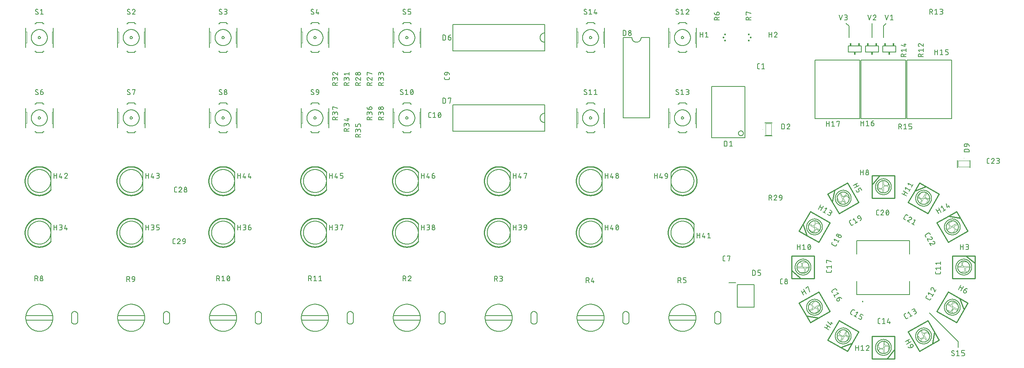
<source format=gbr>
G04 EAGLE Gerber RS-274X export*
G75*
%MOMM*%
%FSLAX34Y34*%
%LPD*%
%INSilkscreen Top*%
%IPPOS*%
%AMOC8*
5,1,8,0,0,1.08239X$1,22.5*%
G01*
%ADD10C,0.152400*%
%ADD11R,0.425000X0.325000*%
%ADD12R,0.350000X0.350000*%
%ADD13C,0.203200*%
%ADD14C,0.254000*%
%ADD15C,0.127000*%
%ADD16C,0.050800*%
%ADD17C,0.200000*%
%ADD18R,0.457200X0.584200*%
%ADD19C,0.010000*%
%ADD20C,0.075000*%
%ADD21C,0.101600*%


D10*
X2082800Y127000D02*
X2146300Y63500D01*
X2146300Y50800D01*
X1905000Y736600D02*
X1905000Y762000D01*
X1898650Y768350D01*
X1955800Y768350D02*
X1955800Y736600D01*
X1981200Y736600D02*
X1981200Y762000D01*
X1987550Y768350D01*
X418479Y394462D02*
X415996Y394462D01*
X415898Y394464D01*
X415801Y394470D01*
X415704Y394479D01*
X415607Y394493D01*
X415511Y394510D01*
X415416Y394531D01*
X415322Y394555D01*
X415228Y394584D01*
X415136Y394616D01*
X415045Y394651D01*
X414956Y394690D01*
X414868Y394733D01*
X414782Y394779D01*
X414698Y394828D01*
X414616Y394881D01*
X414536Y394936D01*
X414458Y394995D01*
X414383Y395057D01*
X414310Y395122D01*
X414240Y395190D01*
X414172Y395260D01*
X414107Y395333D01*
X414045Y395408D01*
X413986Y395486D01*
X413931Y395566D01*
X413878Y395648D01*
X413829Y395732D01*
X413783Y395818D01*
X413740Y395906D01*
X413701Y395995D01*
X413666Y396086D01*
X413634Y396178D01*
X413605Y396272D01*
X413581Y396366D01*
X413560Y396461D01*
X413543Y396557D01*
X413529Y396654D01*
X413520Y396751D01*
X413514Y396848D01*
X413512Y396946D01*
X413512Y403154D01*
X413514Y403252D01*
X413520Y403349D01*
X413529Y403446D01*
X413543Y403543D01*
X413560Y403639D01*
X413581Y403734D01*
X413605Y403828D01*
X413634Y403922D01*
X413666Y404014D01*
X413701Y404105D01*
X413740Y404194D01*
X413783Y404282D01*
X413829Y404368D01*
X413878Y404452D01*
X413931Y404534D01*
X413986Y404614D01*
X414045Y404692D01*
X414107Y404767D01*
X414172Y404840D01*
X414240Y404910D01*
X414310Y404978D01*
X414383Y405043D01*
X414458Y405105D01*
X414536Y405164D01*
X414616Y405219D01*
X414698Y405272D01*
X414782Y405321D01*
X414868Y405367D01*
X414956Y405410D01*
X415045Y405449D01*
X415136Y405484D01*
X415228Y405516D01*
X415322Y405545D01*
X415416Y405569D01*
X415511Y405590D01*
X415607Y405607D01*
X415704Y405621D01*
X415801Y405630D01*
X415898Y405636D01*
X415996Y405638D01*
X418479Y405638D01*
X426493Y405638D02*
X426597Y405636D01*
X426702Y405630D01*
X426806Y405620D01*
X426909Y405607D01*
X427012Y405589D01*
X427115Y405568D01*
X427216Y405543D01*
X427317Y405514D01*
X427416Y405481D01*
X427514Y405445D01*
X427610Y405405D01*
X427705Y405361D01*
X427799Y405314D01*
X427890Y405264D01*
X427979Y405210D01*
X428067Y405153D01*
X428152Y405092D01*
X428235Y405028D01*
X428315Y404962D01*
X428393Y404892D01*
X428469Y404820D01*
X428541Y404744D01*
X428611Y404666D01*
X428677Y404586D01*
X428741Y404503D01*
X428802Y404418D01*
X428859Y404330D01*
X428913Y404241D01*
X428963Y404150D01*
X429010Y404056D01*
X429054Y403961D01*
X429094Y403865D01*
X429130Y403767D01*
X429163Y403668D01*
X429192Y403567D01*
X429217Y403466D01*
X429238Y403363D01*
X429256Y403260D01*
X429269Y403157D01*
X429279Y403053D01*
X429285Y402948D01*
X429287Y402844D01*
X426493Y405639D02*
X426374Y405637D01*
X426256Y405631D01*
X426137Y405621D01*
X426019Y405608D01*
X425902Y405590D01*
X425785Y405568D01*
X425669Y405543D01*
X425554Y405514D01*
X425439Y405481D01*
X425326Y405444D01*
X425215Y405404D01*
X425104Y405360D01*
X424996Y405312D01*
X424889Y405261D01*
X424783Y405206D01*
X424680Y405147D01*
X424578Y405086D01*
X424479Y405021D01*
X424381Y404952D01*
X424287Y404881D01*
X424194Y404806D01*
X424104Y404729D01*
X424017Y404648D01*
X423932Y404565D01*
X423850Y404479D01*
X423771Y404390D01*
X423695Y404299D01*
X423622Y404205D01*
X423553Y404109D01*
X423486Y404010D01*
X423423Y403910D01*
X423363Y403807D01*
X423306Y403703D01*
X423254Y403596D01*
X423204Y403488D01*
X423158Y403379D01*
X423116Y403267D01*
X423078Y403155D01*
X428356Y400671D02*
X428431Y400745D01*
X428503Y400822D01*
X428573Y400901D01*
X428640Y400983D01*
X428704Y401067D01*
X428765Y401153D01*
X428823Y401241D01*
X428878Y401332D01*
X428930Y401424D01*
X428978Y401518D01*
X429023Y401613D01*
X429065Y401711D01*
X429103Y401809D01*
X429138Y401909D01*
X429169Y402010D01*
X429196Y402112D01*
X429220Y402215D01*
X429241Y402318D01*
X429257Y402423D01*
X429270Y402528D01*
X429280Y402633D01*
X429285Y402738D01*
X429287Y402844D01*
X428356Y400671D02*
X423079Y394462D01*
X429287Y394462D01*
X434509Y397566D02*
X434511Y397677D01*
X434517Y397787D01*
X434527Y397898D01*
X434541Y398008D01*
X434558Y398117D01*
X434580Y398226D01*
X434605Y398334D01*
X434635Y398440D01*
X434668Y398546D01*
X434705Y398651D01*
X434745Y398754D01*
X434790Y398855D01*
X434837Y398955D01*
X434889Y399054D01*
X434944Y399150D01*
X435002Y399244D01*
X435063Y399336D01*
X435128Y399426D01*
X435196Y399514D01*
X435267Y399599D01*
X435341Y399681D01*
X435418Y399761D01*
X435498Y399838D01*
X435580Y399912D01*
X435665Y399983D01*
X435753Y400051D01*
X435843Y400116D01*
X435935Y400177D01*
X436029Y400235D01*
X436125Y400290D01*
X436224Y400342D01*
X436324Y400389D01*
X436425Y400434D01*
X436528Y400474D01*
X436633Y400511D01*
X436739Y400544D01*
X436845Y400574D01*
X436953Y400599D01*
X437062Y400621D01*
X437171Y400638D01*
X437281Y400652D01*
X437392Y400662D01*
X437502Y400668D01*
X437613Y400670D01*
X437724Y400668D01*
X437834Y400662D01*
X437945Y400652D01*
X438055Y400638D01*
X438164Y400621D01*
X438273Y400599D01*
X438381Y400574D01*
X438487Y400544D01*
X438593Y400511D01*
X438698Y400474D01*
X438801Y400434D01*
X438902Y400389D01*
X439002Y400342D01*
X439101Y400290D01*
X439197Y400235D01*
X439291Y400177D01*
X439383Y400116D01*
X439473Y400051D01*
X439561Y399983D01*
X439646Y399912D01*
X439728Y399838D01*
X439808Y399761D01*
X439885Y399681D01*
X439959Y399599D01*
X440030Y399514D01*
X440098Y399426D01*
X440163Y399336D01*
X440224Y399244D01*
X440282Y399150D01*
X440337Y399054D01*
X440389Y398955D01*
X440436Y398855D01*
X440481Y398754D01*
X440521Y398651D01*
X440558Y398546D01*
X440591Y398440D01*
X440621Y398334D01*
X440646Y398226D01*
X440668Y398117D01*
X440685Y398008D01*
X440699Y397898D01*
X440709Y397787D01*
X440715Y397677D01*
X440717Y397566D01*
X440715Y397455D01*
X440709Y397345D01*
X440699Y397234D01*
X440685Y397124D01*
X440668Y397015D01*
X440646Y396906D01*
X440621Y396798D01*
X440591Y396692D01*
X440558Y396586D01*
X440521Y396481D01*
X440481Y396378D01*
X440436Y396277D01*
X440389Y396177D01*
X440337Y396078D01*
X440282Y395982D01*
X440224Y395888D01*
X440163Y395796D01*
X440098Y395706D01*
X440030Y395618D01*
X439959Y395533D01*
X439885Y395451D01*
X439808Y395371D01*
X439728Y395294D01*
X439646Y395220D01*
X439561Y395149D01*
X439473Y395081D01*
X439383Y395016D01*
X439291Y394955D01*
X439197Y394897D01*
X439101Y394842D01*
X439002Y394790D01*
X438902Y394743D01*
X438801Y394698D01*
X438698Y394658D01*
X438593Y394621D01*
X438487Y394588D01*
X438381Y394558D01*
X438273Y394533D01*
X438164Y394511D01*
X438055Y394494D01*
X437945Y394480D01*
X437834Y394470D01*
X437724Y394464D01*
X437613Y394462D01*
X437502Y394464D01*
X437392Y394470D01*
X437281Y394480D01*
X437171Y394494D01*
X437062Y394511D01*
X436953Y394533D01*
X436845Y394558D01*
X436739Y394588D01*
X436633Y394621D01*
X436528Y394658D01*
X436425Y394698D01*
X436324Y394743D01*
X436224Y394790D01*
X436125Y394842D01*
X436029Y394897D01*
X435935Y394955D01*
X435843Y395016D01*
X435753Y395081D01*
X435665Y395149D01*
X435580Y395220D01*
X435498Y395294D01*
X435418Y395371D01*
X435341Y395451D01*
X435267Y395533D01*
X435196Y395618D01*
X435128Y395706D01*
X435063Y395796D01*
X435002Y395888D01*
X434944Y395982D01*
X434889Y396078D01*
X434837Y396177D01*
X434790Y396277D01*
X434745Y396378D01*
X434705Y396481D01*
X434668Y396586D01*
X434635Y396692D01*
X434605Y396798D01*
X434580Y396906D01*
X434558Y397015D01*
X434541Y397124D01*
X434527Y397234D01*
X434517Y397345D01*
X434511Y397455D01*
X434509Y397566D01*
X435129Y403154D02*
X435131Y403253D01*
X435137Y403351D01*
X435147Y403450D01*
X435160Y403547D01*
X435178Y403645D01*
X435199Y403741D01*
X435225Y403837D01*
X435254Y403931D01*
X435286Y404024D01*
X435323Y404116D01*
X435363Y404206D01*
X435407Y404295D01*
X435454Y404382D01*
X435504Y404467D01*
X435558Y404549D01*
X435615Y404630D01*
X435675Y404708D01*
X435739Y404784D01*
X435805Y404857D01*
X435874Y404928D01*
X435946Y404996D01*
X436021Y405060D01*
X436098Y405122D01*
X436177Y405181D01*
X436259Y405236D01*
X436343Y405289D01*
X436428Y405337D01*
X436516Y405383D01*
X436606Y405425D01*
X436697Y405463D01*
X436789Y405497D01*
X436883Y405528D01*
X436978Y405555D01*
X437074Y405579D01*
X437171Y405598D01*
X437268Y405614D01*
X437366Y405626D01*
X437465Y405634D01*
X437564Y405638D01*
X437662Y405638D01*
X437761Y405634D01*
X437860Y405626D01*
X437958Y405614D01*
X438055Y405598D01*
X438152Y405579D01*
X438248Y405555D01*
X438343Y405528D01*
X438437Y405497D01*
X438529Y405463D01*
X438620Y405425D01*
X438710Y405383D01*
X438798Y405337D01*
X438883Y405289D01*
X438967Y405236D01*
X439049Y405181D01*
X439128Y405122D01*
X439205Y405060D01*
X439280Y404996D01*
X439352Y404928D01*
X439421Y404857D01*
X439487Y404784D01*
X439551Y404708D01*
X439611Y404630D01*
X439668Y404549D01*
X439722Y404467D01*
X439772Y404382D01*
X439819Y404295D01*
X439863Y404206D01*
X439903Y404116D01*
X439940Y404024D01*
X439972Y403931D01*
X440001Y403837D01*
X440027Y403741D01*
X440048Y403645D01*
X440066Y403547D01*
X440079Y403450D01*
X440089Y403351D01*
X440095Y403253D01*
X440097Y403154D01*
X440095Y403055D01*
X440089Y402957D01*
X440079Y402858D01*
X440066Y402761D01*
X440048Y402663D01*
X440027Y402567D01*
X440001Y402471D01*
X439972Y402377D01*
X439940Y402284D01*
X439903Y402192D01*
X439863Y402102D01*
X439819Y402013D01*
X439772Y401926D01*
X439722Y401841D01*
X439668Y401759D01*
X439611Y401678D01*
X439551Y401600D01*
X439487Y401524D01*
X439421Y401451D01*
X439352Y401380D01*
X439280Y401312D01*
X439205Y401248D01*
X439128Y401186D01*
X439049Y401127D01*
X438967Y401072D01*
X438883Y401019D01*
X438798Y400971D01*
X438710Y400925D01*
X438620Y400883D01*
X438529Y400845D01*
X438437Y400811D01*
X438343Y400780D01*
X438248Y400753D01*
X438152Y400729D01*
X438055Y400710D01*
X437958Y400694D01*
X437860Y400682D01*
X437761Y400674D01*
X437662Y400670D01*
X437564Y400670D01*
X437465Y400674D01*
X437366Y400682D01*
X437268Y400694D01*
X437171Y400710D01*
X437074Y400729D01*
X436978Y400753D01*
X436883Y400780D01*
X436789Y400811D01*
X436697Y400845D01*
X436606Y400883D01*
X436516Y400925D01*
X436428Y400971D01*
X436343Y401019D01*
X436259Y401072D01*
X436177Y401127D01*
X436098Y401186D01*
X436021Y401248D01*
X435946Y401312D01*
X435874Y401380D01*
X435805Y401451D01*
X435739Y401524D01*
X435675Y401600D01*
X435615Y401678D01*
X435558Y401759D01*
X435504Y401841D01*
X435454Y401926D01*
X435407Y402013D01*
X435363Y402102D01*
X435323Y402192D01*
X435286Y402284D01*
X435254Y402377D01*
X435225Y402471D01*
X435199Y402567D01*
X435178Y402663D01*
X435160Y402761D01*
X435147Y402858D01*
X435137Y402957D01*
X435131Y403055D01*
X435129Y403154D01*
X415150Y280162D02*
X412666Y280162D01*
X412568Y280164D01*
X412471Y280170D01*
X412374Y280179D01*
X412277Y280193D01*
X412181Y280210D01*
X412086Y280231D01*
X411992Y280255D01*
X411898Y280284D01*
X411806Y280316D01*
X411715Y280351D01*
X411626Y280390D01*
X411538Y280433D01*
X411452Y280479D01*
X411368Y280528D01*
X411286Y280581D01*
X411206Y280636D01*
X411128Y280695D01*
X411053Y280757D01*
X410980Y280822D01*
X410910Y280890D01*
X410842Y280960D01*
X410777Y281033D01*
X410715Y281108D01*
X410656Y281186D01*
X410601Y281266D01*
X410548Y281348D01*
X410499Y281432D01*
X410453Y281518D01*
X410410Y281606D01*
X410371Y281695D01*
X410336Y281786D01*
X410304Y281878D01*
X410275Y281972D01*
X410251Y282066D01*
X410230Y282161D01*
X410213Y282257D01*
X410199Y282354D01*
X410190Y282451D01*
X410184Y282548D01*
X410182Y282646D01*
X410183Y282646D02*
X410183Y288854D01*
X410182Y288854D02*
X410184Y288952D01*
X410190Y289049D01*
X410199Y289146D01*
X410213Y289243D01*
X410230Y289339D01*
X410251Y289434D01*
X410275Y289528D01*
X410304Y289622D01*
X410336Y289714D01*
X410371Y289805D01*
X410410Y289894D01*
X410453Y289982D01*
X410499Y290068D01*
X410548Y290152D01*
X410601Y290234D01*
X410656Y290314D01*
X410715Y290392D01*
X410777Y290467D01*
X410842Y290540D01*
X410910Y290610D01*
X410980Y290678D01*
X411053Y290743D01*
X411128Y290805D01*
X411206Y290864D01*
X411286Y290919D01*
X411368Y290972D01*
X411452Y291021D01*
X411538Y291067D01*
X411626Y291110D01*
X411715Y291149D01*
X411806Y291184D01*
X411898Y291216D01*
X411992Y291245D01*
X412086Y291269D01*
X412181Y291290D01*
X412277Y291307D01*
X412374Y291321D01*
X412471Y291330D01*
X412568Y291336D01*
X412666Y291338D01*
X415150Y291338D01*
X423164Y291338D02*
X423268Y291336D01*
X423373Y291330D01*
X423477Y291320D01*
X423580Y291307D01*
X423683Y291289D01*
X423786Y291268D01*
X423887Y291243D01*
X423988Y291214D01*
X424087Y291181D01*
X424185Y291145D01*
X424281Y291105D01*
X424376Y291061D01*
X424470Y291014D01*
X424561Y290964D01*
X424650Y290910D01*
X424738Y290853D01*
X424823Y290792D01*
X424906Y290728D01*
X424986Y290662D01*
X425064Y290592D01*
X425140Y290520D01*
X425212Y290444D01*
X425282Y290366D01*
X425348Y290286D01*
X425412Y290203D01*
X425473Y290118D01*
X425530Y290030D01*
X425584Y289941D01*
X425634Y289850D01*
X425681Y289756D01*
X425725Y289661D01*
X425765Y289565D01*
X425801Y289467D01*
X425834Y289368D01*
X425863Y289267D01*
X425888Y289166D01*
X425909Y289063D01*
X425927Y288960D01*
X425940Y288857D01*
X425950Y288753D01*
X425956Y288648D01*
X425958Y288544D01*
X423164Y291339D02*
X423045Y291337D01*
X422927Y291331D01*
X422808Y291321D01*
X422690Y291308D01*
X422573Y291290D01*
X422456Y291268D01*
X422340Y291243D01*
X422225Y291214D01*
X422110Y291181D01*
X421997Y291144D01*
X421886Y291104D01*
X421775Y291060D01*
X421667Y291012D01*
X421560Y290961D01*
X421454Y290906D01*
X421351Y290847D01*
X421249Y290786D01*
X421150Y290721D01*
X421052Y290652D01*
X420958Y290581D01*
X420865Y290506D01*
X420775Y290429D01*
X420688Y290348D01*
X420603Y290265D01*
X420521Y290179D01*
X420442Y290090D01*
X420366Y289999D01*
X420293Y289905D01*
X420224Y289809D01*
X420157Y289710D01*
X420094Y289610D01*
X420034Y289507D01*
X419977Y289403D01*
X419925Y289296D01*
X419875Y289188D01*
X419829Y289079D01*
X419787Y288967D01*
X419749Y288855D01*
X425027Y286371D02*
X425102Y286445D01*
X425174Y286522D01*
X425244Y286601D01*
X425311Y286683D01*
X425375Y286767D01*
X425436Y286853D01*
X425494Y286941D01*
X425549Y287032D01*
X425601Y287124D01*
X425649Y287218D01*
X425694Y287313D01*
X425736Y287411D01*
X425774Y287509D01*
X425809Y287609D01*
X425840Y287710D01*
X425867Y287812D01*
X425891Y287915D01*
X425912Y288018D01*
X425928Y288123D01*
X425941Y288228D01*
X425951Y288333D01*
X425956Y288438D01*
X425958Y288544D01*
X425027Y286371D02*
X419749Y280162D01*
X425958Y280162D01*
X433663Y285129D02*
X437388Y285129D01*
X433663Y285129D02*
X433565Y285131D01*
X433468Y285137D01*
X433371Y285146D01*
X433274Y285160D01*
X433178Y285177D01*
X433083Y285198D01*
X432989Y285222D01*
X432895Y285251D01*
X432803Y285283D01*
X432712Y285318D01*
X432623Y285357D01*
X432535Y285400D01*
X432449Y285446D01*
X432365Y285495D01*
X432283Y285548D01*
X432203Y285603D01*
X432125Y285662D01*
X432050Y285724D01*
X431977Y285789D01*
X431907Y285857D01*
X431839Y285927D01*
X431774Y286000D01*
X431712Y286075D01*
X431653Y286153D01*
X431598Y286233D01*
X431545Y286315D01*
X431496Y286399D01*
X431450Y286485D01*
X431407Y286573D01*
X431368Y286662D01*
X431333Y286753D01*
X431301Y286845D01*
X431272Y286939D01*
X431248Y287033D01*
X431227Y287128D01*
X431210Y287224D01*
X431196Y287321D01*
X431187Y287418D01*
X431181Y287515D01*
X431179Y287613D01*
X431179Y288234D01*
X431180Y288234D02*
X431182Y288345D01*
X431188Y288455D01*
X431198Y288566D01*
X431212Y288676D01*
X431229Y288785D01*
X431251Y288894D01*
X431276Y289002D01*
X431306Y289108D01*
X431339Y289214D01*
X431376Y289319D01*
X431416Y289422D01*
X431461Y289523D01*
X431508Y289623D01*
X431560Y289722D01*
X431615Y289818D01*
X431673Y289912D01*
X431734Y290004D01*
X431799Y290094D01*
X431867Y290182D01*
X431938Y290267D01*
X432012Y290349D01*
X432089Y290429D01*
X432169Y290506D01*
X432251Y290580D01*
X432336Y290651D01*
X432424Y290719D01*
X432514Y290784D01*
X432606Y290845D01*
X432700Y290903D01*
X432796Y290958D01*
X432895Y291010D01*
X432995Y291057D01*
X433096Y291102D01*
X433199Y291142D01*
X433304Y291179D01*
X433410Y291212D01*
X433516Y291242D01*
X433624Y291267D01*
X433733Y291289D01*
X433842Y291306D01*
X433952Y291320D01*
X434063Y291330D01*
X434173Y291336D01*
X434284Y291338D01*
X434395Y291336D01*
X434505Y291330D01*
X434616Y291320D01*
X434726Y291306D01*
X434835Y291289D01*
X434944Y291267D01*
X435052Y291242D01*
X435158Y291212D01*
X435264Y291179D01*
X435369Y291142D01*
X435472Y291102D01*
X435573Y291057D01*
X435673Y291010D01*
X435772Y290958D01*
X435868Y290903D01*
X435962Y290845D01*
X436054Y290784D01*
X436144Y290719D01*
X436232Y290651D01*
X436317Y290580D01*
X436399Y290506D01*
X436479Y290429D01*
X436556Y290349D01*
X436630Y290267D01*
X436701Y290182D01*
X436769Y290094D01*
X436834Y290004D01*
X436895Y289912D01*
X436953Y289818D01*
X437008Y289722D01*
X437060Y289623D01*
X437107Y289523D01*
X437152Y289422D01*
X437192Y289319D01*
X437229Y289214D01*
X437262Y289108D01*
X437292Y289002D01*
X437317Y288894D01*
X437339Y288785D01*
X437356Y288676D01*
X437370Y288566D01*
X437380Y288455D01*
X437386Y288345D01*
X437388Y288234D01*
X437388Y285129D01*
X437386Y284990D01*
X437380Y284850D01*
X437370Y284712D01*
X437357Y284573D01*
X437339Y284435D01*
X437318Y284297D01*
X437293Y284160D01*
X437263Y284024D01*
X437231Y283888D01*
X437194Y283754D01*
X437153Y283621D01*
X437109Y283488D01*
X437061Y283358D01*
X437010Y283228D01*
X436955Y283100D01*
X436896Y282974D01*
X436834Y282849D01*
X436768Y282726D01*
X436699Y282605D01*
X436627Y282486D01*
X436551Y282369D01*
X436472Y282255D01*
X436390Y282142D01*
X436304Y282032D01*
X436216Y281924D01*
X436125Y281819D01*
X436030Y281717D01*
X435933Y281617D01*
X435833Y281520D01*
X435731Y281425D01*
X435626Y281334D01*
X435518Y281246D01*
X435408Y281160D01*
X435295Y281078D01*
X435181Y280999D01*
X435064Y280923D01*
X434945Y280851D01*
X434824Y280782D01*
X434701Y280716D01*
X434576Y280654D01*
X434450Y280595D01*
X434322Y280540D01*
X434192Y280489D01*
X434061Y280441D01*
X433929Y280397D01*
X433796Y280356D01*
X433662Y280319D01*
X433526Y280287D01*
X433390Y280257D01*
X433253Y280232D01*
X433115Y280211D01*
X432977Y280193D01*
X432838Y280180D01*
X432699Y280170D01*
X432560Y280164D01*
X432421Y280162D01*
D11*
X1631225Y743475D03*
X1631225Y729725D03*
D12*
X1627350Y736600D03*
D10*
X1575562Y737362D02*
X1575562Y748538D01*
X1575562Y743571D02*
X1581771Y743571D01*
X1581771Y748538D02*
X1581771Y737362D01*
X1587373Y746054D02*
X1590477Y748538D01*
X1590477Y737362D01*
X1587373Y737362D02*
X1593582Y737362D01*
D13*
X139700Y323850D02*
X139700Y285750D01*
D14*
X139226Y285134D01*
X138737Y284529D01*
X138233Y283937D01*
X137715Y283357D01*
X137183Y282790D01*
X136637Y282236D01*
X136078Y281696D01*
X135505Y281170D01*
X134920Y280657D01*
X134323Y280160D01*
X133714Y279677D01*
X133093Y279209D01*
X132460Y278756D01*
X131817Y278319D01*
X131163Y277898D01*
X130499Y277494D01*
X129826Y277105D01*
X129143Y276733D01*
X128451Y276378D01*
X127751Y276040D01*
X127043Y275719D01*
X126327Y275416D01*
X125603Y275130D01*
X124874Y274862D01*
X124137Y274612D01*
X123395Y274381D01*
X122647Y274167D01*
X121895Y273972D01*
X121137Y273795D01*
X120376Y273637D01*
X119611Y273497D01*
X118843Y273377D01*
X118072Y273275D01*
X117299Y273192D01*
X116524Y273128D01*
X115748Y273083D01*
X114971Y273057D01*
X114193Y273050D01*
X113416Y273062D01*
X112639Y273093D01*
X111863Y273144D01*
X111088Y273213D01*
X110316Y273301D01*
X109546Y273408D01*
X108778Y273534D01*
X108014Y273678D01*
X107254Y273842D01*
X106498Y274024D01*
X105747Y274224D01*
X105000Y274442D01*
X104260Y274679D01*
X103525Y274934D01*
X102797Y275207D01*
X102076Y275498D01*
X101362Y275806D01*
X100656Y276131D01*
X99958Y276474D01*
X99268Y276834D01*
X98588Y277210D01*
X97917Y277603D01*
X97256Y278013D01*
X96605Y278438D01*
X95965Y278879D01*
X95336Y279336D01*
X94718Y279808D01*
X94112Y280295D01*
X93518Y280797D01*
X92936Y281313D01*
X92367Y281843D01*
X91812Y282387D01*
X91269Y282945D01*
X90741Y283515D01*
X90227Y284098D01*
X89727Y284694D01*
X89242Y285302D01*
X88772Y285921D01*
X88318Y286552D01*
X87879Y287194D01*
X87455Y287846D01*
X87048Y288509D01*
X86657Y289181D01*
X86283Y289863D01*
X85926Y290553D01*
X85586Y291252D01*
X85262Y291960D01*
X84957Y292674D01*
X84668Y293397D01*
X84398Y294126D01*
X84146Y294861D01*
X83911Y295603D01*
X83695Y296350D01*
X83497Y297102D01*
X83318Y297858D01*
X83157Y298619D01*
X83015Y299383D01*
X82892Y300151D01*
X82788Y300922D01*
X82702Y301695D01*
X82636Y302469D01*
X82588Y303245D01*
X82560Y304022D01*
X82550Y304800D01*
X82560Y305578D01*
X82588Y306355D01*
X82636Y307131D01*
X82702Y307905D01*
X82788Y308678D01*
X82892Y309449D01*
X83015Y310217D01*
X83157Y310981D01*
X83318Y311742D01*
X83497Y312498D01*
X83695Y313250D01*
X83911Y313997D01*
X84146Y314739D01*
X84398Y315474D01*
X84668Y316203D01*
X84957Y316926D01*
X85262Y317640D01*
X85586Y318348D01*
X85926Y319047D01*
X86283Y319737D01*
X86657Y320419D01*
X87048Y321091D01*
X87455Y321754D01*
X87879Y322406D01*
X88318Y323048D01*
X88772Y323679D01*
X89242Y324298D01*
X89727Y324906D01*
X90227Y325502D01*
X90741Y326085D01*
X91269Y326655D01*
X91812Y327213D01*
X92367Y327757D01*
X92936Y328287D01*
X93518Y328803D01*
X94112Y329305D01*
X94718Y329792D01*
X95336Y330264D01*
X95965Y330721D01*
X96605Y331162D01*
X97256Y331587D01*
X97917Y331997D01*
X98588Y332390D01*
X99268Y332766D01*
X99958Y333126D01*
X100656Y333469D01*
X101362Y333794D01*
X102076Y334102D01*
X102797Y334393D01*
X103525Y334666D01*
X104260Y334921D01*
X105000Y335158D01*
X105747Y335376D01*
X106498Y335576D01*
X107254Y335758D01*
X108014Y335922D01*
X108778Y336066D01*
X109546Y336192D01*
X110316Y336299D01*
X111088Y336387D01*
X111863Y336456D01*
X112639Y336507D01*
X113416Y336538D01*
X114193Y336550D01*
X114971Y336543D01*
X115748Y336517D01*
X116524Y336472D01*
X117299Y336408D01*
X118072Y336325D01*
X118843Y336223D01*
X119611Y336103D01*
X120376Y335963D01*
X121137Y335805D01*
X121895Y335628D01*
X122647Y335433D01*
X123395Y335219D01*
X124137Y334988D01*
X124874Y334738D01*
X125603Y334470D01*
X126327Y334184D01*
X127043Y333881D01*
X127751Y333560D01*
X128451Y333222D01*
X129143Y332867D01*
X129826Y332495D01*
X130499Y332106D01*
X131163Y331702D01*
X131817Y331281D01*
X132460Y330844D01*
X133093Y330391D01*
X133714Y329923D01*
X134323Y329440D01*
X134920Y328943D01*
X135505Y328430D01*
X136078Y327904D01*
X136637Y327364D01*
X137183Y326810D01*
X137715Y326243D01*
X138233Y325663D01*
X138737Y325071D01*
X139226Y324466D01*
X139700Y323850D01*
D10*
X88900Y304800D02*
X88908Y305423D01*
X88931Y306046D01*
X88969Y306669D01*
X89022Y307290D01*
X89091Y307909D01*
X89175Y308527D01*
X89274Y309142D01*
X89388Y309755D01*
X89517Y310365D01*
X89661Y310972D01*
X89820Y311575D01*
X89994Y312173D01*
X90182Y312768D01*
X90385Y313357D01*
X90602Y313941D01*
X90833Y314520D01*
X91079Y315093D01*
X91339Y315660D01*
X91612Y316220D01*
X91899Y316773D01*
X92200Y317320D01*
X92514Y317858D01*
X92841Y318389D01*
X93181Y318911D01*
X93533Y319426D01*
X93899Y319931D01*
X94276Y320427D01*
X94666Y320914D01*
X95067Y321391D01*
X95480Y321858D01*
X95904Y322314D01*
X96339Y322761D01*
X96786Y323196D01*
X97242Y323620D01*
X97709Y324033D01*
X98186Y324434D01*
X98673Y324824D01*
X99169Y325201D01*
X99674Y325567D01*
X100189Y325919D01*
X100711Y326259D01*
X101242Y326586D01*
X101780Y326900D01*
X102327Y327201D01*
X102880Y327488D01*
X103440Y327761D01*
X104007Y328021D01*
X104580Y328267D01*
X105159Y328498D01*
X105743Y328715D01*
X106332Y328918D01*
X106927Y329106D01*
X107525Y329280D01*
X108128Y329439D01*
X108735Y329583D01*
X109345Y329712D01*
X109958Y329826D01*
X110573Y329925D01*
X111191Y330009D01*
X111810Y330078D01*
X112431Y330131D01*
X113054Y330169D01*
X113677Y330192D01*
X114300Y330200D01*
X114923Y330192D01*
X115546Y330169D01*
X116169Y330131D01*
X116790Y330078D01*
X117409Y330009D01*
X118027Y329925D01*
X118642Y329826D01*
X119255Y329712D01*
X119865Y329583D01*
X120472Y329439D01*
X121075Y329280D01*
X121673Y329106D01*
X122268Y328918D01*
X122857Y328715D01*
X123441Y328498D01*
X124020Y328267D01*
X124593Y328021D01*
X125160Y327761D01*
X125720Y327488D01*
X126273Y327201D01*
X126820Y326900D01*
X127358Y326586D01*
X127889Y326259D01*
X128411Y325919D01*
X128926Y325567D01*
X129431Y325201D01*
X129927Y324824D01*
X130414Y324434D01*
X130891Y324033D01*
X131358Y323620D01*
X131814Y323196D01*
X132261Y322761D01*
X132696Y322314D01*
X133120Y321858D01*
X133533Y321391D01*
X133934Y320914D01*
X134324Y320427D01*
X134701Y319931D01*
X135067Y319426D01*
X135419Y318911D01*
X135759Y318389D01*
X136086Y317858D01*
X136400Y317320D01*
X136701Y316773D01*
X136988Y316220D01*
X137261Y315660D01*
X137521Y315093D01*
X137767Y314520D01*
X137998Y313941D01*
X138215Y313357D01*
X138418Y312768D01*
X138606Y312173D01*
X138780Y311575D01*
X138939Y310972D01*
X139083Y310365D01*
X139212Y309755D01*
X139326Y309142D01*
X139425Y308527D01*
X139509Y307909D01*
X139578Y307290D01*
X139631Y306669D01*
X139669Y306046D01*
X139692Y305423D01*
X139700Y304800D01*
X139692Y304177D01*
X139669Y303554D01*
X139631Y302931D01*
X139578Y302310D01*
X139509Y301691D01*
X139425Y301073D01*
X139326Y300458D01*
X139212Y299845D01*
X139083Y299235D01*
X138939Y298628D01*
X138780Y298025D01*
X138606Y297427D01*
X138418Y296832D01*
X138215Y296243D01*
X137998Y295659D01*
X137767Y295080D01*
X137521Y294507D01*
X137261Y293940D01*
X136988Y293380D01*
X136701Y292827D01*
X136400Y292280D01*
X136086Y291742D01*
X135759Y291211D01*
X135419Y290689D01*
X135067Y290174D01*
X134701Y289669D01*
X134324Y289173D01*
X133934Y288686D01*
X133533Y288209D01*
X133120Y287742D01*
X132696Y287286D01*
X132261Y286839D01*
X131814Y286404D01*
X131358Y285980D01*
X130891Y285567D01*
X130414Y285166D01*
X129927Y284776D01*
X129431Y284399D01*
X128926Y284033D01*
X128411Y283681D01*
X127889Y283341D01*
X127358Y283014D01*
X126820Y282700D01*
X126273Y282399D01*
X125720Y282112D01*
X125160Y281839D01*
X124593Y281579D01*
X124020Y281333D01*
X123441Y281102D01*
X122857Y280885D01*
X122268Y280682D01*
X121673Y280494D01*
X121075Y280320D01*
X120472Y280161D01*
X119865Y280017D01*
X119255Y279888D01*
X118642Y279774D01*
X118027Y279675D01*
X117409Y279591D01*
X116790Y279522D01*
X116169Y279469D01*
X115546Y279431D01*
X114923Y279408D01*
X114300Y279400D01*
X113677Y279408D01*
X113054Y279431D01*
X112431Y279469D01*
X111810Y279522D01*
X111191Y279591D01*
X110573Y279675D01*
X109958Y279774D01*
X109345Y279888D01*
X108735Y280017D01*
X108128Y280161D01*
X107525Y280320D01*
X106927Y280494D01*
X106332Y280682D01*
X105743Y280885D01*
X105159Y281102D01*
X104580Y281333D01*
X104007Y281579D01*
X103440Y281839D01*
X102880Y282112D01*
X102327Y282399D01*
X101780Y282700D01*
X101242Y283014D01*
X100711Y283341D01*
X100189Y283681D01*
X99674Y284033D01*
X99169Y284399D01*
X98673Y284776D01*
X98186Y285166D01*
X97709Y285567D01*
X97242Y285980D01*
X96786Y286404D01*
X96339Y286839D01*
X95904Y287286D01*
X95480Y287742D01*
X95067Y288209D01*
X94666Y288686D01*
X94276Y289173D01*
X93899Y289669D01*
X93533Y290174D01*
X93181Y290689D01*
X92841Y291211D01*
X92514Y291742D01*
X92200Y292280D01*
X91899Y292827D01*
X91612Y293380D01*
X91339Y293940D01*
X91079Y294507D01*
X90833Y295080D01*
X90602Y295659D01*
X90385Y296243D01*
X90182Y296832D01*
X89994Y297427D01*
X89820Y298025D01*
X89661Y298628D01*
X89517Y299235D01*
X89388Y299845D01*
X89274Y300458D01*
X89175Y301073D01*
X89091Y301691D01*
X89022Y302310D01*
X88969Y302931D01*
X88931Y303554D01*
X88908Y304177D01*
X88900Y304800D01*
X146812Y310896D02*
X146812Y322072D01*
X146812Y317105D02*
X153021Y317105D01*
X153021Y322072D02*
X153021Y310896D01*
X158623Y310896D02*
X161727Y310896D01*
X161838Y310898D01*
X161948Y310904D01*
X162059Y310914D01*
X162169Y310928D01*
X162278Y310945D01*
X162387Y310967D01*
X162495Y310992D01*
X162601Y311022D01*
X162707Y311055D01*
X162812Y311092D01*
X162915Y311132D01*
X163016Y311177D01*
X163116Y311224D01*
X163215Y311276D01*
X163311Y311331D01*
X163405Y311389D01*
X163497Y311450D01*
X163587Y311515D01*
X163675Y311583D01*
X163760Y311654D01*
X163842Y311728D01*
X163922Y311805D01*
X163999Y311885D01*
X164073Y311967D01*
X164144Y312052D01*
X164212Y312140D01*
X164277Y312230D01*
X164338Y312322D01*
X164396Y312416D01*
X164451Y312512D01*
X164503Y312611D01*
X164550Y312711D01*
X164595Y312812D01*
X164635Y312915D01*
X164672Y313020D01*
X164705Y313126D01*
X164735Y313232D01*
X164760Y313340D01*
X164782Y313449D01*
X164799Y313558D01*
X164813Y313668D01*
X164823Y313779D01*
X164829Y313889D01*
X164831Y314000D01*
X164829Y314111D01*
X164823Y314221D01*
X164813Y314332D01*
X164799Y314442D01*
X164782Y314551D01*
X164760Y314660D01*
X164735Y314768D01*
X164705Y314874D01*
X164672Y314980D01*
X164635Y315085D01*
X164595Y315188D01*
X164550Y315289D01*
X164503Y315389D01*
X164451Y315488D01*
X164396Y315584D01*
X164338Y315678D01*
X164277Y315770D01*
X164212Y315860D01*
X164144Y315948D01*
X164073Y316033D01*
X163999Y316115D01*
X163922Y316195D01*
X163842Y316272D01*
X163760Y316346D01*
X163675Y316417D01*
X163587Y316485D01*
X163497Y316550D01*
X163405Y316611D01*
X163311Y316669D01*
X163215Y316724D01*
X163116Y316776D01*
X163016Y316823D01*
X162915Y316868D01*
X162812Y316908D01*
X162707Y316945D01*
X162601Y316978D01*
X162495Y317008D01*
X162387Y317033D01*
X162278Y317055D01*
X162169Y317072D01*
X162059Y317086D01*
X161948Y317096D01*
X161838Y317102D01*
X161727Y317104D01*
X162348Y322072D02*
X158623Y322072D01*
X162348Y322072D02*
X162447Y322070D01*
X162545Y322064D01*
X162644Y322054D01*
X162741Y322041D01*
X162839Y322023D01*
X162935Y322002D01*
X163031Y321976D01*
X163125Y321947D01*
X163218Y321915D01*
X163310Y321878D01*
X163400Y321838D01*
X163489Y321794D01*
X163576Y321747D01*
X163661Y321697D01*
X163743Y321643D01*
X163824Y321586D01*
X163902Y321526D01*
X163978Y321462D01*
X164051Y321396D01*
X164122Y321327D01*
X164190Y321255D01*
X164254Y321180D01*
X164316Y321103D01*
X164375Y321024D01*
X164430Y320942D01*
X164483Y320858D01*
X164531Y320773D01*
X164577Y320685D01*
X164619Y320595D01*
X164657Y320504D01*
X164691Y320412D01*
X164722Y320318D01*
X164749Y320223D01*
X164773Y320127D01*
X164792Y320030D01*
X164808Y319933D01*
X164820Y319835D01*
X164828Y319736D01*
X164832Y319637D01*
X164832Y319539D01*
X164828Y319440D01*
X164820Y319341D01*
X164808Y319243D01*
X164792Y319146D01*
X164773Y319049D01*
X164749Y318953D01*
X164722Y318858D01*
X164691Y318764D01*
X164657Y318672D01*
X164619Y318581D01*
X164577Y318491D01*
X164531Y318403D01*
X164483Y318318D01*
X164430Y318234D01*
X164375Y318152D01*
X164316Y318073D01*
X164254Y317996D01*
X164190Y317921D01*
X164122Y317849D01*
X164051Y317780D01*
X163978Y317714D01*
X163902Y317650D01*
X163824Y317590D01*
X163743Y317533D01*
X163661Y317479D01*
X163576Y317429D01*
X163489Y317382D01*
X163400Y317338D01*
X163310Y317298D01*
X163218Y317261D01*
X163125Y317229D01*
X163031Y317200D01*
X162935Y317174D01*
X162839Y317153D01*
X162741Y317135D01*
X162644Y317122D01*
X162545Y317112D01*
X162447Y317106D01*
X162348Y317104D01*
X162348Y317105D02*
X159865Y317105D01*
X170053Y313380D02*
X172537Y322072D01*
X170053Y313380D02*
X176262Y313380D01*
X174399Y315863D02*
X174399Y310896D01*
D13*
X342900Y323850D02*
X342900Y285750D01*
D14*
X342426Y285134D01*
X341937Y284529D01*
X341433Y283937D01*
X340915Y283357D01*
X340383Y282790D01*
X339837Y282236D01*
X339278Y281696D01*
X338705Y281170D01*
X338120Y280657D01*
X337523Y280160D01*
X336914Y279677D01*
X336293Y279209D01*
X335660Y278756D01*
X335017Y278319D01*
X334363Y277898D01*
X333699Y277494D01*
X333026Y277105D01*
X332343Y276733D01*
X331651Y276378D01*
X330951Y276040D01*
X330243Y275719D01*
X329527Y275416D01*
X328803Y275130D01*
X328074Y274862D01*
X327337Y274612D01*
X326595Y274381D01*
X325847Y274167D01*
X325095Y273972D01*
X324337Y273795D01*
X323576Y273637D01*
X322811Y273497D01*
X322043Y273377D01*
X321272Y273275D01*
X320499Y273192D01*
X319724Y273128D01*
X318948Y273083D01*
X318171Y273057D01*
X317393Y273050D01*
X316616Y273062D01*
X315839Y273093D01*
X315063Y273144D01*
X314288Y273213D01*
X313516Y273301D01*
X312746Y273408D01*
X311978Y273534D01*
X311214Y273678D01*
X310454Y273842D01*
X309698Y274024D01*
X308947Y274224D01*
X308200Y274442D01*
X307460Y274679D01*
X306725Y274934D01*
X305997Y275207D01*
X305276Y275498D01*
X304562Y275806D01*
X303856Y276131D01*
X303158Y276474D01*
X302468Y276834D01*
X301788Y277210D01*
X301117Y277603D01*
X300456Y278013D01*
X299805Y278438D01*
X299165Y278879D01*
X298536Y279336D01*
X297918Y279808D01*
X297312Y280295D01*
X296718Y280797D01*
X296136Y281313D01*
X295567Y281843D01*
X295012Y282387D01*
X294469Y282945D01*
X293941Y283515D01*
X293427Y284098D01*
X292927Y284694D01*
X292442Y285302D01*
X291972Y285921D01*
X291518Y286552D01*
X291079Y287194D01*
X290655Y287846D01*
X290248Y288509D01*
X289857Y289181D01*
X289483Y289863D01*
X289126Y290553D01*
X288786Y291252D01*
X288462Y291960D01*
X288157Y292674D01*
X287868Y293397D01*
X287598Y294126D01*
X287346Y294861D01*
X287111Y295603D01*
X286895Y296350D01*
X286697Y297102D01*
X286518Y297858D01*
X286357Y298619D01*
X286215Y299383D01*
X286092Y300151D01*
X285988Y300922D01*
X285902Y301695D01*
X285836Y302469D01*
X285788Y303245D01*
X285760Y304022D01*
X285750Y304800D01*
X285760Y305578D01*
X285788Y306355D01*
X285836Y307131D01*
X285902Y307905D01*
X285988Y308678D01*
X286092Y309449D01*
X286215Y310217D01*
X286357Y310981D01*
X286518Y311742D01*
X286697Y312498D01*
X286895Y313250D01*
X287111Y313997D01*
X287346Y314739D01*
X287598Y315474D01*
X287868Y316203D01*
X288157Y316926D01*
X288462Y317640D01*
X288786Y318348D01*
X289126Y319047D01*
X289483Y319737D01*
X289857Y320419D01*
X290248Y321091D01*
X290655Y321754D01*
X291079Y322406D01*
X291518Y323048D01*
X291972Y323679D01*
X292442Y324298D01*
X292927Y324906D01*
X293427Y325502D01*
X293941Y326085D01*
X294469Y326655D01*
X295012Y327213D01*
X295567Y327757D01*
X296136Y328287D01*
X296718Y328803D01*
X297312Y329305D01*
X297918Y329792D01*
X298536Y330264D01*
X299165Y330721D01*
X299805Y331162D01*
X300456Y331587D01*
X301117Y331997D01*
X301788Y332390D01*
X302468Y332766D01*
X303158Y333126D01*
X303856Y333469D01*
X304562Y333794D01*
X305276Y334102D01*
X305997Y334393D01*
X306725Y334666D01*
X307460Y334921D01*
X308200Y335158D01*
X308947Y335376D01*
X309698Y335576D01*
X310454Y335758D01*
X311214Y335922D01*
X311978Y336066D01*
X312746Y336192D01*
X313516Y336299D01*
X314288Y336387D01*
X315063Y336456D01*
X315839Y336507D01*
X316616Y336538D01*
X317393Y336550D01*
X318171Y336543D01*
X318948Y336517D01*
X319724Y336472D01*
X320499Y336408D01*
X321272Y336325D01*
X322043Y336223D01*
X322811Y336103D01*
X323576Y335963D01*
X324337Y335805D01*
X325095Y335628D01*
X325847Y335433D01*
X326595Y335219D01*
X327337Y334988D01*
X328074Y334738D01*
X328803Y334470D01*
X329527Y334184D01*
X330243Y333881D01*
X330951Y333560D01*
X331651Y333222D01*
X332343Y332867D01*
X333026Y332495D01*
X333699Y332106D01*
X334363Y331702D01*
X335017Y331281D01*
X335660Y330844D01*
X336293Y330391D01*
X336914Y329923D01*
X337523Y329440D01*
X338120Y328943D01*
X338705Y328430D01*
X339278Y327904D01*
X339837Y327364D01*
X340383Y326810D01*
X340915Y326243D01*
X341433Y325663D01*
X341937Y325071D01*
X342426Y324466D01*
X342900Y323850D01*
D10*
X292100Y304800D02*
X292108Y305423D01*
X292131Y306046D01*
X292169Y306669D01*
X292222Y307290D01*
X292291Y307909D01*
X292375Y308527D01*
X292474Y309142D01*
X292588Y309755D01*
X292717Y310365D01*
X292861Y310972D01*
X293020Y311575D01*
X293194Y312173D01*
X293382Y312768D01*
X293585Y313357D01*
X293802Y313941D01*
X294033Y314520D01*
X294279Y315093D01*
X294539Y315660D01*
X294812Y316220D01*
X295099Y316773D01*
X295400Y317320D01*
X295714Y317858D01*
X296041Y318389D01*
X296381Y318911D01*
X296733Y319426D01*
X297099Y319931D01*
X297476Y320427D01*
X297866Y320914D01*
X298267Y321391D01*
X298680Y321858D01*
X299104Y322314D01*
X299539Y322761D01*
X299986Y323196D01*
X300442Y323620D01*
X300909Y324033D01*
X301386Y324434D01*
X301873Y324824D01*
X302369Y325201D01*
X302874Y325567D01*
X303389Y325919D01*
X303911Y326259D01*
X304442Y326586D01*
X304980Y326900D01*
X305527Y327201D01*
X306080Y327488D01*
X306640Y327761D01*
X307207Y328021D01*
X307780Y328267D01*
X308359Y328498D01*
X308943Y328715D01*
X309532Y328918D01*
X310127Y329106D01*
X310725Y329280D01*
X311328Y329439D01*
X311935Y329583D01*
X312545Y329712D01*
X313158Y329826D01*
X313773Y329925D01*
X314391Y330009D01*
X315010Y330078D01*
X315631Y330131D01*
X316254Y330169D01*
X316877Y330192D01*
X317500Y330200D01*
X318123Y330192D01*
X318746Y330169D01*
X319369Y330131D01*
X319990Y330078D01*
X320609Y330009D01*
X321227Y329925D01*
X321842Y329826D01*
X322455Y329712D01*
X323065Y329583D01*
X323672Y329439D01*
X324275Y329280D01*
X324873Y329106D01*
X325468Y328918D01*
X326057Y328715D01*
X326641Y328498D01*
X327220Y328267D01*
X327793Y328021D01*
X328360Y327761D01*
X328920Y327488D01*
X329473Y327201D01*
X330020Y326900D01*
X330558Y326586D01*
X331089Y326259D01*
X331611Y325919D01*
X332126Y325567D01*
X332631Y325201D01*
X333127Y324824D01*
X333614Y324434D01*
X334091Y324033D01*
X334558Y323620D01*
X335014Y323196D01*
X335461Y322761D01*
X335896Y322314D01*
X336320Y321858D01*
X336733Y321391D01*
X337134Y320914D01*
X337524Y320427D01*
X337901Y319931D01*
X338267Y319426D01*
X338619Y318911D01*
X338959Y318389D01*
X339286Y317858D01*
X339600Y317320D01*
X339901Y316773D01*
X340188Y316220D01*
X340461Y315660D01*
X340721Y315093D01*
X340967Y314520D01*
X341198Y313941D01*
X341415Y313357D01*
X341618Y312768D01*
X341806Y312173D01*
X341980Y311575D01*
X342139Y310972D01*
X342283Y310365D01*
X342412Y309755D01*
X342526Y309142D01*
X342625Y308527D01*
X342709Y307909D01*
X342778Y307290D01*
X342831Y306669D01*
X342869Y306046D01*
X342892Y305423D01*
X342900Y304800D01*
X342892Y304177D01*
X342869Y303554D01*
X342831Y302931D01*
X342778Y302310D01*
X342709Y301691D01*
X342625Y301073D01*
X342526Y300458D01*
X342412Y299845D01*
X342283Y299235D01*
X342139Y298628D01*
X341980Y298025D01*
X341806Y297427D01*
X341618Y296832D01*
X341415Y296243D01*
X341198Y295659D01*
X340967Y295080D01*
X340721Y294507D01*
X340461Y293940D01*
X340188Y293380D01*
X339901Y292827D01*
X339600Y292280D01*
X339286Y291742D01*
X338959Y291211D01*
X338619Y290689D01*
X338267Y290174D01*
X337901Y289669D01*
X337524Y289173D01*
X337134Y288686D01*
X336733Y288209D01*
X336320Y287742D01*
X335896Y287286D01*
X335461Y286839D01*
X335014Y286404D01*
X334558Y285980D01*
X334091Y285567D01*
X333614Y285166D01*
X333127Y284776D01*
X332631Y284399D01*
X332126Y284033D01*
X331611Y283681D01*
X331089Y283341D01*
X330558Y283014D01*
X330020Y282700D01*
X329473Y282399D01*
X328920Y282112D01*
X328360Y281839D01*
X327793Y281579D01*
X327220Y281333D01*
X326641Y281102D01*
X326057Y280885D01*
X325468Y280682D01*
X324873Y280494D01*
X324275Y280320D01*
X323672Y280161D01*
X323065Y280017D01*
X322455Y279888D01*
X321842Y279774D01*
X321227Y279675D01*
X320609Y279591D01*
X319990Y279522D01*
X319369Y279469D01*
X318746Y279431D01*
X318123Y279408D01*
X317500Y279400D01*
X316877Y279408D01*
X316254Y279431D01*
X315631Y279469D01*
X315010Y279522D01*
X314391Y279591D01*
X313773Y279675D01*
X313158Y279774D01*
X312545Y279888D01*
X311935Y280017D01*
X311328Y280161D01*
X310725Y280320D01*
X310127Y280494D01*
X309532Y280682D01*
X308943Y280885D01*
X308359Y281102D01*
X307780Y281333D01*
X307207Y281579D01*
X306640Y281839D01*
X306080Y282112D01*
X305527Y282399D01*
X304980Y282700D01*
X304442Y283014D01*
X303911Y283341D01*
X303389Y283681D01*
X302874Y284033D01*
X302369Y284399D01*
X301873Y284776D01*
X301386Y285166D01*
X300909Y285567D01*
X300442Y285980D01*
X299986Y286404D01*
X299539Y286839D01*
X299104Y287286D01*
X298680Y287742D01*
X298267Y288209D01*
X297866Y288686D01*
X297476Y289173D01*
X297099Y289669D01*
X296733Y290174D01*
X296381Y290689D01*
X296041Y291211D01*
X295714Y291742D01*
X295400Y292280D01*
X295099Y292827D01*
X294812Y293380D01*
X294539Y293940D01*
X294279Y294507D01*
X294033Y295080D01*
X293802Y295659D01*
X293585Y296243D01*
X293382Y296832D01*
X293194Y297427D01*
X293020Y298025D01*
X292861Y298628D01*
X292717Y299235D01*
X292588Y299845D01*
X292474Y300458D01*
X292375Y301073D01*
X292291Y301691D01*
X292222Y302310D01*
X292169Y302931D01*
X292131Y303554D01*
X292108Y304177D01*
X292100Y304800D01*
X350012Y310896D02*
X350012Y322072D01*
X350012Y317105D02*
X356221Y317105D01*
X356221Y322072D02*
X356221Y310896D01*
X361823Y310896D02*
X364927Y310896D01*
X365038Y310898D01*
X365148Y310904D01*
X365259Y310914D01*
X365369Y310928D01*
X365478Y310945D01*
X365587Y310967D01*
X365695Y310992D01*
X365801Y311022D01*
X365907Y311055D01*
X366012Y311092D01*
X366115Y311132D01*
X366216Y311177D01*
X366316Y311224D01*
X366415Y311276D01*
X366511Y311331D01*
X366605Y311389D01*
X366697Y311450D01*
X366787Y311515D01*
X366875Y311583D01*
X366960Y311654D01*
X367042Y311728D01*
X367122Y311805D01*
X367199Y311885D01*
X367273Y311967D01*
X367344Y312052D01*
X367412Y312140D01*
X367477Y312230D01*
X367538Y312322D01*
X367596Y312416D01*
X367651Y312512D01*
X367703Y312611D01*
X367750Y312711D01*
X367795Y312812D01*
X367835Y312915D01*
X367872Y313020D01*
X367905Y313126D01*
X367935Y313232D01*
X367960Y313340D01*
X367982Y313449D01*
X367999Y313558D01*
X368013Y313668D01*
X368023Y313779D01*
X368029Y313889D01*
X368031Y314000D01*
X368029Y314111D01*
X368023Y314221D01*
X368013Y314332D01*
X367999Y314442D01*
X367982Y314551D01*
X367960Y314660D01*
X367935Y314768D01*
X367905Y314874D01*
X367872Y314980D01*
X367835Y315085D01*
X367795Y315188D01*
X367750Y315289D01*
X367703Y315389D01*
X367651Y315488D01*
X367596Y315584D01*
X367538Y315678D01*
X367477Y315770D01*
X367412Y315860D01*
X367344Y315948D01*
X367273Y316033D01*
X367199Y316115D01*
X367122Y316195D01*
X367042Y316272D01*
X366960Y316346D01*
X366875Y316417D01*
X366787Y316485D01*
X366697Y316550D01*
X366605Y316611D01*
X366511Y316669D01*
X366415Y316724D01*
X366316Y316776D01*
X366216Y316823D01*
X366115Y316868D01*
X366012Y316908D01*
X365907Y316945D01*
X365801Y316978D01*
X365695Y317008D01*
X365587Y317033D01*
X365478Y317055D01*
X365369Y317072D01*
X365259Y317086D01*
X365148Y317096D01*
X365038Y317102D01*
X364927Y317104D01*
X365548Y322072D02*
X361823Y322072D01*
X365548Y322072D02*
X365647Y322070D01*
X365745Y322064D01*
X365844Y322054D01*
X365941Y322041D01*
X366039Y322023D01*
X366135Y322002D01*
X366231Y321976D01*
X366325Y321947D01*
X366418Y321915D01*
X366510Y321878D01*
X366600Y321838D01*
X366689Y321794D01*
X366776Y321747D01*
X366861Y321697D01*
X366943Y321643D01*
X367024Y321586D01*
X367102Y321526D01*
X367178Y321462D01*
X367251Y321396D01*
X367322Y321327D01*
X367390Y321255D01*
X367454Y321180D01*
X367516Y321103D01*
X367575Y321024D01*
X367630Y320942D01*
X367683Y320858D01*
X367731Y320773D01*
X367777Y320685D01*
X367819Y320595D01*
X367857Y320504D01*
X367891Y320412D01*
X367922Y320318D01*
X367949Y320223D01*
X367973Y320127D01*
X367992Y320030D01*
X368008Y319933D01*
X368020Y319835D01*
X368028Y319736D01*
X368032Y319637D01*
X368032Y319539D01*
X368028Y319440D01*
X368020Y319341D01*
X368008Y319243D01*
X367992Y319146D01*
X367973Y319049D01*
X367949Y318953D01*
X367922Y318858D01*
X367891Y318764D01*
X367857Y318672D01*
X367819Y318581D01*
X367777Y318491D01*
X367731Y318403D01*
X367683Y318318D01*
X367630Y318234D01*
X367575Y318152D01*
X367516Y318073D01*
X367454Y317996D01*
X367390Y317921D01*
X367322Y317849D01*
X367251Y317780D01*
X367178Y317714D01*
X367102Y317650D01*
X367024Y317590D01*
X366943Y317533D01*
X366861Y317479D01*
X366776Y317429D01*
X366689Y317382D01*
X366600Y317338D01*
X366510Y317298D01*
X366418Y317261D01*
X366325Y317229D01*
X366231Y317200D01*
X366135Y317174D01*
X366039Y317153D01*
X365941Y317135D01*
X365844Y317122D01*
X365745Y317112D01*
X365647Y317106D01*
X365548Y317104D01*
X365548Y317105D02*
X363065Y317105D01*
X373253Y310896D02*
X376978Y310896D01*
X377076Y310898D01*
X377173Y310904D01*
X377270Y310913D01*
X377367Y310927D01*
X377463Y310944D01*
X377558Y310965D01*
X377652Y310989D01*
X377746Y311018D01*
X377838Y311050D01*
X377929Y311085D01*
X378018Y311124D01*
X378106Y311167D01*
X378192Y311213D01*
X378276Y311262D01*
X378358Y311315D01*
X378438Y311370D01*
X378516Y311429D01*
X378591Y311491D01*
X378664Y311556D01*
X378734Y311624D01*
X378802Y311694D01*
X378867Y311767D01*
X378929Y311842D01*
X378988Y311920D01*
X379043Y312000D01*
X379096Y312082D01*
X379145Y312166D01*
X379191Y312252D01*
X379234Y312340D01*
X379273Y312429D01*
X379308Y312520D01*
X379340Y312612D01*
X379369Y312706D01*
X379393Y312800D01*
X379414Y312895D01*
X379431Y312991D01*
X379445Y313088D01*
X379454Y313185D01*
X379460Y313282D01*
X379462Y313380D01*
X379462Y314621D01*
X379460Y314719D01*
X379454Y314816D01*
X379445Y314913D01*
X379431Y315010D01*
X379414Y315106D01*
X379393Y315201D01*
X379369Y315295D01*
X379340Y315389D01*
X379308Y315481D01*
X379273Y315572D01*
X379234Y315661D01*
X379191Y315749D01*
X379145Y315835D01*
X379096Y315919D01*
X379043Y316001D01*
X378988Y316081D01*
X378929Y316159D01*
X378867Y316234D01*
X378802Y316307D01*
X378734Y316377D01*
X378664Y316445D01*
X378591Y316510D01*
X378516Y316572D01*
X378438Y316631D01*
X378358Y316686D01*
X378276Y316739D01*
X378192Y316788D01*
X378106Y316834D01*
X378018Y316877D01*
X377929Y316916D01*
X377838Y316951D01*
X377746Y316983D01*
X377652Y317012D01*
X377558Y317036D01*
X377463Y317057D01*
X377367Y317074D01*
X377270Y317088D01*
X377173Y317097D01*
X377076Y317103D01*
X376978Y317105D01*
X373253Y317105D01*
X373253Y322072D01*
X379462Y322072D01*
D13*
X546100Y323850D02*
X546100Y285750D01*
D14*
X545626Y285134D01*
X545137Y284529D01*
X544633Y283937D01*
X544115Y283357D01*
X543583Y282790D01*
X543037Y282236D01*
X542478Y281696D01*
X541905Y281170D01*
X541320Y280657D01*
X540723Y280160D01*
X540114Y279677D01*
X539493Y279209D01*
X538860Y278756D01*
X538217Y278319D01*
X537563Y277898D01*
X536899Y277494D01*
X536226Y277105D01*
X535543Y276733D01*
X534851Y276378D01*
X534151Y276040D01*
X533443Y275719D01*
X532727Y275416D01*
X532003Y275130D01*
X531274Y274862D01*
X530537Y274612D01*
X529795Y274381D01*
X529047Y274167D01*
X528295Y273972D01*
X527537Y273795D01*
X526776Y273637D01*
X526011Y273497D01*
X525243Y273377D01*
X524472Y273275D01*
X523699Y273192D01*
X522924Y273128D01*
X522148Y273083D01*
X521371Y273057D01*
X520593Y273050D01*
X519816Y273062D01*
X519039Y273093D01*
X518263Y273144D01*
X517488Y273213D01*
X516716Y273301D01*
X515946Y273408D01*
X515178Y273534D01*
X514414Y273678D01*
X513654Y273842D01*
X512898Y274024D01*
X512147Y274224D01*
X511400Y274442D01*
X510660Y274679D01*
X509925Y274934D01*
X509197Y275207D01*
X508476Y275498D01*
X507762Y275806D01*
X507056Y276131D01*
X506358Y276474D01*
X505668Y276834D01*
X504988Y277210D01*
X504317Y277603D01*
X503656Y278013D01*
X503005Y278438D01*
X502365Y278879D01*
X501736Y279336D01*
X501118Y279808D01*
X500512Y280295D01*
X499918Y280797D01*
X499336Y281313D01*
X498767Y281843D01*
X498212Y282387D01*
X497669Y282945D01*
X497141Y283515D01*
X496627Y284098D01*
X496127Y284694D01*
X495642Y285302D01*
X495172Y285921D01*
X494718Y286552D01*
X494279Y287194D01*
X493855Y287846D01*
X493448Y288509D01*
X493057Y289181D01*
X492683Y289863D01*
X492326Y290553D01*
X491986Y291252D01*
X491662Y291960D01*
X491357Y292674D01*
X491068Y293397D01*
X490798Y294126D01*
X490546Y294861D01*
X490311Y295603D01*
X490095Y296350D01*
X489897Y297102D01*
X489718Y297858D01*
X489557Y298619D01*
X489415Y299383D01*
X489292Y300151D01*
X489188Y300922D01*
X489102Y301695D01*
X489036Y302469D01*
X488988Y303245D01*
X488960Y304022D01*
X488950Y304800D01*
X488960Y305578D01*
X488988Y306355D01*
X489036Y307131D01*
X489102Y307905D01*
X489188Y308678D01*
X489292Y309449D01*
X489415Y310217D01*
X489557Y310981D01*
X489718Y311742D01*
X489897Y312498D01*
X490095Y313250D01*
X490311Y313997D01*
X490546Y314739D01*
X490798Y315474D01*
X491068Y316203D01*
X491357Y316926D01*
X491662Y317640D01*
X491986Y318348D01*
X492326Y319047D01*
X492683Y319737D01*
X493057Y320419D01*
X493448Y321091D01*
X493855Y321754D01*
X494279Y322406D01*
X494718Y323048D01*
X495172Y323679D01*
X495642Y324298D01*
X496127Y324906D01*
X496627Y325502D01*
X497141Y326085D01*
X497669Y326655D01*
X498212Y327213D01*
X498767Y327757D01*
X499336Y328287D01*
X499918Y328803D01*
X500512Y329305D01*
X501118Y329792D01*
X501736Y330264D01*
X502365Y330721D01*
X503005Y331162D01*
X503656Y331587D01*
X504317Y331997D01*
X504988Y332390D01*
X505668Y332766D01*
X506358Y333126D01*
X507056Y333469D01*
X507762Y333794D01*
X508476Y334102D01*
X509197Y334393D01*
X509925Y334666D01*
X510660Y334921D01*
X511400Y335158D01*
X512147Y335376D01*
X512898Y335576D01*
X513654Y335758D01*
X514414Y335922D01*
X515178Y336066D01*
X515946Y336192D01*
X516716Y336299D01*
X517488Y336387D01*
X518263Y336456D01*
X519039Y336507D01*
X519816Y336538D01*
X520593Y336550D01*
X521371Y336543D01*
X522148Y336517D01*
X522924Y336472D01*
X523699Y336408D01*
X524472Y336325D01*
X525243Y336223D01*
X526011Y336103D01*
X526776Y335963D01*
X527537Y335805D01*
X528295Y335628D01*
X529047Y335433D01*
X529795Y335219D01*
X530537Y334988D01*
X531274Y334738D01*
X532003Y334470D01*
X532727Y334184D01*
X533443Y333881D01*
X534151Y333560D01*
X534851Y333222D01*
X535543Y332867D01*
X536226Y332495D01*
X536899Y332106D01*
X537563Y331702D01*
X538217Y331281D01*
X538860Y330844D01*
X539493Y330391D01*
X540114Y329923D01*
X540723Y329440D01*
X541320Y328943D01*
X541905Y328430D01*
X542478Y327904D01*
X543037Y327364D01*
X543583Y326810D01*
X544115Y326243D01*
X544633Y325663D01*
X545137Y325071D01*
X545626Y324466D01*
X546100Y323850D01*
D10*
X495300Y304800D02*
X495308Y305423D01*
X495331Y306046D01*
X495369Y306669D01*
X495422Y307290D01*
X495491Y307909D01*
X495575Y308527D01*
X495674Y309142D01*
X495788Y309755D01*
X495917Y310365D01*
X496061Y310972D01*
X496220Y311575D01*
X496394Y312173D01*
X496582Y312768D01*
X496785Y313357D01*
X497002Y313941D01*
X497233Y314520D01*
X497479Y315093D01*
X497739Y315660D01*
X498012Y316220D01*
X498299Y316773D01*
X498600Y317320D01*
X498914Y317858D01*
X499241Y318389D01*
X499581Y318911D01*
X499933Y319426D01*
X500299Y319931D01*
X500676Y320427D01*
X501066Y320914D01*
X501467Y321391D01*
X501880Y321858D01*
X502304Y322314D01*
X502739Y322761D01*
X503186Y323196D01*
X503642Y323620D01*
X504109Y324033D01*
X504586Y324434D01*
X505073Y324824D01*
X505569Y325201D01*
X506074Y325567D01*
X506589Y325919D01*
X507111Y326259D01*
X507642Y326586D01*
X508180Y326900D01*
X508727Y327201D01*
X509280Y327488D01*
X509840Y327761D01*
X510407Y328021D01*
X510980Y328267D01*
X511559Y328498D01*
X512143Y328715D01*
X512732Y328918D01*
X513327Y329106D01*
X513925Y329280D01*
X514528Y329439D01*
X515135Y329583D01*
X515745Y329712D01*
X516358Y329826D01*
X516973Y329925D01*
X517591Y330009D01*
X518210Y330078D01*
X518831Y330131D01*
X519454Y330169D01*
X520077Y330192D01*
X520700Y330200D01*
X521323Y330192D01*
X521946Y330169D01*
X522569Y330131D01*
X523190Y330078D01*
X523809Y330009D01*
X524427Y329925D01*
X525042Y329826D01*
X525655Y329712D01*
X526265Y329583D01*
X526872Y329439D01*
X527475Y329280D01*
X528073Y329106D01*
X528668Y328918D01*
X529257Y328715D01*
X529841Y328498D01*
X530420Y328267D01*
X530993Y328021D01*
X531560Y327761D01*
X532120Y327488D01*
X532673Y327201D01*
X533220Y326900D01*
X533758Y326586D01*
X534289Y326259D01*
X534811Y325919D01*
X535326Y325567D01*
X535831Y325201D01*
X536327Y324824D01*
X536814Y324434D01*
X537291Y324033D01*
X537758Y323620D01*
X538214Y323196D01*
X538661Y322761D01*
X539096Y322314D01*
X539520Y321858D01*
X539933Y321391D01*
X540334Y320914D01*
X540724Y320427D01*
X541101Y319931D01*
X541467Y319426D01*
X541819Y318911D01*
X542159Y318389D01*
X542486Y317858D01*
X542800Y317320D01*
X543101Y316773D01*
X543388Y316220D01*
X543661Y315660D01*
X543921Y315093D01*
X544167Y314520D01*
X544398Y313941D01*
X544615Y313357D01*
X544818Y312768D01*
X545006Y312173D01*
X545180Y311575D01*
X545339Y310972D01*
X545483Y310365D01*
X545612Y309755D01*
X545726Y309142D01*
X545825Y308527D01*
X545909Y307909D01*
X545978Y307290D01*
X546031Y306669D01*
X546069Y306046D01*
X546092Y305423D01*
X546100Y304800D01*
X546092Y304177D01*
X546069Y303554D01*
X546031Y302931D01*
X545978Y302310D01*
X545909Y301691D01*
X545825Y301073D01*
X545726Y300458D01*
X545612Y299845D01*
X545483Y299235D01*
X545339Y298628D01*
X545180Y298025D01*
X545006Y297427D01*
X544818Y296832D01*
X544615Y296243D01*
X544398Y295659D01*
X544167Y295080D01*
X543921Y294507D01*
X543661Y293940D01*
X543388Y293380D01*
X543101Y292827D01*
X542800Y292280D01*
X542486Y291742D01*
X542159Y291211D01*
X541819Y290689D01*
X541467Y290174D01*
X541101Y289669D01*
X540724Y289173D01*
X540334Y288686D01*
X539933Y288209D01*
X539520Y287742D01*
X539096Y287286D01*
X538661Y286839D01*
X538214Y286404D01*
X537758Y285980D01*
X537291Y285567D01*
X536814Y285166D01*
X536327Y284776D01*
X535831Y284399D01*
X535326Y284033D01*
X534811Y283681D01*
X534289Y283341D01*
X533758Y283014D01*
X533220Y282700D01*
X532673Y282399D01*
X532120Y282112D01*
X531560Y281839D01*
X530993Y281579D01*
X530420Y281333D01*
X529841Y281102D01*
X529257Y280885D01*
X528668Y280682D01*
X528073Y280494D01*
X527475Y280320D01*
X526872Y280161D01*
X526265Y280017D01*
X525655Y279888D01*
X525042Y279774D01*
X524427Y279675D01*
X523809Y279591D01*
X523190Y279522D01*
X522569Y279469D01*
X521946Y279431D01*
X521323Y279408D01*
X520700Y279400D01*
X520077Y279408D01*
X519454Y279431D01*
X518831Y279469D01*
X518210Y279522D01*
X517591Y279591D01*
X516973Y279675D01*
X516358Y279774D01*
X515745Y279888D01*
X515135Y280017D01*
X514528Y280161D01*
X513925Y280320D01*
X513327Y280494D01*
X512732Y280682D01*
X512143Y280885D01*
X511559Y281102D01*
X510980Y281333D01*
X510407Y281579D01*
X509840Y281839D01*
X509280Y282112D01*
X508727Y282399D01*
X508180Y282700D01*
X507642Y283014D01*
X507111Y283341D01*
X506589Y283681D01*
X506074Y284033D01*
X505569Y284399D01*
X505073Y284776D01*
X504586Y285166D01*
X504109Y285567D01*
X503642Y285980D01*
X503186Y286404D01*
X502739Y286839D01*
X502304Y287286D01*
X501880Y287742D01*
X501467Y288209D01*
X501066Y288686D01*
X500676Y289173D01*
X500299Y289669D01*
X499933Y290174D01*
X499581Y290689D01*
X499241Y291211D01*
X498914Y291742D01*
X498600Y292280D01*
X498299Y292827D01*
X498012Y293380D01*
X497739Y293940D01*
X497479Y294507D01*
X497233Y295080D01*
X497002Y295659D01*
X496785Y296243D01*
X496582Y296832D01*
X496394Y297427D01*
X496220Y298025D01*
X496061Y298628D01*
X495917Y299235D01*
X495788Y299845D01*
X495674Y300458D01*
X495575Y301073D01*
X495491Y301691D01*
X495422Y302310D01*
X495369Y302931D01*
X495331Y303554D01*
X495308Y304177D01*
X495300Y304800D01*
X553212Y310896D02*
X553212Y322072D01*
X553212Y317105D02*
X559421Y317105D01*
X559421Y322072D02*
X559421Y310896D01*
X565023Y310896D02*
X568127Y310896D01*
X568238Y310898D01*
X568348Y310904D01*
X568459Y310914D01*
X568569Y310928D01*
X568678Y310945D01*
X568787Y310967D01*
X568895Y310992D01*
X569001Y311022D01*
X569107Y311055D01*
X569212Y311092D01*
X569315Y311132D01*
X569416Y311177D01*
X569516Y311224D01*
X569615Y311276D01*
X569711Y311331D01*
X569805Y311389D01*
X569897Y311450D01*
X569987Y311515D01*
X570075Y311583D01*
X570160Y311654D01*
X570242Y311728D01*
X570322Y311805D01*
X570399Y311885D01*
X570473Y311967D01*
X570544Y312052D01*
X570612Y312140D01*
X570677Y312230D01*
X570738Y312322D01*
X570796Y312416D01*
X570851Y312512D01*
X570903Y312611D01*
X570950Y312711D01*
X570995Y312812D01*
X571035Y312915D01*
X571072Y313020D01*
X571105Y313126D01*
X571135Y313232D01*
X571160Y313340D01*
X571182Y313449D01*
X571199Y313558D01*
X571213Y313668D01*
X571223Y313779D01*
X571229Y313889D01*
X571231Y314000D01*
X571229Y314111D01*
X571223Y314221D01*
X571213Y314332D01*
X571199Y314442D01*
X571182Y314551D01*
X571160Y314660D01*
X571135Y314768D01*
X571105Y314874D01*
X571072Y314980D01*
X571035Y315085D01*
X570995Y315188D01*
X570950Y315289D01*
X570903Y315389D01*
X570851Y315488D01*
X570796Y315584D01*
X570738Y315678D01*
X570677Y315770D01*
X570612Y315860D01*
X570544Y315948D01*
X570473Y316033D01*
X570399Y316115D01*
X570322Y316195D01*
X570242Y316272D01*
X570160Y316346D01*
X570075Y316417D01*
X569987Y316485D01*
X569897Y316550D01*
X569805Y316611D01*
X569711Y316669D01*
X569615Y316724D01*
X569516Y316776D01*
X569416Y316823D01*
X569315Y316868D01*
X569212Y316908D01*
X569107Y316945D01*
X569001Y316978D01*
X568895Y317008D01*
X568787Y317033D01*
X568678Y317055D01*
X568569Y317072D01*
X568459Y317086D01*
X568348Y317096D01*
X568238Y317102D01*
X568127Y317104D01*
X568748Y322072D02*
X565023Y322072D01*
X568748Y322072D02*
X568847Y322070D01*
X568945Y322064D01*
X569044Y322054D01*
X569141Y322041D01*
X569239Y322023D01*
X569335Y322002D01*
X569431Y321976D01*
X569525Y321947D01*
X569618Y321915D01*
X569710Y321878D01*
X569800Y321838D01*
X569889Y321794D01*
X569976Y321747D01*
X570061Y321697D01*
X570143Y321643D01*
X570224Y321586D01*
X570302Y321526D01*
X570378Y321462D01*
X570451Y321396D01*
X570522Y321327D01*
X570590Y321255D01*
X570654Y321180D01*
X570716Y321103D01*
X570775Y321024D01*
X570830Y320942D01*
X570883Y320858D01*
X570931Y320773D01*
X570977Y320685D01*
X571019Y320595D01*
X571057Y320504D01*
X571091Y320412D01*
X571122Y320318D01*
X571149Y320223D01*
X571173Y320127D01*
X571192Y320030D01*
X571208Y319933D01*
X571220Y319835D01*
X571228Y319736D01*
X571232Y319637D01*
X571232Y319539D01*
X571228Y319440D01*
X571220Y319341D01*
X571208Y319243D01*
X571192Y319146D01*
X571173Y319049D01*
X571149Y318953D01*
X571122Y318858D01*
X571091Y318764D01*
X571057Y318672D01*
X571019Y318581D01*
X570977Y318491D01*
X570931Y318403D01*
X570883Y318318D01*
X570830Y318234D01*
X570775Y318152D01*
X570716Y318073D01*
X570654Y317996D01*
X570590Y317921D01*
X570522Y317849D01*
X570451Y317780D01*
X570378Y317714D01*
X570302Y317650D01*
X570224Y317590D01*
X570143Y317533D01*
X570061Y317479D01*
X569976Y317429D01*
X569889Y317382D01*
X569800Y317338D01*
X569710Y317298D01*
X569618Y317261D01*
X569525Y317229D01*
X569431Y317200D01*
X569335Y317174D01*
X569239Y317153D01*
X569141Y317135D01*
X569044Y317122D01*
X568945Y317112D01*
X568847Y317106D01*
X568748Y317104D01*
X568748Y317105D02*
X566265Y317105D01*
X576453Y317105D02*
X580178Y317105D01*
X580276Y317103D01*
X580373Y317097D01*
X580470Y317088D01*
X580567Y317074D01*
X580663Y317057D01*
X580758Y317036D01*
X580852Y317012D01*
X580946Y316983D01*
X581038Y316951D01*
X581129Y316916D01*
X581218Y316877D01*
X581306Y316834D01*
X581392Y316788D01*
X581476Y316739D01*
X581558Y316686D01*
X581638Y316631D01*
X581716Y316572D01*
X581791Y316510D01*
X581864Y316445D01*
X581934Y316377D01*
X582002Y316307D01*
X582067Y316234D01*
X582129Y316159D01*
X582188Y316081D01*
X582243Y316001D01*
X582296Y315919D01*
X582345Y315835D01*
X582391Y315749D01*
X582434Y315661D01*
X582473Y315572D01*
X582508Y315481D01*
X582540Y315389D01*
X582569Y315295D01*
X582593Y315201D01*
X582614Y315106D01*
X582631Y315010D01*
X582645Y314913D01*
X582654Y314816D01*
X582660Y314719D01*
X582662Y314621D01*
X582662Y314000D01*
X582661Y314000D02*
X582659Y313889D01*
X582653Y313779D01*
X582643Y313668D01*
X582629Y313558D01*
X582612Y313449D01*
X582590Y313340D01*
X582565Y313232D01*
X582535Y313126D01*
X582502Y313020D01*
X582465Y312915D01*
X582425Y312812D01*
X582380Y312711D01*
X582333Y312611D01*
X582281Y312512D01*
X582226Y312416D01*
X582168Y312322D01*
X582107Y312230D01*
X582042Y312140D01*
X581974Y312052D01*
X581903Y311967D01*
X581829Y311885D01*
X581752Y311805D01*
X581672Y311728D01*
X581590Y311654D01*
X581505Y311583D01*
X581417Y311515D01*
X581327Y311450D01*
X581235Y311389D01*
X581141Y311331D01*
X581045Y311276D01*
X580946Y311224D01*
X580846Y311177D01*
X580745Y311132D01*
X580642Y311092D01*
X580537Y311055D01*
X580431Y311022D01*
X580325Y310992D01*
X580217Y310967D01*
X580108Y310945D01*
X579999Y310928D01*
X579889Y310914D01*
X579778Y310904D01*
X579668Y310898D01*
X579557Y310896D01*
X579446Y310898D01*
X579336Y310904D01*
X579225Y310914D01*
X579115Y310928D01*
X579006Y310945D01*
X578897Y310967D01*
X578789Y310992D01*
X578683Y311022D01*
X578577Y311055D01*
X578472Y311092D01*
X578369Y311132D01*
X578268Y311177D01*
X578168Y311224D01*
X578069Y311276D01*
X577973Y311331D01*
X577879Y311389D01*
X577787Y311450D01*
X577697Y311515D01*
X577609Y311583D01*
X577524Y311654D01*
X577442Y311728D01*
X577362Y311805D01*
X577285Y311885D01*
X577211Y311967D01*
X577140Y312052D01*
X577072Y312140D01*
X577007Y312230D01*
X576946Y312322D01*
X576888Y312416D01*
X576833Y312512D01*
X576781Y312611D01*
X576734Y312711D01*
X576689Y312812D01*
X576649Y312915D01*
X576612Y313020D01*
X576579Y313126D01*
X576549Y313232D01*
X576524Y313340D01*
X576502Y313449D01*
X576485Y313558D01*
X576471Y313668D01*
X576461Y313779D01*
X576455Y313889D01*
X576453Y314000D01*
X576453Y317105D01*
X576455Y317244D01*
X576461Y317384D01*
X576471Y317522D01*
X576484Y317661D01*
X576502Y317799D01*
X576523Y317937D01*
X576548Y318074D01*
X576578Y318210D01*
X576610Y318346D01*
X576647Y318480D01*
X576688Y318613D01*
X576732Y318745D01*
X576780Y318876D01*
X576831Y319006D01*
X576886Y319134D01*
X576945Y319260D01*
X577007Y319385D01*
X577073Y319508D01*
X577142Y319629D01*
X577214Y319748D01*
X577290Y319865D01*
X577369Y319979D01*
X577451Y320092D01*
X577537Y320202D01*
X577625Y320310D01*
X577716Y320415D01*
X577811Y320517D01*
X577908Y320617D01*
X578008Y320714D01*
X578110Y320809D01*
X578215Y320900D01*
X578323Y320988D01*
X578433Y321074D01*
X578546Y321156D01*
X578660Y321235D01*
X578777Y321311D01*
X578896Y321383D01*
X579017Y321452D01*
X579140Y321518D01*
X579265Y321580D01*
X579391Y321639D01*
X579519Y321694D01*
X579649Y321745D01*
X579779Y321793D01*
X579912Y321837D01*
X580045Y321878D01*
X580179Y321915D01*
X580315Y321947D01*
X580451Y321977D01*
X580588Y322002D01*
X580726Y322023D01*
X580864Y322041D01*
X581002Y322054D01*
X581141Y322064D01*
X581281Y322070D01*
X581420Y322072D01*
D13*
X749300Y323850D02*
X749300Y285750D01*
D14*
X748826Y285134D01*
X748337Y284529D01*
X747833Y283937D01*
X747315Y283357D01*
X746783Y282790D01*
X746237Y282236D01*
X745678Y281696D01*
X745105Y281170D01*
X744520Y280657D01*
X743923Y280160D01*
X743314Y279677D01*
X742693Y279209D01*
X742060Y278756D01*
X741417Y278319D01*
X740763Y277898D01*
X740099Y277494D01*
X739426Y277105D01*
X738743Y276733D01*
X738051Y276378D01*
X737351Y276040D01*
X736643Y275719D01*
X735927Y275416D01*
X735203Y275130D01*
X734474Y274862D01*
X733737Y274612D01*
X732995Y274381D01*
X732247Y274167D01*
X731495Y273972D01*
X730737Y273795D01*
X729976Y273637D01*
X729211Y273497D01*
X728443Y273377D01*
X727672Y273275D01*
X726899Y273192D01*
X726124Y273128D01*
X725348Y273083D01*
X724571Y273057D01*
X723793Y273050D01*
X723016Y273062D01*
X722239Y273093D01*
X721463Y273144D01*
X720688Y273213D01*
X719916Y273301D01*
X719146Y273408D01*
X718378Y273534D01*
X717614Y273678D01*
X716854Y273842D01*
X716098Y274024D01*
X715347Y274224D01*
X714600Y274442D01*
X713860Y274679D01*
X713125Y274934D01*
X712397Y275207D01*
X711676Y275498D01*
X710962Y275806D01*
X710256Y276131D01*
X709558Y276474D01*
X708868Y276834D01*
X708188Y277210D01*
X707517Y277603D01*
X706856Y278013D01*
X706205Y278438D01*
X705565Y278879D01*
X704936Y279336D01*
X704318Y279808D01*
X703712Y280295D01*
X703118Y280797D01*
X702536Y281313D01*
X701967Y281843D01*
X701412Y282387D01*
X700869Y282945D01*
X700341Y283515D01*
X699827Y284098D01*
X699327Y284694D01*
X698842Y285302D01*
X698372Y285921D01*
X697918Y286552D01*
X697479Y287194D01*
X697055Y287846D01*
X696648Y288509D01*
X696257Y289181D01*
X695883Y289863D01*
X695526Y290553D01*
X695186Y291252D01*
X694862Y291960D01*
X694557Y292674D01*
X694268Y293397D01*
X693998Y294126D01*
X693746Y294861D01*
X693511Y295603D01*
X693295Y296350D01*
X693097Y297102D01*
X692918Y297858D01*
X692757Y298619D01*
X692615Y299383D01*
X692492Y300151D01*
X692388Y300922D01*
X692302Y301695D01*
X692236Y302469D01*
X692188Y303245D01*
X692160Y304022D01*
X692150Y304800D01*
X692160Y305578D01*
X692188Y306355D01*
X692236Y307131D01*
X692302Y307905D01*
X692388Y308678D01*
X692492Y309449D01*
X692615Y310217D01*
X692757Y310981D01*
X692918Y311742D01*
X693097Y312498D01*
X693295Y313250D01*
X693511Y313997D01*
X693746Y314739D01*
X693998Y315474D01*
X694268Y316203D01*
X694557Y316926D01*
X694862Y317640D01*
X695186Y318348D01*
X695526Y319047D01*
X695883Y319737D01*
X696257Y320419D01*
X696648Y321091D01*
X697055Y321754D01*
X697479Y322406D01*
X697918Y323048D01*
X698372Y323679D01*
X698842Y324298D01*
X699327Y324906D01*
X699827Y325502D01*
X700341Y326085D01*
X700869Y326655D01*
X701412Y327213D01*
X701967Y327757D01*
X702536Y328287D01*
X703118Y328803D01*
X703712Y329305D01*
X704318Y329792D01*
X704936Y330264D01*
X705565Y330721D01*
X706205Y331162D01*
X706856Y331587D01*
X707517Y331997D01*
X708188Y332390D01*
X708868Y332766D01*
X709558Y333126D01*
X710256Y333469D01*
X710962Y333794D01*
X711676Y334102D01*
X712397Y334393D01*
X713125Y334666D01*
X713860Y334921D01*
X714600Y335158D01*
X715347Y335376D01*
X716098Y335576D01*
X716854Y335758D01*
X717614Y335922D01*
X718378Y336066D01*
X719146Y336192D01*
X719916Y336299D01*
X720688Y336387D01*
X721463Y336456D01*
X722239Y336507D01*
X723016Y336538D01*
X723793Y336550D01*
X724571Y336543D01*
X725348Y336517D01*
X726124Y336472D01*
X726899Y336408D01*
X727672Y336325D01*
X728443Y336223D01*
X729211Y336103D01*
X729976Y335963D01*
X730737Y335805D01*
X731495Y335628D01*
X732247Y335433D01*
X732995Y335219D01*
X733737Y334988D01*
X734474Y334738D01*
X735203Y334470D01*
X735927Y334184D01*
X736643Y333881D01*
X737351Y333560D01*
X738051Y333222D01*
X738743Y332867D01*
X739426Y332495D01*
X740099Y332106D01*
X740763Y331702D01*
X741417Y331281D01*
X742060Y330844D01*
X742693Y330391D01*
X743314Y329923D01*
X743923Y329440D01*
X744520Y328943D01*
X745105Y328430D01*
X745678Y327904D01*
X746237Y327364D01*
X746783Y326810D01*
X747315Y326243D01*
X747833Y325663D01*
X748337Y325071D01*
X748826Y324466D01*
X749300Y323850D01*
D10*
X698500Y304800D02*
X698508Y305423D01*
X698531Y306046D01*
X698569Y306669D01*
X698622Y307290D01*
X698691Y307909D01*
X698775Y308527D01*
X698874Y309142D01*
X698988Y309755D01*
X699117Y310365D01*
X699261Y310972D01*
X699420Y311575D01*
X699594Y312173D01*
X699782Y312768D01*
X699985Y313357D01*
X700202Y313941D01*
X700433Y314520D01*
X700679Y315093D01*
X700939Y315660D01*
X701212Y316220D01*
X701499Y316773D01*
X701800Y317320D01*
X702114Y317858D01*
X702441Y318389D01*
X702781Y318911D01*
X703133Y319426D01*
X703499Y319931D01*
X703876Y320427D01*
X704266Y320914D01*
X704667Y321391D01*
X705080Y321858D01*
X705504Y322314D01*
X705939Y322761D01*
X706386Y323196D01*
X706842Y323620D01*
X707309Y324033D01*
X707786Y324434D01*
X708273Y324824D01*
X708769Y325201D01*
X709274Y325567D01*
X709789Y325919D01*
X710311Y326259D01*
X710842Y326586D01*
X711380Y326900D01*
X711927Y327201D01*
X712480Y327488D01*
X713040Y327761D01*
X713607Y328021D01*
X714180Y328267D01*
X714759Y328498D01*
X715343Y328715D01*
X715932Y328918D01*
X716527Y329106D01*
X717125Y329280D01*
X717728Y329439D01*
X718335Y329583D01*
X718945Y329712D01*
X719558Y329826D01*
X720173Y329925D01*
X720791Y330009D01*
X721410Y330078D01*
X722031Y330131D01*
X722654Y330169D01*
X723277Y330192D01*
X723900Y330200D01*
X724523Y330192D01*
X725146Y330169D01*
X725769Y330131D01*
X726390Y330078D01*
X727009Y330009D01*
X727627Y329925D01*
X728242Y329826D01*
X728855Y329712D01*
X729465Y329583D01*
X730072Y329439D01*
X730675Y329280D01*
X731273Y329106D01*
X731868Y328918D01*
X732457Y328715D01*
X733041Y328498D01*
X733620Y328267D01*
X734193Y328021D01*
X734760Y327761D01*
X735320Y327488D01*
X735873Y327201D01*
X736420Y326900D01*
X736958Y326586D01*
X737489Y326259D01*
X738011Y325919D01*
X738526Y325567D01*
X739031Y325201D01*
X739527Y324824D01*
X740014Y324434D01*
X740491Y324033D01*
X740958Y323620D01*
X741414Y323196D01*
X741861Y322761D01*
X742296Y322314D01*
X742720Y321858D01*
X743133Y321391D01*
X743534Y320914D01*
X743924Y320427D01*
X744301Y319931D01*
X744667Y319426D01*
X745019Y318911D01*
X745359Y318389D01*
X745686Y317858D01*
X746000Y317320D01*
X746301Y316773D01*
X746588Y316220D01*
X746861Y315660D01*
X747121Y315093D01*
X747367Y314520D01*
X747598Y313941D01*
X747815Y313357D01*
X748018Y312768D01*
X748206Y312173D01*
X748380Y311575D01*
X748539Y310972D01*
X748683Y310365D01*
X748812Y309755D01*
X748926Y309142D01*
X749025Y308527D01*
X749109Y307909D01*
X749178Y307290D01*
X749231Y306669D01*
X749269Y306046D01*
X749292Y305423D01*
X749300Y304800D01*
X749292Y304177D01*
X749269Y303554D01*
X749231Y302931D01*
X749178Y302310D01*
X749109Y301691D01*
X749025Y301073D01*
X748926Y300458D01*
X748812Y299845D01*
X748683Y299235D01*
X748539Y298628D01*
X748380Y298025D01*
X748206Y297427D01*
X748018Y296832D01*
X747815Y296243D01*
X747598Y295659D01*
X747367Y295080D01*
X747121Y294507D01*
X746861Y293940D01*
X746588Y293380D01*
X746301Y292827D01*
X746000Y292280D01*
X745686Y291742D01*
X745359Y291211D01*
X745019Y290689D01*
X744667Y290174D01*
X744301Y289669D01*
X743924Y289173D01*
X743534Y288686D01*
X743133Y288209D01*
X742720Y287742D01*
X742296Y287286D01*
X741861Y286839D01*
X741414Y286404D01*
X740958Y285980D01*
X740491Y285567D01*
X740014Y285166D01*
X739527Y284776D01*
X739031Y284399D01*
X738526Y284033D01*
X738011Y283681D01*
X737489Y283341D01*
X736958Y283014D01*
X736420Y282700D01*
X735873Y282399D01*
X735320Y282112D01*
X734760Y281839D01*
X734193Y281579D01*
X733620Y281333D01*
X733041Y281102D01*
X732457Y280885D01*
X731868Y280682D01*
X731273Y280494D01*
X730675Y280320D01*
X730072Y280161D01*
X729465Y280017D01*
X728855Y279888D01*
X728242Y279774D01*
X727627Y279675D01*
X727009Y279591D01*
X726390Y279522D01*
X725769Y279469D01*
X725146Y279431D01*
X724523Y279408D01*
X723900Y279400D01*
X723277Y279408D01*
X722654Y279431D01*
X722031Y279469D01*
X721410Y279522D01*
X720791Y279591D01*
X720173Y279675D01*
X719558Y279774D01*
X718945Y279888D01*
X718335Y280017D01*
X717728Y280161D01*
X717125Y280320D01*
X716527Y280494D01*
X715932Y280682D01*
X715343Y280885D01*
X714759Y281102D01*
X714180Y281333D01*
X713607Y281579D01*
X713040Y281839D01*
X712480Y282112D01*
X711927Y282399D01*
X711380Y282700D01*
X710842Y283014D01*
X710311Y283341D01*
X709789Y283681D01*
X709274Y284033D01*
X708769Y284399D01*
X708273Y284776D01*
X707786Y285166D01*
X707309Y285567D01*
X706842Y285980D01*
X706386Y286404D01*
X705939Y286839D01*
X705504Y287286D01*
X705080Y287742D01*
X704667Y288209D01*
X704266Y288686D01*
X703876Y289173D01*
X703499Y289669D01*
X703133Y290174D01*
X702781Y290689D01*
X702441Y291211D01*
X702114Y291742D01*
X701800Y292280D01*
X701499Y292827D01*
X701212Y293380D01*
X700939Y293940D01*
X700679Y294507D01*
X700433Y295080D01*
X700202Y295659D01*
X699985Y296243D01*
X699782Y296832D01*
X699594Y297427D01*
X699420Y298025D01*
X699261Y298628D01*
X699117Y299235D01*
X698988Y299845D01*
X698874Y300458D01*
X698775Y301073D01*
X698691Y301691D01*
X698622Y302310D01*
X698569Y302931D01*
X698531Y303554D01*
X698508Y304177D01*
X698500Y304800D01*
X756412Y310896D02*
X756412Y322072D01*
X756412Y317105D02*
X762621Y317105D01*
X762621Y322072D02*
X762621Y310896D01*
X768223Y310896D02*
X771327Y310896D01*
X771438Y310898D01*
X771548Y310904D01*
X771659Y310914D01*
X771769Y310928D01*
X771878Y310945D01*
X771987Y310967D01*
X772095Y310992D01*
X772201Y311022D01*
X772307Y311055D01*
X772412Y311092D01*
X772515Y311132D01*
X772616Y311177D01*
X772716Y311224D01*
X772815Y311276D01*
X772911Y311331D01*
X773005Y311389D01*
X773097Y311450D01*
X773187Y311515D01*
X773275Y311583D01*
X773360Y311654D01*
X773442Y311728D01*
X773522Y311805D01*
X773599Y311885D01*
X773673Y311967D01*
X773744Y312052D01*
X773812Y312140D01*
X773877Y312230D01*
X773938Y312322D01*
X773996Y312416D01*
X774051Y312512D01*
X774103Y312611D01*
X774150Y312711D01*
X774195Y312812D01*
X774235Y312915D01*
X774272Y313020D01*
X774305Y313126D01*
X774335Y313232D01*
X774360Y313340D01*
X774382Y313449D01*
X774399Y313558D01*
X774413Y313668D01*
X774423Y313779D01*
X774429Y313889D01*
X774431Y314000D01*
X774429Y314111D01*
X774423Y314221D01*
X774413Y314332D01*
X774399Y314442D01*
X774382Y314551D01*
X774360Y314660D01*
X774335Y314768D01*
X774305Y314874D01*
X774272Y314980D01*
X774235Y315085D01*
X774195Y315188D01*
X774150Y315289D01*
X774103Y315389D01*
X774051Y315488D01*
X773996Y315584D01*
X773938Y315678D01*
X773877Y315770D01*
X773812Y315860D01*
X773744Y315948D01*
X773673Y316033D01*
X773599Y316115D01*
X773522Y316195D01*
X773442Y316272D01*
X773360Y316346D01*
X773275Y316417D01*
X773187Y316485D01*
X773097Y316550D01*
X773005Y316611D01*
X772911Y316669D01*
X772815Y316724D01*
X772716Y316776D01*
X772616Y316823D01*
X772515Y316868D01*
X772412Y316908D01*
X772307Y316945D01*
X772201Y316978D01*
X772095Y317008D01*
X771987Y317033D01*
X771878Y317055D01*
X771769Y317072D01*
X771659Y317086D01*
X771548Y317096D01*
X771438Y317102D01*
X771327Y317104D01*
X771948Y322072D02*
X768223Y322072D01*
X771948Y322072D02*
X772047Y322070D01*
X772145Y322064D01*
X772244Y322054D01*
X772341Y322041D01*
X772439Y322023D01*
X772535Y322002D01*
X772631Y321976D01*
X772725Y321947D01*
X772818Y321915D01*
X772910Y321878D01*
X773000Y321838D01*
X773089Y321794D01*
X773176Y321747D01*
X773261Y321697D01*
X773343Y321643D01*
X773424Y321586D01*
X773502Y321526D01*
X773578Y321462D01*
X773651Y321396D01*
X773722Y321327D01*
X773790Y321255D01*
X773854Y321180D01*
X773916Y321103D01*
X773975Y321024D01*
X774030Y320942D01*
X774083Y320858D01*
X774131Y320773D01*
X774177Y320685D01*
X774219Y320595D01*
X774257Y320504D01*
X774291Y320412D01*
X774322Y320318D01*
X774349Y320223D01*
X774373Y320127D01*
X774392Y320030D01*
X774408Y319933D01*
X774420Y319835D01*
X774428Y319736D01*
X774432Y319637D01*
X774432Y319539D01*
X774428Y319440D01*
X774420Y319341D01*
X774408Y319243D01*
X774392Y319146D01*
X774373Y319049D01*
X774349Y318953D01*
X774322Y318858D01*
X774291Y318764D01*
X774257Y318672D01*
X774219Y318581D01*
X774177Y318491D01*
X774131Y318403D01*
X774083Y318318D01*
X774030Y318234D01*
X773975Y318152D01*
X773916Y318073D01*
X773854Y317996D01*
X773790Y317921D01*
X773722Y317849D01*
X773651Y317780D01*
X773578Y317714D01*
X773502Y317650D01*
X773424Y317590D01*
X773343Y317533D01*
X773261Y317479D01*
X773176Y317429D01*
X773089Y317382D01*
X773000Y317338D01*
X772910Y317298D01*
X772818Y317261D01*
X772725Y317229D01*
X772631Y317200D01*
X772535Y317174D01*
X772439Y317153D01*
X772341Y317135D01*
X772244Y317122D01*
X772145Y317112D01*
X772047Y317106D01*
X771948Y317104D01*
X771948Y317105D02*
X769465Y317105D01*
X779653Y320830D02*
X779653Y322072D01*
X785862Y322072D01*
X782757Y310896D01*
D13*
X952500Y323850D02*
X952500Y285750D01*
D14*
X952026Y285134D01*
X951537Y284529D01*
X951033Y283937D01*
X950515Y283357D01*
X949983Y282790D01*
X949437Y282236D01*
X948878Y281696D01*
X948305Y281170D01*
X947720Y280657D01*
X947123Y280160D01*
X946514Y279677D01*
X945893Y279209D01*
X945260Y278756D01*
X944617Y278319D01*
X943963Y277898D01*
X943299Y277494D01*
X942626Y277105D01*
X941943Y276733D01*
X941251Y276378D01*
X940551Y276040D01*
X939843Y275719D01*
X939127Y275416D01*
X938403Y275130D01*
X937674Y274862D01*
X936937Y274612D01*
X936195Y274381D01*
X935447Y274167D01*
X934695Y273972D01*
X933937Y273795D01*
X933176Y273637D01*
X932411Y273497D01*
X931643Y273377D01*
X930872Y273275D01*
X930099Y273192D01*
X929324Y273128D01*
X928548Y273083D01*
X927771Y273057D01*
X926993Y273050D01*
X926216Y273062D01*
X925439Y273093D01*
X924663Y273144D01*
X923888Y273213D01*
X923116Y273301D01*
X922346Y273408D01*
X921578Y273534D01*
X920814Y273678D01*
X920054Y273842D01*
X919298Y274024D01*
X918547Y274224D01*
X917800Y274442D01*
X917060Y274679D01*
X916325Y274934D01*
X915597Y275207D01*
X914876Y275498D01*
X914162Y275806D01*
X913456Y276131D01*
X912758Y276474D01*
X912068Y276834D01*
X911388Y277210D01*
X910717Y277603D01*
X910056Y278013D01*
X909405Y278438D01*
X908765Y278879D01*
X908136Y279336D01*
X907518Y279808D01*
X906912Y280295D01*
X906318Y280797D01*
X905736Y281313D01*
X905167Y281843D01*
X904612Y282387D01*
X904069Y282945D01*
X903541Y283515D01*
X903027Y284098D01*
X902527Y284694D01*
X902042Y285302D01*
X901572Y285921D01*
X901118Y286552D01*
X900679Y287194D01*
X900255Y287846D01*
X899848Y288509D01*
X899457Y289181D01*
X899083Y289863D01*
X898726Y290553D01*
X898386Y291252D01*
X898062Y291960D01*
X897757Y292674D01*
X897468Y293397D01*
X897198Y294126D01*
X896946Y294861D01*
X896711Y295603D01*
X896495Y296350D01*
X896297Y297102D01*
X896118Y297858D01*
X895957Y298619D01*
X895815Y299383D01*
X895692Y300151D01*
X895588Y300922D01*
X895502Y301695D01*
X895436Y302469D01*
X895388Y303245D01*
X895360Y304022D01*
X895350Y304800D01*
X895360Y305578D01*
X895388Y306355D01*
X895436Y307131D01*
X895502Y307905D01*
X895588Y308678D01*
X895692Y309449D01*
X895815Y310217D01*
X895957Y310981D01*
X896118Y311742D01*
X896297Y312498D01*
X896495Y313250D01*
X896711Y313997D01*
X896946Y314739D01*
X897198Y315474D01*
X897468Y316203D01*
X897757Y316926D01*
X898062Y317640D01*
X898386Y318348D01*
X898726Y319047D01*
X899083Y319737D01*
X899457Y320419D01*
X899848Y321091D01*
X900255Y321754D01*
X900679Y322406D01*
X901118Y323048D01*
X901572Y323679D01*
X902042Y324298D01*
X902527Y324906D01*
X903027Y325502D01*
X903541Y326085D01*
X904069Y326655D01*
X904612Y327213D01*
X905167Y327757D01*
X905736Y328287D01*
X906318Y328803D01*
X906912Y329305D01*
X907518Y329792D01*
X908136Y330264D01*
X908765Y330721D01*
X909405Y331162D01*
X910056Y331587D01*
X910717Y331997D01*
X911388Y332390D01*
X912068Y332766D01*
X912758Y333126D01*
X913456Y333469D01*
X914162Y333794D01*
X914876Y334102D01*
X915597Y334393D01*
X916325Y334666D01*
X917060Y334921D01*
X917800Y335158D01*
X918547Y335376D01*
X919298Y335576D01*
X920054Y335758D01*
X920814Y335922D01*
X921578Y336066D01*
X922346Y336192D01*
X923116Y336299D01*
X923888Y336387D01*
X924663Y336456D01*
X925439Y336507D01*
X926216Y336538D01*
X926993Y336550D01*
X927771Y336543D01*
X928548Y336517D01*
X929324Y336472D01*
X930099Y336408D01*
X930872Y336325D01*
X931643Y336223D01*
X932411Y336103D01*
X933176Y335963D01*
X933937Y335805D01*
X934695Y335628D01*
X935447Y335433D01*
X936195Y335219D01*
X936937Y334988D01*
X937674Y334738D01*
X938403Y334470D01*
X939127Y334184D01*
X939843Y333881D01*
X940551Y333560D01*
X941251Y333222D01*
X941943Y332867D01*
X942626Y332495D01*
X943299Y332106D01*
X943963Y331702D01*
X944617Y331281D01*
X945260Y330844D01*
X945893Y330391D01*
X946514Y329923D01*
X947123Y329440D01*
X947720Y328943D01*
X948305Y328430D01*
X948878Y327904D01*
X949437Y327364D01*
X949983Y326810D01*
X950515Y326243D01*
X951033Y325663D01*
X951537Y325071D01*
X952026Y324466D01*
X952500Y323850D01*
D10*
X901700Y304800D02*
X901708Y305423D01*
X901731Y306046D01*
X901769Y306669D01*
X901822Y307290D01*
X901891Y307909D01*
X901975Y308527D01*
X902074Y309142D01*
X902188Y309755D01*
X902317Y310365D01*
X902461Y310972D01*
X902620Y311575D01*
X902794Y312173D01*
X902982Y312768D01*
X903185Y313357D01*
X903402Y313941D01*
X903633Y314520D01*
X903879Y315093D01*
X904139Y315660D01*
X904412Y316220D01*
X904699Y316773D01*
X905000Y317320D01*
X905314Y317858D01*
X905641Y318389D01*
X905981Y318911D01*
X906333Y319426D01*
X906699Y319931D01*
X907076Y320427D01*
X907466Y320914D01*
X907867Y321391D01*
X908280Y321858D01*
X908704Y322314D01*
X909139Y322761D01*
X909586Y323196D01*
X910042Y323620D01*
X910509Y324033D01*
X910986Y324434D01*
X911473Y324824D01*
X911969Y325201D01*
X912474Y325567D01*
X912989Y325919D01*
X913511Y326259D01*
X914042Y326586D01*
X914580Y326900D01*
X915127Y327201D01*
X915680Y327488D01*
X916240Y327761D01*
X916807Y328021D01*
X917380Y328267D01*
X917959Y328498D01*
X918543Y328715D01*
X919132Y328918D01*
X919727Y329106D01*
X920325Y329280D01*
X920928Y329439D01*
X921535Y329583D01*
X922145Y329712D01*
X922758Y329826D01*
X923373Y329925D01*
X923991Y330009D01*
X924610Y330078D01*
X925231Y330131D01*
X925854Y330169D01*
X926477Y330192D01*
X927100Y330200D01*
X927723Y330192D01*
X928346Y330169D01*
X928969Y330131D01*
X929590Y330078D01*
X930209Y330009D01*
X930827Y329925D01*
X931442Y329826D01*
X932055Y329712D01*
X932665Y329583D01*
X933272Y329439D01*
X933875Y329280D01*
X934473Y329106D01*
X935068Y328918D01*
X935657Y328715D01*
X936241Y328498D01*
X936820Y328267D01*
X937393Y328021D01*
X937960Y327761D01*
X938520Y327488D01*
X939073Y327201D01*
X939620Y326900D01*
X940158Y326586D01*
X940689Y326259D01*
X941211Y325919D01*
X941726Y325567D01*
X942231Y325201D01*
X942727Y324824D01*
X943214Y324434D01*
X943691Y324033D01*
X944158Y323620D01*
X944614Y323196D01*
X945061Y322761D01*
X945496Y322314D01*
X945920Y321858D01*
X946333Y321391D01*
X946734Y320914D01*
X947124Y320427D01*
X947501Y319931D01*
X947867Y319426D01*
X948219Y318911D01*
X948559Y318389D01*
X948886Y317858D01*
X949200Y317320D01*
X949501Y316773D01*
X949788Y316220D01*
X950061Y315660D01*
X950321Y315093D01*
X950567Y314520D01*
X950798Y313941D01*
X951015Y313357D01*
X951218Y312768D01*
X951406Y312173D01*
X951580Y311575D01*
X951739Y310972D01*
X951883Y310365D01*
X952012Y309755D01*
X952126Y309142D01*
X952225Y308527D01*
X952309Y307909D01*
X952378Y307290D01*
X952431Y306669D01*
X952469Y306046D01*
X952492Y305423D01*
X952500Y304800D01*
X952492Y304177D01*
X952469Y303554D01*
X952431Y302931D01*
X952378Y302310D01*
X952309Y301691D01*
X952225Y301073D01*
X952126Y300458D01*
X952012Y299845D01*
X951883Y299235D01*
X951739Y298628D01*
X951580Y298025D01*
X951406Y297427D01*
X951218Y296832D01*
X951015Y296243D01*
X950798Y295659D01*
X950567Y295080D01*
X950321Y294507D01*
X950061Y293940D01*
X949788Y293380D01*
X949501Y292827D01*
X949200Y292280D01*
X948886Y291742D01*
X948559Y291211D01*
X948219Y290689D01*
X947867Y290174D01*
X947501Y289669D01*
X947124Y289173D01*
X946734Y288686D01*
X946333Y288209D01*
X945920Y287742D01*
X945496Y287286D01*
X945061Y286839D01*
X944614Y286404D01*
X944158Y285980D01*
X943691Y285567D01*
X943214Y285166D01*
X942727Y284776D01*
X942231Y284399D01*
X941726Y284033D01*
X941211Y283681D01*
X940689Y283341D01*
X940158Y283014D01*
X939620Y282700D01*
X939073Y282399D01*
X938520Y282112D01*
X937960Y281839D01*
X937393Y281579D01*
X936820Y281333D01*
X936241Y281102D01*
X935657Y280885D01*
X935068Y280682D01*
X934473Y280494D01*
X933875Y280320D01*
X933272Y280161D01*
X932665Y280017D01*
X932055Y279888D01*
X931442Y279774D01*
X930827Y279675D01*
X930209Y279591D01*
X929590Y279522D01*
X928969Y279469D01*
X928346Y279431D01*
X927723Y279408D01*
X927100Y279400D01*
X926477Y279408D01*
X925854Y279431D01*
X925231Y279469D01*
X924610Y279522D01*
X923991Y279591D01*
X923373Y279675D01*
X922758Y279774D01*
X922145Y279888D01*
X921535Y280017D01*
X920928Y280161D01*
X920325Y280320D01*
X919727Y280494D01*
X919132Y280682D01*
X918543Y280885D01*
X917959Y281102D01*
X917380Y281333D01*
X916807Y281579D01*
X916240Y281839D01*
X915680Y282112D01*
X915127Y282399D01*
X914580Y282700D01*
X914042Y283014D01*
X913511Y283341D01*
X912989Y283681D01*
X912474Y284033D01*
X911969Y284399D01*
X911473Y284776D01*
X910986Y285166D01*
X910509Y285567D01*
X910042Y285980D01*
X909586Y286404D01*
X909139Y286839D01*
X908704Y287286D01*
X908280Y287742D01*
X907867Y288209D01*
X907466Y288686D01*
X907076Y289173D01*
X906699Y289669D01*
X906333Y290174D01*
X905981Y290689D01*
X905641Y291211D01*
X905314Y291742D01*
X905000Y292280D01*
X904699Y292827D01*
X904412Y293380D01*
X904139Y293940D01*
X903879Y294507D01*
X903633Y295080D01*
X903402Y295659D01*
X903185Y296243D01*
X902982Y296832D01*
X902794Y297427D01*
X902620Y298025D01*
X902461Y298628D01*
X902317Y299235D01*
X902188Y299845D01*
X902074Y300458D01*
X901975Y301073D01*
X901891Y301691D01*
X901822Y302310D01*
X901769Y302931D01*
X901731Y303554D01*
X901708Y304177D01*
X901700Y304800D01*
X959612Y310896D02*
X959612Y322072D01*
X959612Y317105D02*
X965821Y317105D01*
X965821Y322072D02*
X965821Y310896D01*
X971423Y310896D02*
X974527Y310896D01*
X974638Y310898D01*
X974748Y310904D01*
X974859Y310914D01*
X974969Y310928D01*
X975078Y310945D01*
X975187Y310967D01*
X975295Y310992D01*
X975401Y311022D01*
X975507Y311055D01*
X975612Y311092D01*
X975715Y311132D01*
X975816Y311177D01*
X975916Y311224D01*
X976015Y311276D01*
X976111Y311331D01*
X976205Y311389D01*
X976297Y311450D01*
X976387Y311515D01*
X976475Y311583D01*
X976560Y311654D01*
X976642Y311728D01*
X976722Y311805D01*
X976799Y311885D01*
X976873Y311967D01*
X976944Y312052D01*
X977012Y312140D01*
X977077Y312230D01*
X977138Y312322D01*
X977196Y312416D01*
X977251Y312512D01*
X977303Y312611D01*
X977350Y312711D01*
X977395Y312812D01*
X977435Y312915D01*
X977472Y313020D01*
X977505Y313126D01*
X977535Y313232D01*
X977560Y313340D01*
X977582Y313449D01*
X977599Y313558D01*
X977613Y313668D01*
X977623Y313779D01*
X977629Y313889D01*
X977631Y314000D01*
X977629Y314111D01*
X977623Y314221D01*
X977613Y314332D01*
X977599Y314442D01*
X977582Y314551D01*
X977560Y314660D01*
X977535Y314768D01*
X977505Y314874D01*
X977472Y314980D01*
X977435Y315085D01*
X977395Y315188D01*
X977350Y315289D01*
X977303Y315389D01*
X977251Y315488D01*
X977196Y315584D01*
X977138Y315678D01*
X977077Y315770D01*
X977012Y315860D01*
X976944Y315948D01*
X976873Y316033D01*
X976799Y316115D01*
X976722Y316195D01*
X976642Y316272D01*
X976560Y316346D01*
X976475Y316417D01*
X976387Y316485D01*
X976297Y316550D01*
X976205Y316611D01*
X976111Y316669D01*
X976015Y316724D01*
X975916Y316776D01*
X975816Y316823D01*
X975715Y316868D01*
X975612Y316908D01*
X975507Y316945D01*
X975401Y316978D01*
X975295Y317008D01*
X975187Y317033D01*
X975078Y317055D01*
X974969Y317072D01*
X974859Y317086D01*
X974748Y317096D01*
X974638Y317102D01*
X974527Y317104D01*
X975148Y322072D02*
X971423Y322072D01*
X975148Y322072D02*
X975247Y322070D01*
X975345Y322064D01*
X975444Y322054D01*
X975541Y322041D01*
X975639Y322023D01*
X975735Y322002D01*
X975831Y321976D01*
X975925Y321947D01*
X976018Y321915D01*
X976110Y321878D01*
X976200Y321838D01*
X976289Y321794D01*
X976376Y321747D01*
X976461Y321697D01*
X976543Y321643D01*
X976624Y321586D01*
X976702Y321526D01*
X976778Y321462D01*
X976851Y321396D01*
X976922Y321327D01*
X976990Y321255D01*
X977054Y321180D01*
X977116Y321103D01*
X977175Y321024D01*
X977230Y320942D01*
X977283Y320858D01*
X977331Y320773D01*
X977377Y320685D01*
X977419Y320595D01*
X977457Y320504D01*
X977491Y320412D01*
X977522Y320318D01*
X977549Y320223D01*
X977573Y320127D01*
X977592Y320030D01*
X977608Y319933D01*
X977620Y319835D01*
X977628Y319736D01*
X977632Y319637D01*
X977632Y319539D01*
X977628Y319440D01*
X977620Y319341D01*
X977608Y319243D01*
X977592Y319146D01*
X977573Y319049D01*
X977549Y318953D01*
X977522Y318858D01*
X977491Y318764D01*
X977457Y318672D01*
X977419Y318581D01*
X977377Y318491D01*
X977331Y318403D01*
X977283Y318318D01*
X977230Y318234D01*
X977175Y318152D01*
X977116Y318073D01*
X977054Y317996D01*
X976990Y317921D01*
X976922Y317849D01*
X976851Y317780D01*
X976778Y317714D01*
X976702Y317650D01*
X976624Y317590D01*
X976543Y317533D01*
X976461Y317479D01*
X976376Y317429D01*
X976289Y317382D01*
X976200Y317338D01*
X976110Y317298D01*
X976018Y317261D01*
X975925Y317229D01*
X975831Y317200D01*
X975735Y317174D01*
X975639Y317153D01*
X975541Y317135D01*
X975444Y317122D01*
X975345Y317112D01*
X975247Y317106D01*
X975148Y317104D01*
X975148Y317105D02*
X972665Y317105D01*
X982853Y314000D02*
X982855Y314111D01*
X982861Y314221D01*
X982871Y314332D01*
X982885Y314442D01*
X982902Y314551D01*
X982924Y314660D01*
X982949Y314768D01*
X982979Y314874D01*
X983012Y314980D01*
X983049Y315085D01*
X983089Y315188D01*
X983134Y315289D01*
X983181Y315389D01*
X983233Y315488D01*
X983288Y315584D01*
X983346Y315678D01*
X983407Y315770D01*
X983472Y315860D01*
X983540Y315948D01*
X983611Y316033D01*
X983685Y316115D01*
X983762Y316195D01*
X983842Y316272D01*
X983924Y316346D01*
X984009Y316417D01*
X984097Y316485D01*
X984187Y316550D01*
X984279Y316611D01*
X984373Y316669D01*
X984469Y316724D01*
X984568Y316776D01*
X984668Y316823D01*
X984769Y316868D01*
X984872Y316908D01*
X984977Y316945D01*
X985083Y316978D01*
X985189Y317008D01*
X985297Y317033D01*
X985406Y317055D01*
X985515Y317072D01*
X985625Y317086D01*
X985736Y317096D01*
X985846Y317102D01*
X985957Y317104D01*
X986068Y317102D01*
X986178Y317096D01*
X986289Y317086D01*
X986399Y317072D01*
X986508Y317055D01*
X986617Y317033D01*
X986725Y317008D01*
X986831Y316978D01*
X986937Y316945D01*
X987042Y316908D01*
X987145Y316868D01*
X987246Y316823D01*
X987346Y316776D01*
X987445Y316724D01*
X987541Y316669D01*
X987635Y316611D01*
X987727Y316550D01*
X987817Y316485D01*
X987905Y316417D01*
X987990Y316346D01*
X988072Y316272D01*
X988152Y316195D01*
X988229Y316115D01*
X988303Y316033D01*
X988374Y315948D01*
X988442Y315860D01*
X988507Y315770D01*
X988568Y315678D01*
X988626Y315584D01*
X988681Y315488D01*
X988733Y315389D01*
X988780Y315289D01*
X988825Y315188D01*
X988865Y315085D01*
X988902Y314980D01*
X988935Y314874D01*
X988965Y314768D01*
X988990Y314660D01*
X989012Y314551D01*
X989029Y314442D01*
X989043Y314332D01*
X989053Y314221D01*
X989059Y314111D01*
X989061Y314000D01*
X989059Y313889D01*
X989053Y313779D01*
X989043Y313668D01*
X989029Y313558D01*
X989012Y313449D01*
X988990Y313340D01*
X988965Y313232D01*
X988935Y313126D01*
X988902Y313020D01*
X988865Y312915D01*
X988825Y312812D01*
X988780Y312711D01*
X988733Y312611D01*
X988681Y312512D01*
X988626Y312416D01*
X988568Y312322D01*
X988507Y312230D01*
X988442Y312140D01*
X988374Y312052D01*
X988303Y311967D01*
X988229Y311885D01*
X988152Y311805D01*
X988072Y311728D01*
X987990Y311654D01*
X987905Y311583D01*
X987817Y311515D01*
X987727Y311450D01*
X987635Y311389D01*
X987541Y311331D01*
X987445Y311276D01*
X987346Y311224D01*
X987246Y311177D01*
X987145Y311132D01*
X987042Y311092D01*
X986937Y311055D01*
X986831Y311022D01*
X986725Y310992D01*
X986617Y310967D01*
X986508Y310945D01*
X986399Y310928D01*
X986289Y310914D01*
X986178Y310904D01*
X986068Y310898D01*
X985957Y310896D01*
X985846Y310898D01*
X985736Y310904D01*
X985625Y310914D01*
X985515Y310928D01*
X985406Y310945D01*
X985297Y310967D01*
X985189Y310992D01*
X985083Y311022D01*
X984977Y311055D01*
X984872Y311092D01*
X984769Y311132D01*
X984668Y311177D01*
X984568Y311224D01*
X984469Y311276D01*
X984373Y311331D01*
X984279Y311389D01*
X984187Y311450D01*
X984097Y311515D01*
X984009Y311583D01*
X983924Y311654D01*
X983842Y311728D01*
X983762Y311805D01*
X983685Y311885D01*
X983611Y311967D01*
X983540Y312052D01*
X983472Y312140D01*
X983407Y312230D01*
X983346Y312322D01*
X983288Y312416D01*
X983233Y312512D01*
X983181Y312611D01*
X983134Y312711D01*
X983089Y312812D01*
X983049Y312915D01*
X983012Y313020D01*
X982979Y313126D01*
X982949Y313232D01*
X982924Y313340D01*
X982902Y313449D01*
X982885Y313558D01*
X982871Y313668D01*
X982861Y313779D01*
X982855Y313889D01*
X982853Y314000D01*
X983473Y319588D02*
X983475Y319687D01*
X983481Y319785D01*
X983491Y319884D01*
X983504Y319981D01*
X983522Y320079D01*
X983543Y320175D01*
X983569Y320271D01*
X983598Y320365D01*
X983630Y320458D01*
X983667Y320550D01*
X983707Y320640D01*
X983751Y320729D01*
X983798Y320816D01*
X983848Y320901D01*
X983902Y320983D01*
X983959Y321064D01*
X984019Y321142D01*
X984083Y321218D01*
X984149Y321291D01*
X984218Y321362D01*
X984290Y321430D01*
X984365Y321494D01*
X984442Y321556D01*
X984521Y321615D01*
X984603Y321670D01*
X984687Y321723D01*
X984772Y321771D01*
X984860Y321817D01*
X984950Y321859D01*
X985041Y321897D01*
X985133Y321931D01*
X985227Y321962D01*
X985322Y321989D01*
X985418Y322013D01*
X985515Y322032D01*
X985612Y322048D01*
X985710Y322060D01*
X985809Y322068D01*
X985908Y322072D01*
X986006Y322072D01*
X986105Y322068D01*
X986204Y322060D01*
X986302Y322048D01*
X986399Y322032D01*
X986496Y322013D01*
X986592Y321989D01*
X986687Y321962D01*
X986781Y321931D01*
X986873Y321897D01*
X986964Y321859D01*
X987054Y321817D01*
X987142Y321771D01*
X987227Y321723D01*
X987311Y321670D01*
X987393Y321615D01*
X987472Y321556D01*
X987549Y321494D01*
X987624Y321430D01*
X987696Y321362D01*
X987765Y321291D01*
X987831Y321218D01*
X987895Y321142D01*
X987955Y321064D01*
X988012Y320983D01*
X988066Y320901D01*
X988116Y320816D01*
X988163Y320729D01*
X988207Y320640D01*
X988247Y320550D01*
X988284Y320458D01*
X988316Y320365D01*
X988345Y320271D01*
X988371Y320175D01*
X988392Y320079D01*
X988410Y319981D01*
X988423Y319884D01*
X988433Y319785D01*
X988439Y319687D01*
X988441Y319588D01*
X988439Y319489D01*
X988433Y319391D01*
X988423Y319292D01*
X988410Y319195D01*
X988392Y319097D01*
X988371Y319001D01*
X988345Y318905D01*
X988316Y318811D01*
X988284Y318718D01*
X988247Y318626D01*
X988207Y318536D01*
X988163Y318447D01*
X988116Y318360D01*
X988066Y318275D01*
X988012Y318193D01*
X987955Y318112D01*
X987895Y318034D01*
X987831Y317958D01*
X987765Y317885D01*
X987696Y317814D01*
X987624Y317746D01*
X987549Y317682D01*
X987472Y317620D01*
X987393Y317561D01*
X987311Y317506D01*
X987227Y317453D01*
X987142Y317405D01*
X987054Y317359D01*
X986964Y317317D01*
X986873Y317279D01*
X986781Y317245D01*
X986687Y317214D01*
X986592Y317187D01*
X986496Y317163D01*
X986399Y317144D01*
X986302Y317128D01*
X986204Y317116D01*
X986105Y317108D01*
X986006Y317104D01*
X985908Y317104D01*
X985809Y317108D01*
X985710Y317116D01*
X985612Y317128D01*
X985515Y317144D01*
X985418Y317163D01*
X985322Y317187D01*
X985227Y317214D01*
X985133Y317245D01*
X985041Y317279D01*
X984950Y317317D01*
X984860Y317359D01*
X984772Y317405D01*
X984687Y317453D01*
X984603Y317506D01*
X984521Y317561D01*
X984442Y317620D01*
X984365Y317682D01*
X984290Y317746D01*
X984218Y317814D01*
X984149Y317885D01*
X984083Y317958D01*
X984019Y318034D01*
X983959Y318112D01*
X983902Y318193D01*
X983848Y318275D01*
X983798Y318360D01*
X983751Y318447D01*
X983707Y318536D01*
X983667Y318626D01*
X983630Y318718D01*
X983598Y318811D01*
X983569Y318905D01*
X983543Y319001D01*
X983522Y319097D01*
X983504Y319195D01*
X983491Y319292D01*
X983481Y319391D01*
X983475Y319489D01*
X983473Y319588D01*
D13*
X1155700Y323850D02*
X1155700Y285750D01*
D14*
X1155226Y285134D01*
X1154737Y284529D01*
X1154233Y283937D01*
X1153715Y283357D01*
X1153183Y282790D01*
X1152637Y282236D01*
X1152078Y281696D01*
X1151505Y281170D01*
X1150920Y280657D01*
X1150323Y280160D01*
X1149714Y279677D01*
X1149093Y279209D01*
X1148460Y278756D01*
X1147817Y278319D01*
X1147163Y277898D01*
X1146499Y277494D01*
X1145826Y277105D01*
X1145143Y276733D01*
X1144451Y276378D01*
X1143751Y276040D01*
X1143043Y275719D01*
X1142327Y275416D01*
X1141603Y275130D01*
X1140874Y274862D01*
X1140137Y274612D01*
X1139395Y274381D01*
X1138647Y274167D01*
X1137895Y273972D01*
X1137137Y273795D01*
X1136376Y273637D01*
X1135611Y273497D01*
X1134843Y273377D01*
X1134072Y273275D01*
X1133299Y273192D01*
X1132524Y273128D01*
X1131748Y273083D01*
X1130971Y273057D01*
X1130193Y273050D01*
X1129416Y273062D01*
X1128639Y273093D01*
X1127863Y273144D01*
X1127088Y273213D01*
X1126316Y273301D01*
X1125546Y273408D01*
X1124778Y273534D01*
X1124014Y273678D01*
X1123254Y273842D01*
X1122498Y274024D01*
X1121747Y274224D01*
X1121000Y274442D01*
X1120260Y274679D01*
X1119525Y274934D01*
X1118797Y275207D01*
X1118076Y275498D01*
X1117362Y275806D01*
X1116656Y276131D01*
X1115958Y276474D01*
X1115268Y276834D01*
X1114588Y277210D01*
X1113917Y277603D01*
X1113256Y278013D01*
X1112605Y278438D01*
X1111965Y278879D01*
X1111336Y279336D01*
X1110718Y279808D01*
X1110112Y280295D01*
X1109518Y280797D01*
X1108936Y281313D01*
X1108367Y281843D01*
X1107812Y282387D01*
X1107269Y282945D01*
X1106741Y283515D01*
X1106227Y284098D01*
X1105727Y284694D01*
X1105242Y285302D01*
X1104772Y285921D01*
X1104318Y286552D01*
X1103879Y287194D01*
X1103455Y287846D01*
X1103048Y288509D01*
X1102657Y289181D01*
X1102283Y289863D01*
X1101926Y290553D01*
X1101586Y291252D01*
X1101262Y291960D01*
X1100957Y292674D01*
X1100668Y293397D01*
X1100398Y294126D01*
X1100146Y294861D01*
X1099911Y295603D01*
X1099695Y296350D01*
X1099497Y297102D01*
X1099318Y297858D01*
X1099157Y298619D01*
X1099015Y299383D01*
X1098892Y300151D01*
X1098788Y300922D01*
X1098702Y301695D01*
X1098636Y302469D01*
X1098588Y303245D01*
X1098560Y304022D01*
X1098550Y304800D01*
X1098560Y305578D01*
X1098588Y306355D01*
X1098636Y307131D01*
X1098702Y307905D01*
X1098788Y308678D01*
X1098892Y309449D01*
X1099015Y310217D01*
X1099157Y310981D01*
X1099318Y311742D01*
X1099497Y312498D01*
X1099695Y313250D01*
X1099911Y313997D01*
X1100146Y314739D01*
X1100398Y315474D01*
X1100668Y316203D01*
X1100957Y316926D01*
X1101262Y317640D01*
X1101586Y318348D01*
X1101926Y319047D01*
X1102283Y319737D01*
X1102657Y320419D01*
X1103048Y321091D01*
X1103455Y321754D01*
X1103879Y322406D01*
X1104318Y323048D01*
X1104772Y323679D01*
X1105242Y324298D01*
X1105727Y324906D01*
X1106227Y325502D01*
X1106741Y326085D01*
X1107269Y326655D01*
X1107812Y327213D01*
X1108367Y327757D01*
X1108936Y328287D01*
X1109518Y328803D01*
X1110112Y329305D01*
X1110718Y329792D01*
X1111336Y330264D01*
X1111965Y330721D01*
X1112605Y331162D01*
X1113256Y331587D01*
X1113917Y331997D01*
X1114588Y332390D01*
X1115268Y332766D01*
X1115958Y333126D01*
X1116656Y333469D01*
X1117362Y333794D01*
X1118076Y334102D01*
X1118797Y334393D01*
X1119525Y334666D01*
X1120260Y334921D01*
X1121000Y335158D01*
X1121747Y335376D01*
X1122498Y335576D01*
X1123254Y335758D01*
X1124014Y335922D01*
X1124778Y336066D01*
X1125546Y336192D01*
X1126316Y336299D01*
X1127088Y336387D01*
X1127863Y336456D01*
X1128639Y336507D01*
X1129416Y336538D01*
X1130193Y336550D01*
X1130971Y336543D01*
X1131748Y336517D01*
X1132524Y336472D01*
X1133299Y336408D01*
X1134072Y336325D01*
X1134843Y336223D01*
X1135611Y336103D01*
X1136376Y335963D01*
X1137137Y335805D01*
X1137895Y335628D01*
X1138647Y335433D01*
X1139395Y335219D01*
X1140137Y334988D01*
X1140874Y334738D01*
X1141603Y334470D01*
X1142327Y334184D01*
X1143043Y333881D01*
X1143751Y333560D01*
X1144451Y333222D01*
X1145143Y332867D01*
X1145826Y332495D01*
X1146499Y332106D01*
X1147163Y331702D01*
X1147817Y331281D01*
X1148460Y330844D01*
X1149093Y330391D01*
X1149714Y329923D01*
X1150323Y329440D01*
X1150920Y328943D01*
X1151505Y328430D01*
X1152078Y327904D01*
X1152637Y327364D01*
X1153183Y326810D01*
X1153715Y326243D01*
X1154233Y325663D01*
X1154737Y325071D01*
X1155226Y324466D01*
X1155700Y323850D01*
D10*
X1104900Y304800D02*
X1104908Y305423D01*
X1104931Y306046D01*
X1104969Y306669D01*
X1105022Y307290D01*
X1105091Y307909D01*
X1105175Y308527D01*
X1105274Y309142D01*
X1105388Y309755D01*
X1105517Y310365D01*
X1105661Y310972D01*
X1105820Y311575D01*
X1105994Y312173D01*
X1106182Y312768D01*
X1106385Y313357D01*
X1106602Y313941D01*
X1106833Y314520D01*
X1107079Y315093D01*
X1107339Y315660D01*
X1107612Y316220D01*
X1107899Y316773D01*
X1108200Y317320D01*
X1108514Y317858D01*
X1108841Y318389D01*
X1109181Y318911D01*
X1109533Y319426D01*
X1109899Y319931D01*
X1110276Y320427D01*
X1110666Y320914D01*
X1111067Y321391D01*
X1111480Y321858D01*
X1111904Y322314D01*
X1112339Y322761D01*
X1112786Y323196D01*
X1113242Y323620D01*
X1113709Y324033D01*
X1114186Y324434D01*
X1114673Y324824D01*
X1115169Y325201D01*
X1115674Y325567D01*
X1116189Y325919D01*
X1116711Y326259D01*
X1117242Y326586D01*
X1117780Y326900D01*
X1118327Y327201D01*
X1118880Y327488D01*
X1119440Y327761D01*
X1120007Y328021D01*
X1120580Y328267D01*
X1121159Y328498D01*
X1121743Y328715D01*
X1122332Y328918D01*
X1122927Y329106D01*
X1123525Y329280D01*
X1124128Y329439D01*
X1124735Y329583D01*
X1125345Y329712D01*
X1125958Y329826D01*
X1126573Y329925D01*
X1127191Y330009D01*
X1127810Y330078D01*
X1128431Y330131D01*
X1129054Y330169D01*
X1129677Y330192D01*
X1130300Y330200D01*
X1130923Y330192D01*
X1131546Y330169D01*
X1132169Y330131D01*
X1132790Y330078D01*
X1133409Y330009D01*
X1134027Y329925D01*
X1134642Y329826D01*
X1135255Y329712D01*
X1135865Y329583D01*
X1136472Y329439D01*
X1137075Y329280D01*
X1137673Y329106D01*
X1138268Y328918D01*
X1138857Y328715D01*
X1139441Y328498D01*
X1140020Y328267D01*
X1140593Y328021D01*
X1141160Y327761D01*
X1141720Y327488D01*
X1142273Y327201D01*
X1142820Y326900D01*
X1143358Y326586D01*
X1143889Y326259D01*
X1144411Y325919D01*
X1144926Y325567D01*
X1145431Y325201D01*
X1145927Y324824D01*
X1146414Y324434D01*
X1146891Y324033D01*
X1147358Y323620D01*
X1147814Y323196D01*
X1148261Y322761D01*
X1148696Y322314D01*
X1149120Y321858D01*
X1149533Y321391D01*
X1149934Y320914D01*
X1150324Y320427D01*
X1150701Y319931D01*
X1151067Y319426D01*
X1151419Y318911D01*
X1151759Y318389D01*
X1152086Y317858D01*
X1152400Y317320D01*
X1152701Y316773D01*
X1152988Y316220D01*
X1153261Y315660D01*
X1153521Y315093D01*
X1153767Y314520D01*
X1153998Y313941D01*
X1154215Y313357D01*
X1154418Y312768D01*
X1154606Y312173D01*
X1154780Y311575D01*
X1154939Y310972D01*
X1155083Y310365D01*
X1155212Y309755D01*
X1155326Y309142D01*
X1155425Y308527D01*
X1155509Y307909D01*
X1155578Y307290D01*
X1155631Y306669D01*
X1155669Y306046D01*
X1155692Y305423D01*
X1155700Y304800D01*
X1155692Y304177D01*
X1155669Y303554D01*
X1155631Y302931D01*
X1155578Y302310D01*
X1155509Y301691D01*
X1155425Y301073D01*
X1155326Y300458D01*
X1155212Y299845D01*
X1155083Y299235D01*
X1154939Y298628D01*
X1154780Y298025D01*
X1154606Y297427D01*
X1154418Y296832D01*
X1154215Y296243D01*
X1153998Y295659D01*
X1153767Y295080D01*
X1153521Y294507D01*
X1153261Y293940D01*
X1152988Y293380D01*
X1152701Y292827D01*
X1152400Y292280D01*
X1152086Y291742D01*
X1151759Y291211D01*
X1151419Y290689D01*
X1151067Y290174D01*
X1150701Y289669D01*
X1150324Y289173D01*
X1149934Y288686D01*
X1149533Y288209D01*
X1149120Y287742D01*
X1148696Y287286D01*
X1148261Y286839D01*
X1147814Y286404D01*
X1147358Y285980D01*
X1146891Y285567D01*
X1146414Y285166D01*
X1145927Y284776D01*
X1145431Y284399D01*
X1144926Y284033D01*
X1144411Y283681D01*
X1143889Y283341D01*
X1143358Y283014D01*
X1142820Y282700D01*
X1142273Y282399D01*
X1141720Y282112D01*
X1141160Y281839D01*
X1140593Y281579D01*
X1140020Y281333D01*
X1139441Y281102D01*
X1138857Y280885D01*
X1138268Y280682D01*
X1137673Y280494D01*
X1137075Y280320D01*
X1136472Y280161D01*
X1135865Y280017D01*
X1135255Y279888D01*
X1134642Y279774D01*
X1134027Y279675D01*
X1133409Y279591D01*
X1132790Y279522D01*
X1132169Y279469D01*
X1131546Y279431D01*
X1130923Y279408D01*
X1130300Y279400D01*
X1129677Y279408D01*
X1129054Y279431D01*
X1128431Y279469D01*
X1127810Y279522D01*
X1127191Y279591D01*
X1126573Y279675D01*
X1125958Y279774D01*
X1125345Y279888D01*
X1124735Y280017D01*
X1124128Y280161D01*
X1123525Y280320D01*
X1122927Y280494D01*
X1122332Y280682D01*
X1121743Y280885D01*
X1121159Y281102D01*
X1120580Y281333D01*
X1120007Y281579D01*
X1119440Y281839D01*
X1118880Y282112D01*
X1118327Y282399D01*
X1117780Y282700D01*
X1117242Y283014D01*
X1116711Y283341D01*
X1116189Y283681D01*
X1115674Y284033D01*
X1115169Y284399D01*
X1114673Y284776D01*
X1114186Y285166D01*
X1113709Y285567D01*
X1113242Y285980D01*
X1112786Y286404D01*
X1112339Y286839D01*
X1111904Y287286D01*
X1111480Y287742D01*
X1111067Y288209D01*
X1110666Y288686D01*
X1110276Y289173D01*
X1109899Y289669D01*
X1109533Y290174D01*
X1109181Y290689D01*
X1108841Y291211D01*
X1108514Y291742D01*
X1108200Y292280D01*
X1107899Y292827D01*
X1107612Y293380D01*
X1107339Y293940D01*
X1107079Y294507D01*
X1106833Y295080D01*
X1106602Y295659D01*
X1106385Y296243D01*
X1106182Y296832D01*
X1105994Y297427D01*
X1105820Y298025D01*
X1105661Y298628D01*
X1105517Y299235D01*
X1105388Y299845D01*
X1105274Y300458D01*
X1105175Y301073D01*
X1105091Y301691D01*
X1105022Y302310D01*
X1104969Y302931D01*
X1104931Y303554D01*
X1104908Y304177D01*
X1104900Y304800D01*
X1162812Y310896D02*
X1162812Y322072D01*
X1162812Y317105D02*
X1169021Y317105D01*
X1169021Y322072D02*
X1169021Y310896D01*
X1174623Y310896D02*
X1177727Y310896D01*
X1177838Y310898D01*
X1177948Y310904D01*
X1178059Y310914D01*
X1178169Y310928D01*
X1178278Y310945D01*
X1178387Y310967D01*
X1178495Y310992D01*
X1178601Y311022D01*
X1178707Y311055D01*
X1178812Y311092D01*
X1178915Y311132D01*
X1179016Y311177D01*
X1179116Y311224D01*
X1179215Y311276D01*
X1179311Y311331D01*
X1179405Y311389D01*
X1179497Y311450D01*
X1179587Y311515D01*
X1179675Y311583D01*
X1179760Y311654D01*
X1179842Y311728D01*
X1179922Y311805D01*
X1179999Y311885D01*
X1180073Y311967D01*
X1180144Y312052D01*
X1180212Y312140D01*
X1180277Y312230D01*
X1180338Y312322D01*
X1180396Y312416D01*
X1180451Y312512D01*
X1180503Y312611D01*
X1180550Y312711D01*
X1180595Y312812D01*
X1180635Y312915D01*
X1180672Y313020D01*
X1180705Y313126D01*
X1180735Y313232D01*
X1180760Y313340D01*
X1180782Y313449D01*
X1180799Y313558D01*
X1180813Y313668D01*
X1180823Y313779D01*
X1180829Y313889D01*
X1180831Y314000D01*
X1180829Y314111D01*
X1180823Y314221D01*
X1180813Y314332D01*
X1180799Y314442D01*
X1180782Y314551D01*
X1180760Y314660D01*
X1180735Y314768D01*
X1180705Y314874D01*
X1180672Y314980D01*
X1180635Y315085D01*
X1180595Y315188D01*
X1180550Y315289D01*
X1180503Y315389D01*
X1180451Y315488D01*
X1180396Y315584D01*
X1180338Y315678D01*
X1180277Y315770D01*
X1180212Y315860D01*
X1180144Y315948D01*
X1180073Y316033D01*
X1179999Y316115D01*
X1179922Y316195D01*
X1179842Y316272D01*
X1179760Y316346D01*
X1179675Y316417D01*
X1179587Y316485D01*
X1179497Y316550D01*
X1179405Y316611D01*
X1179311Y316669D01*
X1179215Y316724D01*
X1179116Y316776D01*
X1179016Y316823D01*
X1178915Y316868D01*
X1178812Y316908D01*
X1178707Y316945D01*
X1178601Y316978D01*
X1178495Y317008D01*
X1178387Y317033D01*
X1178278Y317055D01*
X1178169Y317072D01*
X1178059Y317086D01*
X1177948Y317096D01*
X1177838Y317102D01*
X1177727Y317104D01*
X1178348Y322072D02*
X1174623Y322072D01*
X1178348Y322072D02*
X1178447Y322070D01*
X1178545Y322064D01*
X1178644Y322054D01*
X1178741Y322041D01*
X1178839Y322023D01*
X1178935Y322002D01*
X1179031Y321976D01*
X1179125Y321947D01*
X1179218Y321915D01*
X1179310Y321878D01*
X1179400Y321838D01*
X1179489Y321794D01*
X1179576Y321747D01*
X1179661Y321697D01*
X1179743Y321643D01*
X1179824Y321586D01*
X1179902Y321526D01*
X1179978Y321462D01*
X1180051Y321396D01*
X1180122Y321327D01*
X1180190Y321255D01*
X1180254Y321180D01*
X1180316Y321103D01*
X1180375Y321024D01*
X1180430Y320942D01*
X1180483Y320858D01*
X1180531Y320773D01*
X1180577Y320685D01*
X1180619Y320595D01*
X1180657Y320504D01*
X1180691Y320412D01*
X1180722Y320318D01*
X1180749Y320223D01*
X1180773Y320127D01*
X1180792Y320030D01*
X1180808Y319933D01*
X1180820Y319835D01*
X1180828Y319736D01*
X1180832Y319637D01*
X1180832Y319539D01*
X1180828Y319440D01*
X1180820Y319341D01*
X1180808Y319243D01*
X1180792Y319146D01*
X1180773Y319049D01*
X1180749Y318953D01*
X1180722Y318858D01*
X1180691Y318764D01*
X1180657Y318672D01*
X1180619Y318581D01*
X1180577Y318491D01*
X1180531Y318403D01*
X1180483Y318318D01*
X1180430Y318234D01*
X1180375Y318152D01*
X1180316Y318073D01*
X1180254Y317996D01*
X1180190Y317921D01*
X1180122Y317849D01*
X1180051Y317780D01*
X1179978Y317714D01*
X1179902Y317650D01*
X1179824Y317590D01*
X1179743Y317533D01*
X1179661Y317479D01*
X1179576Y317429D01*
X1179489Y317382D01*
X1179400Y317338D01*
X1179310Y317298D01*
X1179218Y317261D01*
X1179125Y317229D01*
X1179031Y317200D01*
X1178935Y317174D01*
X1178839Y317153D01*
X1178741Y317135D01*
X1178644Y317122D01*
X1178545Y317112D01*
X1178447Y317106D01*
X1178348Y317104D01*
X1178348Y317105D02*
X1175865Y317105D01*
X1188537Y315863D02*
X1192262Y315863D01*
X1188537Y315863D02*
X1188439Y315865D01*
X1188342Y315871D01*
X1188245Y315880D01*
X1188148Y315894D01*
X1188052Y315911D01*
X1187957Y315932D01*
X1187863Y315956D01*
X1187769Y315985D01*
X1187677Y316017D01*
X1187586Y316052D01*
X1187497Y316091D01*
X1187409Y316134D01*
X1187323Y316180D01*
X1187239Y316229D01*
X1187157Y316282D01*
X1187077Y316337D01*
X1186999Y316396D01*
X1186924Y316458D01*
X1186851Y316523D01*
X1186781Y316591D01*
X1186713Y316661D01*
X1186648Y316734D01*
X1186586Y316809D01*
X1186527Y316887D01*
X1186472Y316967D01*
X1186419Y317049D01*
X1186370Y317133D01*
X1186324Y317219D01*
X1186281Y317307D01*
X1186242Y317396D01*
X1186207Y317487D01*
X1186175Y317579D01*
X1186146Y317673D01*
X1186122Y317767D01*
X1186101Y317862D01*
X1186084Y317958D01*
X1186070Y318055D01*
X1186061Y318152D01*
X1186055Y318249D01*
X1186053Y318347D01*
X1186053Y318968D01*
X1186055Y319079D01*
X1186061Y319189D01*
X1186071Y319300D01*
X1186085Y319410D01*
X1186102Y319519D01*
X1186124Y319628D01*
X1186149Y319736D01*
X1186179Y319842D01*
X1186212Y319948D01*
X1186249Y320053D01*
X1186289Y320156D01*
X1186334Y320257D01*
X1186381Y320357D01*
X1186433Y320456D01*
X1186488Y320552D01*
X1186546Y320646D01*
X1186607Y320738D01*
X1186672Y320828D01*
X1186740Y320916D01*
X1186811Y321001D01*
X1186885Y321083D01*
X1186962Y321163D01*
X1187042Y321240D01*
X1187124Y321314D01*
X1187209Y321385D01*
X1187297Y321453D01*
X1187387Y321518D01*
X1187479Y321579D01*
X1187573Y321637D01*
X1187669Y321692D01*
X1187768Y321744D01*
X1187868Y321791D01*
X1187969Y321836D01*
X1188072Y321876D01*
X1188177Y321913D01*
X1188283Y321946D01*
X1188389Y321976D01*
X1188497Y322001D01*
X1188606Y322023D01*
X1188715Y322040D01*
X1188825Y322054D01*
X1188936Y322064D01*
X1189046Y322070D01*
X1189157Y322072D01*
X1189268Y322070D01*
X1189378Y322064D01*
X1189489Y322054D01*
X1189599Y322040D01*
X1189708Y322023D01*
X1189817Y322001D01*
X1189925Y321976D01*
X1190031Y321946D01*
X1190137Y321913D01*
X1190242Y321876D01*
X1190345Y321836D01*
X1190446Y321791D01*
X1190546Y321744D01*
X1190645Y321692D01*
X1190741Y321637D01*
X1190835Y321579D01*
X1190927Y321518D01*
X1191017Y321453D01*
X1191105Y321385D01*
X1191190Y321314D01*
X1191272Y321240D01*
X1191352Y321163D01*
X1191429Y321083D01*
X1191503Y321001D01*
X1191574Y320916D01*
X1191642Y320828D01*
X1191707Y320738D01*
X1191768Y320646D01*
X1191826Y320552D01*
X1191881Y320456D01*
X1191933Y320357D01*
X1191980Y320257D01*
X1192025Y320156D01*
X1192065Y320053D01*
X1192102Y319948D01*
X1192135Y319842D01*
X1192165Y319736D01*
X1192190Y319628D01*
X1192212Y319519D01*
X1192229Y319410D01*
X1192243Y319300D01*
X1192253Y319189D01*
X1192259Y319079D01*
X1192261Y318968D01*
X1192262Y318968D02*
X1192262Y315863D01*
X1192260Y315724D01*
X1192254Y315584D01*
X1192244Y315446D01*
X1192231Y315307D01*
X1192213Y315169D01*
X1192192Y315031D01*
X1192167Y314894D01*
X1192137Y314758D01*
X1192105Y314622D01*
X1192068Y314488D01*
X1192027Y314355D01*
X1191983Y314222D01*
X1191935Y314092D01*
X1191884Y313962D01*
X1191829Y313834D01*
X1191770Y313708D01*
X1191708Y313583D01*
X1191642Y313460D01*
X1191573Y313339D01*
X1191501Y313220D01*
X1191425Y313103D01*
X1191346Y312989D01*
X1191264Y312876D01*
X1191178Y312766D01*
X1191090Y312658D01*
X1190999Y312553D01*
X1190904Y312451D01*
X1190807Y312351D01*
X1190707Y312254D01*
X1190605Y312159D01*
X1190500Y312068D01*
X1190392Y311980D01*
X1190282Y311894D01*
X1190169Y311812D01*
X1190055Y311733D01*
X1189938Y311657D01*
X1189819Y311585D01*
X1189698Y311516D01*
X1189575Y311450D01*
X1189450Y311388D01*
X1189324Y311329D01*
X1189196Y311274D01*
X1189066Y311223D01*
X1188935Y311175D01*
X1188803Y311131D01*
X1188670Y311090D01*
X1188536Y311053D01*
X1188400Y311021D01*
X1188264Y310991D01*
X1188127Y310966D01*
X1187989Y310945D01*
X1187851Y310927D01*
X1187712Y310914D01*
X1187573Y310904D01*
X1187434Y310898D01*
X1187295Y310896D01*
D13*
X1358900Y323850D02*
X1358900Y285750D01*
D14*
X1358426Y285134D01*
X1357937Y284529D01*
X1357433Y283937D01*
X1356915Y283357D01*
X1356383Y282790D01*
X1355837Y282236D01*
X1355278Y281696D01*
X1354705Y281170D01*
X1354120Y280657D01*
X1353523Y280160D01*
X1352914Y279677D01*
X1352293Y279209D01*
X1351660Y278756D01*
X1351017Y278319D01*
X1350363Y277898D01*
X1349699Y277494D01*
X1349026Y277105D01*
X1348343Y276733D01*
X1347651Y276378D01*
X1346951Y276040D01*
X1346243Y275719D01*
X1345527Y275416D01*
X1344803Y275130D01*
X1344074Y274862D01*
X1343337Y274612D01*
X1342595Y274381D01*
X1341847Y274167D01*
X1341095Y273972D01*
X1340337Y273795D01*
X1339576Y273637D01*
X1338811Y273497D01*
X1338043Y273377D01*
X1337272Y273275D01*
X1336499Y273192D01*
X1335724Y273128D01*
X1334948Y273083D01*
X1334171Y273057D01*
X1333393Y273050D01*
X1332616Y273062D01*
X1331839Y273093D01*
X1331063Y273144D01*
X1330288Y273213D01*
X1329516Y273301D01*
X1328746Y273408D01*
X1327978Y273534D01*
X1327214Y273678D01*
X1326454Y273842D01*
X1325698Y274024D01*
X1324947Y274224D01*
X1324200Y274442D01*
X1323460Y274679D01*
X1322725Y274934D01*
X1321997Y275207D01*
X1321276Y275498D01*
X1320562Y275806D01*
X1319856Y276131D01*
X1319158Y276474D01*
X1318468Y276834D01*
X1317788Y277210D01*
X1317117Y277603D01*
X1316456Y278013D01*
X1315805Y278438D01*
X1315165Y278879D01*
X1314536Y279336D01*
X1313918Y279808D01*
X1313312Y280295D01*
X1312718Y280797D01*
X1312136Y281313D01*
X1311567Y281843D01*
X1311012Y282387D01*
X1310469Y282945D01*
X1309941Y283515D01*
X1309427Y284098D01*
X1308927Y284694D01*
X1308442Y285302D01*
X1307972Y285921D01*
X1307518Y286552D01*
X1307079Y287194D01*
X1306655Y287846D01*
X1306248Y288509D01*
X1305857Y289181D01*
X1305483Y289863D01*
X1305126Y290553D01*
X1304786Y291252D01*
X1304462Y291960D01*
X1304157Y292674D01*
X1303868Y293397D01*
X1303598Y294126D01*
X1303346Y294861D01*
X1303111Y295603D01*
X1302895Y296350D01*
X1302697Y297102D01*
X1302518Y297858D01*
X1302357Y298619D01*
X1302215Y299383D01*
X1302092Y300151D01*
X1301988Y300922D01*
X1301902Y301695D01*
X1301836Y302469D01*
X1301788Y303245D01*
X1301760Y304022D01*
X1301750Y304800D01*
X1301760Y305578D01*
X1301788Y306355D01*
X1301836Y307131D01*
X1301902Y307905D01*
X1301988Y308678D01*
X1302092Y309449D01*
X1302215Y310217D01*
X1302357Y310981D01*
X1302518Y311742D01*
X1302697Y312498D01*
X1302895Y313250D01*
X1303111Y313997D01*
X1303346Y314739D01*
X1303598Y315474D01*
X1303868Y316203D01*
X1304157Y316926D01*
X1304462Y317640D01*
X1304786Y318348D01*
X1305126Y319047D01*
X1305483Y319737D01*
X1305857Y320419D01*
X1306248Y321091D01*
X1306655Y321754D01*
X1307079Y322406D01*
X1307518Y323048D01*
X1307972Y323679D01*
X1308442Y324298D01*
X1308927Y324906D01*
X1309427Y325502D01*
X1309941Y326085D01*
X1310469Y326655D01*
X1311012Y327213D01*
X1311567Y327757D01*
X1312136Y328287D01*
X1312718Y328803D01*
X1313312Y329305D01*
X1313918Y329792D01*
X1314536Y330264D01*
X1315165Y330721D01*
X1315805Y331162D01*
X1316456Y331587D01*
X1317117Y331997D01*
X1317788Y332390D01*
X1318468Y332766D01*
X1319158Y333126D01*
X1319856Y333469D01*
X1320562Y333794D01*
X1321276Y334102D01*
X1321997Y334393D01*
X1322725Y334666D01*
X1323460Y334921D01*
X1324200Y335158D01*
X1324947Y335376D01*
X1325698Y335576D01*
X1326454Y335758D01*
X1327214Y335922D01*
X1327978Y336066D01*
X1328746Y336192D01*
X1329516Y336299D01*
X1330288Y336387D01*
X1331063Y336456D01*
X1331839Y336507D01*
X1332616Y336538D01*
X1333393Y336550D01*
X1334171Y336543D01*
X1334948Y336517D01*
X1335724Y336472D01*
X1336499Y336408D01*
X1337272Y336325D01*
X1338043Y336223D01*
X1338811Y336103D01*
X1339576Y335963D01*
X1340337Y335805D01*
X1341095Y335628D01*
X1341847Y335433D01*
X1342595Y335219D01*
X1343337Y334988D01*
X1344074Y334738D01*
X1344803Y334470D01*
X1345527Y334184D01*
X1346243Y333881D01*
X1346951Y333560D01*
X1347651Y333222D01*
X1348343Y332867D01*
X1349026Y332495D01*
X1349699Y332106D01*
X1350363Y331702D01*
X1351017Y331281D01*
X1351660Y330844D01*
X1352293Y330391D01*
X1352914Y329923D01*
X1353523Y329440D01*
X1354120Y328943D01*
X1354705Y328430D01*
X1355278Y327904D01*
X1355837Y327364D01*
X1356383Y326810D01*
X1356915Y326243D01*
X1357433Y325663D01*
X1357937Y325071D01*
X1358426Y324466D01*
X1358900Y323850D01*
D10*
X1308100Y304800D02*
X1308108Y305423D01*
X1308131Y306046D01*
X1308169Y306669D01*
X1308222Y307290D01*
X1308291Y307909D01*
X1308375Y308527D01*
X1308474Y309142D01*
X1308588Y309755D01*
X1308717Y310365D01*
X1308861Y310972D01*
X1309020Y311575D01*
X1309194Y312173D01*
X1309382Y312768D01*
X1309585Y313357D01*
X1309802Y313941D01*
X1310033Y314520D01*
X1310279Y315093D01*
X1310539Y315660D01*
X1310812Y316220D01*
X1311099Y316773D01*
X1311400Y317320D01*
X1311714Y317858D01*
X1312041Y318389D01*
X1312381Y318911D01*
X1312733Y319426D01*
X1313099Y319931D01*
X1313476Y320427D01*
X1313866Y320914D01*
X1314267Y321391D01*
X1314680Y321858D01*
X1315104Y322314D01*
X1315539Y322761D01*
X1315986Y323196D01*
X1316442Y323620D01*
X1316909Y324033D01*
X1317386Y324434D01*
X1317873Y324824D01*
X1318369Y325201D01*
X1318874Y325567D01*
X1319389Y325919D01*
X1319911Y326259D01*
X1320442Y326586D01*
X1320980Y326900D01*
X1321527Y327201D01*
X1322080Y327488D01*
X1322640Y327761D01*
X1323207Y328021D01*
X1323780Y328267D01*
X1324359Y328498D01*
X1324943Y328715D01*
X1325532Y328918D01*
X1326127Y329106D01*
X1326725Y329280D01*
X1327328Y329439D01*
X1327935Y329583D01*
X1328545Y329712D01*
X1329158Y329826D01*
X1329773Y329925D01*
X1330391Y330009D01*
X1331010Y330078D01*
X1331631Y330131D01*
X1332254Y330169D01*
X1332877Y330192D01*
X1333500Y330200D01*
X1334123Y330192D01*
X1334746Y330169D01*
X1335369Y330131D01*
X1335990Y330078D01*
X1336609Y330009D01*
X1337227Y329925D01*
X1337842Y329826D01*
X1338455Y329712D01*
X1339065Y329583D01*
X1339672Y329439D01*
X1340275Y329280D01*
X1340873Y329106D01*
X1341468Y328918D01*
X1342057Y328715D01*
X1342641Y328498D01*
X1343220Y328267D01*
X1343793Y328021D01*
X1344360Y327761D01*
X1344920Y327488D01*
X1345473Y327201D01*
X1346020Y326900D01*
X1346558Y326586D01*
X1347089Y326259D01*
X1347611Y325919D01*
X1348126Y325567D01*
X1348631Y325201D01*
X1349127Y324824D01*
X1349614Y324434D01*
X1350091Y324033D01*
X1350558Y323620D01*
X1351014Y323196D01*
X1351461Y322761D01*
X1351896Y322314D01*
X1352320Y321858D01*
X1352733Y321391D01*
X1353134Y320914D01*
X1353524Y320427D01*
X1353901Y319931D01*
X1354267Y319426D01*
X1354619Y318911D01*
X1354959Y318389D01*
X1355286Y317858D01*
X1355600Y317320D01*
X1355901Y316773D01*
X1356188Y316220D01*
X1356461Y315660D01*
X1356721Y315093D01*
X1356967Y314520D01*
X1357198Y313941D01*
X1357415Y313357D01*
X1357618Y312768D01*
X1357806Y312173D01*
X1357980Y311575D01*
X1358139Y310972D01*
X1358283Y310365D01*
X1358412Y309755D01*
X1358526Y309142D01*
X1358625Y308527D01*
X1358709Y307909D01*
X1358778Y307290D01*
X1358831Y306669D01*
X1358869Y306046D01*
X1358892Y305423D01*
X1358900Y304800D01*
X1358892Y304177D01*
X1358869Y303554D01*
X1358831Y302931D01*
X1358778Y302310D01*
X1358709Y301691D01*
X1358625Y301073D01*
X1358526Y300458D01*
X1358412Y299845D01*
X1358283Y299235D01*
X1358139Y298628D01*
X1357980Y298025D01*
X1357806Y297427D01*
X1357618Y296832D01*
X1357415Y296243D01*
X1357198Y295659D01*
X1356967Y295080D01*
X1356721Y294507D01*
X1356461Y293940D01*
X1356188Y293380D01*
X1355901Y292827D01*
X1355600Y292280D01*
X1355286Y291742D01*
X1354959Y291211D01*
X1354619Y290689D01*
X1354267Y290174D01*
X1353901Y289669D01*
X1353524Y289173D01*
X1353134Y288686D01*
X1352733Y288209D01*
X1352320Y287742D01*
X1351896Y287286D01*
X1351461Y286839D01*
X1351014Y286404D01*
X1350558Y285980D01*
X1350091Y285567D01*
X1349614Y285166D01*
X1349127Y284776D01*
X1348631Y284399D01*
X1348126Y284033D01*
X1347611Y283681D01*
X1347089Y283341D01*
X1346558Y283014D01*
X1346020Y282700D01*
X1345473Y282399D01*
X1344920Y282112D01*
X1344360Y281839D01*
X1343793Y281579D01*
X1343220Y281333D01*
X1342641Y281102D01*
X1342057Y280885D01*
X1341468Y280682D01*
X1340873Y280494D01*
X1340275Y280320D01*
X1339672Y280161D01*
X1339065Y280017D01*
X1338455Y279888D01*
X1337842Y279774D01*
X1337227Y279675D01*
X1336609Y279591D01*
X1335990Y279522D01*
X1335369Y279469D01*
X1334746Y279431D01*
X1334123Y279408D01*
X1333500Y279400D01*
X1332877Y279408D01*
X1332254Y279431D01*
X1331631Y279469D01*
X1331010Y279522D01*
X1330391Y279591D01*
X1329773Y279675D01*
X1329158Y279774D01*
X1328545Y279888D01*
X1327935Y280017D01*
X1327328Y280161D01*
X1326725Y280320D01*
X1326127Y280494D01*
X1325532Y280682D01*
X1324943Y280885D01*
X1324359Y281102D01*
X1323780Y281333D01*
X1323207Y281579D01*
X1322640Y281839D01*
X1322080Y282112D01*
X1321527Y282399D01*
X1320980Y282700D01*
X1320442Y283014D01*
X1319911Y283341D01*
X1319389Y283681D01*
X1318874Y284033D01*
X1318369Y284399D01*
X1317873Y284776D01*
X1317386Y285166D01*
X1316909Y285567D01*
X1316442Y285980D01*
X1315986Y286404D01*
X1315539Y286839D01*
X1315104Y287286D01*
X1314680Y287742D01*
X1314267Y288209D01*
X1313866Y288686D01*
X1313476Y289173D01*
X1313099Y289669D01*
X1312733Y290174D01*
X1312381Y290689D01*
X1312041Y291211D01*
X1311714Y291742D01*
X1311400Y292280D01*
X1311099Y292827D01*
X1310812Y293380D01*
X1310539Y293940D01*
X1310279Y294507D01*
X1310033Y295080D01*
X1309802Y295659D01*
X1309585Y296243D01*
X1309382Y296832D01*
X1309194Y297427D01*
X1309020Y298025D01*
X1308861Y298628D01*
X1308717Y299235D01*
X1308588Y299845D01*
X1308474Y300458D01*
X1308375Y301073D01*
X1308291Y301691D01*
X1308222Y302310D01*
X1308169Y302931D01*
X1308131Y303554D01*
X1308108Y304177D01*
X1308100Y304800D01*
X1366012Y310896D02*
X1366012Y322072D01*
X1366012Y317105D02*
X1372221Y317105D01*
X1372221Y322072D02*
X1372221Y310896D01*
X1377823Y313380D02*
X1380307Y322072D01*
X1377823Y313380D02*
X1384032Y313380D01*
X1382169Y315863D02*
X1382169Y310896D01*
X1389253Y316484D02*
X1389256Y316704D01*
X1389263Y316924D01*
X1389277Y317143D01*
X1389295Y317362D01*
X1389319Y317581D01*
X1389347Y317799D01*
X1389381Y318016D01*
X1389420Y318232D01*
X1389465Y318448D01*
X1389514Y318662D01*
X1389569Y318875D01*
X1389628Y319087D01*
X1389693Y319297D01*
X1389763Y319505D01*
X1389837Y319712D01*
X1389917Y319917D01*
X1390001Y320120D01*
X1390090Y320321D01*
X1390184Y320520D01*
X1390217Y320609D01*
X1390253Y320697D01*
X1390293Y320783D01*
X1390336Y320868D01*
X1390383Y320950D01*
X1390434Y321031D01*
X1390487Y321109D01*
X1390544Y321185D01*
X1390604Y321259D01*
X1390667Y321330D01*
X1390732Y321399D01*
X1390801Y321465D01*
X1390872Y321527D01*
X1390946Y321587D01*
X1391022Y321644D01*
X1391100Y321698D01*
X1391181Y321748D01*
X1391263Y321795D01*
X1391348Y321838D01*
X1391434Y321878D01*
X1391522Y321915D01*
X1391611Y321947D01*
X1391701Y321976D01*
X1391793Y322002D01*
X1391885Y322023D01*
X1391979Y322041D01*
X1392073Y322054D01*
X1392167Y322064D01*
X1392262Y322070D01*
X1392357Y322072D01*
X1392452Y322070D01*
X1392547Y322064D01*
X1392641Y322054D01*
X1392735Y322041D01*
X1392829Y322023D01*
X1392921Y322002D01*
X1393013Y321976D01*
X1393103Y321947D01*
X1393192Y321915D01*
X1393280Y321878D01*
X1393366Y321838D01*
X1393451Y321795D01*
X1393533Y321748D01*
X1393614Y321698D01*
X1393692Y321644D01*
X1393768Y321587D01*
X1393842Y321527D01*
X1393913Y321465D01*
X1393982Y321399D01*
X1394047Y321330D01*
X1394110Y321259D01*
X1394170Y321185D01*
X1394227Y321109D01*
X1394280Y321031D01*
X1394331Y320950D01*
X1394378Y320867D01*
X1394421Y320783D01*
X1394461Y320697D01*
X1394497Y320609D01*
X1394530Y320520D01*
X1394531Y320520D02*
X1394625Y320321D01*
X1394714Y320120D01*
X1394798Y319917D01*
X1394878Y319712D01*
X1394952Y319505D01*
X1395022Y319297D01*
X1395087Y319087D01*
X1395146Y318875D01*
X1395201Y318662D01*
X1395250Y318448D01*
X1395295Y318232D01*
X1395334Y318016D01*
X1395368Y317799D01*
X1395396Y317581D01*
X1395420Y317362D01*
X1395438Y317143D01*
X1395452Y316924D01*
X1395459Y316704D01*
X1395462Y316484D01*
X1389253Y316484D02*
X1389256Y316264D01*
X1389263Y316044D01*
X1389277Y315825D01*
X1389295Y315606D01*
X1389319Y315387D01*
X1389347Y315169D01*
X1389381Y314952D01*
X1389420Y314736D01*
X1389465Y314520D01*
X1389514Y314306D01*
X1389569Y314093D01*
X1389628Y313882D01*
X1389693Y313671D01*
X1389763Y313463D01*
X1389837Y313256D01*
X1389917Y313051D01*
X1390001Y312848D01*
X1390090Y312647D01*
X1390184Y312448D01*
X1390217Y312359D01*
X1390253Y312271D01*
X1390293Y312185D01*
X1390336Y312100D01*
X1390383Y312018D01*
X1390434Y311937D01*
X1390487Y311859D01*
X1390544Y311783D01*
X1390604Y311709D01*
X1390667Y311638D01*
X1390732Y311569D01*
X1390801Y311503D01*
X1390872Y311441D01*
X1390946Y311381D01*
X1391022Y311324D01*
X1391100Y311270D01*
X1391181Y311220D01*
X1391263Y311173D01*
X1391348Y311130D01*
X1391434Y311090D01*
X1391522Y311053D01*
X1391611Y311021D01*
X1391701Y310992D01*
X1391793Y310966D01*
X1391885Y310945D01*
X1391979Y310927D01*
X1392073Y310914D01*
X1392167Y310904D01*
X1392262Y310898D01*
X1392357Y310896D01*
X1394531Y312448D02*
X1394625Y312647D01*
X1394714Y312848D01*
X1394798Y313051D01*
X1394878Y313256D01*
X1394952Y313463D01*
X1395022Y313671D01*
X1395087Y313881D01*
X1395146Y314093D01*
X1395201Y314306D01*
X1395250Y314520D01*
X1395295Y314736D01*
X1395334Y314952D01*
X1395368Y315169D01*
X1395396Y315387D01*
X1395420Y315606D01*
X1395438Y315825D01*
X1395452Y316044D01*
X1395459Y316264D01*
X1395462Y316484D01*
X1394530Y312448D02*
X1394497Y312359D01*
X1394461Y312271D01*
X1394421Y312185D01*
X1394378Y312100D01*
X1394331Y312018D01*
X1394280Y311937D01*
X1394227Y311859D01*
X1394170Y311783D01*
X1394110Y311709D01*
X1394047Y311638D01*
X1393982Y311569D01*
X1393913Y311503D01*
X1393842Y311441D01*
X1393768Y311381D01*
X1393692Y311324D01*
X1393614Y311270D01*
X1393533Y311220D01*
X1393451Y311173D01*
X1393366Y311130D01*
X1393280Y311090D01*
X1393192Y311053D01*
X1393103Y311021D01*
X1393013Y310992D01*
X1392921Y310966D01*
X1392829Y310945D01*
X1392735Y310927D01*
X1392641Y310914D01*
X1392547Y310904D01*
X1392452Y310898D01*
X1392357Y310896D01*
X1389874Y313380D02*
X1394841Y319588D01*
D13*
X1562100Y323850D02*
X1562100Y285750D01*
D14*
X1561626Y285134D01*
X1561137Y284529D01*
X1560633Y283937D01*
X1560115Y283357D01*
X1559583Y282790D01*
X1559037Y282236D01*
X1558478Y281696D01*
X1557905Y281170D01*
X1557320Y280657D01*
X1556723Y280160D01*
X1556114Y279677D01*
X1555493Y279209D01*
X1554860Y278756D01*
X1554217Y278319D01*
X1553563Y277898D01*
X1552899Y277494D01*
X1552226Y277105D01*
X1551543Y276733D01*
X1550851Y276378D01*
X1550151Y276040D01*
X1549443Y275719D01*
X1548727Y275416D01*
X1548003Y275130D01*
X1547274Y274862D01*
X1546537Y274612D01*
X1545795Y274381D01*
X1545047Y274167D01*
X1544295Y273972D01*
X1543537Y273795D01*
X1542776Y273637D01*
X1542011Y273497D01*
X1541243Y273377D01*
X1540472Y273275D01*
X1539699Y273192D01*
X1538924Y273128D01*
X1538148Y273083D01*
X1537371Y273057D01*
X1536593Y273050D01*
X1535816Y273062D01*
X1535039Y273093D01*
X1534263Y273144D01*
X1533488Y273213D01*
X1532716Y273301D01*
X1531946Y273408D01*
X1531178Y273534D01*
X1530414Y273678D01*
X1529654Y273842D01*
X1528898Y274024D01*
X1528147Y274224D01*
X1527400Y274442D01*
X1526660Y274679D01*
X1525925Y274934D01*
X1525197Y275207D01*
X1524476Y275498D01*
X1523762Y275806D01*
X1523056Y276131D01*
X1522358Y276474D01*
X1521668Y276834D01*
X1520988Y277210D01*
X1520317Y277603D01*
X1519656Y278013D01*
X1519005Y278438D01*
X1518365Y278879D01*
X1517736Y279336D01*
X1517118Y279808D01*
X1516512Y280295D01*
X1515918Y280797D01*
X1515336Y281313D01*
X1514767Y281843D01*
X1514212Y282387D01*
X1513669Y282945D01*
X1513141Y283515D01*
X1512627Y284098D01*
X1512127Y284694D01*
X1511642Y285302D01*
X1511172Y285921D01*
X1510718Y286552D01*
X1510279Y287194D01*
X1509855Y287846D01*
X1509448Y288509D01*
X1509057Y289181D01*
X1508683Y289863D01*
X1508326Y290553D01*
X1507986Y291252D01*
X1507662Y291960D01*
X1507357Y292674D01*
X1507068Y293397D01*
X1506798Y294126D01*
X1506546Y294861D01*
X1506311Y295603D01*
X1506095Y296350D01*
X1505897Y297102D01*
X1505718Y297858D01*
X1505557Y298619D01*
X1505415Y299383D01*
X1505292Y300151D01*
X1505188Y300922D01*
X1505102Y301695D01*
X1505036Y302469D01*
X1504988Y303245D01*
X1504960Y304022D01*
X1504950Y304800D01*
X1504960Y305578D01*
X1504988Y306355D01*
X1505036Y307131D01*
X1505102Y307905D01*
X1505188Y308678D01*
X1505292Y309449D01*
X1505415Y310217D01*
X1505557Y310981D01*
X1505718Y311742D01*
X1505897Y312498D01*
X1506095Y313250D01*
X1506311Y313997D01*
X1506546Y314739D01*
X1506798Y315474D01*
X1507068Y316203D01*
X1507357Y316926D01*
X1507662Y317640D01*
X1507986Y318348D01*
X1508326Y319047D01*
X1508683Y319737D01*
X1509057Y320419D01*
X1509448Y321091D01*
X1509855Y321754D01*
X1510279Y322406D01*
X1510718Y323048D01*
X1511172Y323679D01*
X1511642Y324298D01*
X1512127Y324906D01*
X1512627Y325502D01*
X1513141Y326085D01*
X1513669Y326655D01*
X1514212Y327213D01*
X1514767Y327757D01*
X1515336Y328287D01*
X1515918Y328803D01*
X1516512Y329305D01*
X1517118Y329792D01*
X1517736Y330264D01*
X1518365Y330721D01*
X1519005Y331162D01*
X1519656Y331587D01*
X1520317Y331997D01*
X1520988Y332390D01*
X1521668Y332766D01*
X1522358Y333126D01*
X1523056Y333469D01*
X1523762Y333794D01*
X1524476Y334102D01*
X1525197Y334393D01*
X1525925Y334666D01*
X1526660Y334921D01*
X1527400Y335158D01*
X1528147Y335376D01*
X1528898Y335576D01*
X1529654Y335758D01*
X1530414Y335922D01*
X1531178Y336066D01*
X1531946Y336192D01*
X1532716Y336299D01*
X1533488Y336387D01*
X1534263Y336456D01*
X1535039Y336507D01*
X1535816Y336538D01*
X1536593Y336550D01*
X1537371Y336543D01*
X1538148Y336517D01*
X1538924Y336472D01*
X1539699Y336408D01*
X1540472Y336325D01*
X1541243Y336223D01*
X1542011Y336103D01*
X1542776Y335963D01*
X1543537Y335805D01*
X1544295Y335628D01*
X1545047Y335433D01*
X1545795Y335219D01*
X1546537Y334988D01*
X1547274Y334738D01*
X1548003Y334470D01*
X1548727Y334184D01*
X1549443Y333881D01*
X1550151Y333560D01*
X1550851Y333222D01*
X1551543Y332867D01*
X1552226Y332495D01*
X1552899Y332106D01*
X1553563Y331702D01*
X1554217Y331281D01*
X1554860Y330844D01*
X1555493Y330391D01*
X1556114Y329923D01*
X1556723Y329440D01*
X1557320Y328943D01*
X1557905Y328430D01*
X1558478Y327904D01*
X1559037Y327364D01*
X1559583Y326810D01*
X1560115Y326243D01*
X1560633Y325663D01*
X1561137Y325071D01*
X1561626Y324466D01*
X1562100Y323850D01*
D10*
X1511300Y304800D02*
X1511308Y305423D01*
X1511331Y306046D01*
X1511369Y306669D01*
X1511422Y307290D01*
X1511491Y307909D01*
X1511575Y308527D01*
X1511674Y309142D01*
X1511788Y309755D01*
X1511917Y310365D01*
X1512061Y310972D01*
X1512220Y311575D01*
X1512394Y312173D01*
X1512582Y312768D01*
X1512785Y313357D01*
X1513002Y313941D01*
X1513233Y314520D01*
X1513479Y315093D01*
X1513739Y315660D01*
X1514012Y316220D01*
X1514299Y316773D01*
X1514600Y317320D01*
X1514914Y317858D01*
X1515241Y318389D01*
X1515581Y318911D01*
X1515933Y319426D01*
X1516299Y319931D01*
X1516676Y320427D01*
X1517066Y320914D01*
X1517467Y321391D01*
X1517880Y321858D01*
X1518304Y322314D01*
X1518739Y322761D01*
X1519186Y323196D01*
X1519642Y323620D01*
X1520109Y324033D01*
X1520586Y324434D01*
X1521073Y324824D01*
X1521569Y325201D01*
X1522074Y325567D01*
X1522589Y325919D01*
X1523111Y326259D01*
X1523642Y326586D01*
X1524180Y326900D01*
X1524727Y327201D01*
X1525280Y327488D01*
X1525840Y327761D01*
X1526407Y328021D01*
X1526980Y328267D01*
X1527559Y328498D01*
X1528143Y328715D01*
X1528732Y328918D01*
X1529327Y329106D01*
X1529925Y329280D01*
X1530528Y329439D01*
X1531135Y329583D01*
X1531745Y329712D01*
X1532358Y329826D01*
X1532973Y329925D01*
X1533591Y330009D01*
X1534210Y330078D01*
X1534831Y330131D01*
X1535454Y330169D01*
X1536077Y330192D01*
X1536700Y330200D01*
X1537323Y330192D01*
X1537946Y330169D01*
X1538569Y330131D01*
X1539190Y330078D01*
X1539809Y330009D01*
X1540427Y329925D01*
X1541042Y329826D01*
X1541655Y329712D01*
X1542265Y329583D01*
X1542872Y329439D01*
X1543475Y329280D01*
X1544073Y329106D01*
X1544668Y328918D01*
X1545257Y328715D01*
X1545841Y328498D01*
X1546420Y328267D01*
X1546993Y328021D01*
X1547560Y327761D01*
X1548120Y327488D01*
X1548673Y327201D01*
X1549220Y326900D01*
X1549758Y326586D01*
X1550289Y326259D01*
X1550811Y325919D01*
X1551326Y325567D01*
X1551831Y325201D01*
X1552327Y324824D01*
X1552814Y324434D01*
X1553291Y324033D01*
X1553758Y323620D01*
X1554214Y323196D01*
X1554661Y322761D01*
X1555096Y322314D01*
X1555520Y321858D01*
X1555933Y321391D01*
X1556334Y320914D01*
X1556724Y320427D01*
X1557101Y319931D01*
X1557467Y319426D01*
X1557819Y318911D01*
X1558159Y318389D01*
X1558486Y317858D01*
X1558800Y317320D01*
X1559101Y316773D01*
X1559388Y316220D01*
X1559661Y315660D01*
X1559921Y315093D01*
X1560167Y314520D01*
X1560398Y313941D01*
X1560615Y313357D01*
X1560818Y312768D01*
X1561006Y312173D01*
X1561180Y311575D01*
X1561339Y310972D01*
X1561483Y310365D01*
X1561612Y309755D01*
X1561726Y309142D01*
X1561825Y308527D01*
X1561909Y307909D01*
X1561978Y307290D01*
X1562031Y306669D01*
X1562069Y306046D01*
X1562092Y305423D01*
X1562100Y304800D01*
X1562092Y304177D01*
X1562069Y303554D01*
X1562031Y302931D01*
X1561978Y302310D01*
X1561909Y301691D01*
X1561825Y301073D01*
X1561726Y300458D01*
X1561612Y299845D01*
X1561483Y299235D01*
X1561339Y298628D01*
X1561180Y298025D01*
X1561006Y297427D01*
X1560818Y296832D01*
X1560615Y296243D01*
X1560398Y295659D01*
X1560167Y295080D01*
X1559921Y294507D01*
X1559661Y293940D01*
X1559388Y293380D01*
X1559101Y292827D01*
X1558800Y292280D01*
X1558486Y291742D01*
X1558159Y291211D01*
X1557819Y290689D01*
X1557467Y290174D01*
X1557101Y289669D01*
X1556724Y289173D01*
X1556334Y288686D01*
X1555933Y288209D01*
X1555520Y287742D01*
X1555096Y287286D01*
X1554661Y286839D01*
X1554214Y286404D01*
X1553758Y285980D01*
X1553291Y285567D01*
X1552814Y285166D01*
X1552327Y284776D01*
X1551831Y284399D01*
X1551326Y284033D01*
X1550811Y283681D01*
X1550289Y283341D01*
X1549758Y283014D01*
X1549220Y282700D01*
X1548673Y282399D01*
X1548120Y282112D01*
X1547560Y281839D01*
X1546993Y281579D01*
X1546420Y281333D01*
X1545841Y281102D01*
X1545257Y280885D01*
X1544668Y280682D01*
X1544073Y280494D01*
X1543475Y280320D01*
X1542872Y280161D01*
X1542265Y280017D01*
X1541655Y279888D01*
X1541042Y279774D01*
X1540427Y279675D01*
X1539809Y279591D01*
X1539190Y279522D01*
X1538569Y279469D01*
X1537946Y279431D01*
X1537323Y279408D01*
X1536700Y279400D01*
X1536077Y279408D01*
X1535454Y279431D01*
X1534831Y279469D01*
X1534210Y279522D01*
X1533591Y279591D01*
X1532973Y279675D01*
X1532358Y279774D01*
X1531745Y279888D01*
X1531135Y280017D01*
X1530528Y280161D01*
X1529925Y280320D01*
X1529327Y280494D01*
X1528732Y280682D01*
X1528143Y280885D01*
X1527559Y281102D01*
X1526980Y281333D01*
X1526407Y281579D01*
X1525840Y281839D01*
X1525280Y282112D01*
X1524727Y282399D01*
X1524180Y282700D01*
X1523642Y283014D01*
X1523111Y283341D01*
X1522589Y283681D01*
X1522074Y284033D01*
X1521569Y284399D01*
X1521073Y284776D01*
X1520586Y285166D01*
X1520109Y285567D01*
X1519642Y285980D01*
X1519186Y286404D01*
X1518739Y286839D01*
X1518304Y287286D01*
X1517880Y287742D01*
X1517467Y288209D01*
X1517066Y288686D01*
X1516676Y289173D01*
X1516299Y289669D01*
X1515933Y290174D01*
X1515581Y290689D01*
X1515241Y291211D01*
X1514914Y291742D01*
X1514600Y292280D01*
X1514299Y292827D01*
X1514012Y293380D01*
X1513739Y293940D01*
X1513479Y294507D01*
X1513233Y295080D01*
X1513002Y295659D01*
X1512785Y296243D01*
X1512582Y296832D01*
X1512394Y297427D01*
X1512220Y298025D01*
X1512061Y298628D01*
X1511917Y299235D01*
X1511788Y299845D01*
X1511674Y300458D01*
X1511575Y301073D01*
X1511491Y301691D01*
X1511422Y302310D01*
X1511369Y302931D01*
X1511331Y303554D01*
X1511308Y304177D01*
X1511300Y304800D01*
X1569212Y304292D02*
X1569212Y293116D01*
X1569212Y299325D02*
X1575421Y299325D01*
X1575421Y304292D02*
X1575421Y293116D01*
X1581023Y295600D02*
X1583507Y304292D01*
X1581023Y295600D02*
X1587232Y295600D01*
X1585369Y298083D02*
X1585369Y293116D01*
X1592453Y301808D02*
X1595557Y304292D01*
X1595557Y293116D01*
X1592453Y293116D02*
X1598662Y293116D01*
D13*
X139700Y400050D02*
X139700Y438150D01*
D14*
X139226Y438766D01*
X138737Y439371D01*
X138233Y439963D01*
X137715Y440543D01*
X137183Y441110D01*
X136637Y441664D01*
X136078Y442204D01*
X135505Y442730D01*
X134920Y443243D01*
X134323Y443740D01*
X133714Y444223D01*
X133093Y444691D01*
X132460Y445144D01*
X131817Y445581D01*
X131163Y446002D01*
X130499Y446406D01*
X129826Y446795D01*
X129143Y447167D01*
X128451Y447522D01*
X127751Y447860D01*
X127043Y448181D01*
X126327Y448484D01*
X125603Y448770D01*
X124874Y449038D01*
X124137Y449288D01*
X123395Y449519D01*
X122647Y449733D01*
X121895Y449928D01*
X121137Y450105D01*
X120376Y450263D01*
X119611Y450403D01*
X118843Y450523D01*
X118072Y450625D01*
X117299Y450708D01*
X116524Y450772D01*
X115748Y450817D01*
X114971Y450843D01*
X114193Y450850D01*
X113416Y450838D01*
X112639Y450807D01*
X111863Y450756D01*
X111088Y450687D01*
X110316Y450599D01*
X109546Y450492D01*
X108778Y450366D01*
X108014Y450222D01*
X107254Y450058D01*
X106498Y449876D01*
X105747Y449676D01*
X105000Y449458D01*
X104260Y449221D01*
X103525Y448966D01*
X102797Y448693D01*
X102076Y448402D01*
X101362Y448094D01*
X100656Y447769D01*
X99958Y447426D01*
X99268Y447066D01*
X98588Y446690D01*
X97917Y446297D01*
X97256Y445887D01*
X96605Y445462D01*
X95965Y445021D01*
X95336Y444564D01*
X94718Y444092D01*
X94112Y443605D01*
X93518Y443103D01*
X92936Y442587D01*
X92367Y442057D01*
X91812Y441513D01*
X91269Y440955D01*
X90741Y440385D01*
X90227Y439802D01*
X89727Y439206D01*
X89242Y438598D01*
X88772Y437979D01*
X88318Y437348D01*
X87879Y436706D01*
X87455Y436054D01*
X87048Y435391D01*
X86657Y434719D01*
X86283Y434037D01*
X85926Y433347D01*
X85586Y432648D01*
X85262Y431940D01*
X84957Y431226D01*
X84668Y430503D01*
X84398Y429774D01*
X84146Y429039D01*
X83911Y428297D01*
X83695Y427550D01*
X83497Y426798D01*
X83318Y426042D01*
X83157Y425281D01*
X83015Y424517D01*
X82892Y423749D01*
X82788Y422978D01*
X82702Y422205D01*
X82636Y421431D01*
X82588Y420655D01*
X82560Y419878D01*
X82550Y419100D01*
X82560Y418322D01*
X82588Y417545D01*
X82636Y416769D01*
X82702Y415995D01*
X82788Y415222D01*
X82892Y414451D01*
X83015Y413683D01*
X83157Y412919D01*
X83318Y412158D01*
X83497Y411402D01*
X83695Y410650D01*
X83911Y409903D01*
X84146Y409161D01*
X84398Y408426D01*
X84668Y407697D01*
X84957Y406974D01*
X85262Y406260D01*
X85586Y405552D01*
X85926Y404853D01*
X86283Y404163D01*
X86657Y403481D01*
X87048Y402809D01*
X87455Y402146D01*
X87879Y401494D01*
X88318Y400852D01*
X88772Y400221D01*
X89242Y399602D01*
X89727Y398994D01*
X90227Y398398D01*
X90741Y397815D01*
X91269Y397245D01*
X91812Y396687D01*
X92367Y396143D01*
X92936Y395613D01*
X93518Y395097D01*
X94112Y394595D01*
X94718Y394108D01*
X95336Y393636D01*
X95965Y393179D01*
X96605Y392738D01*
X97256Y392313D01*
X97917Y391903D01*
X98588Y391510D01*
X99268Y391134D01*
X99958Y390774D01*
X100656Y390431D01*
X101362Y390106D01*
X102076Y389798D01*
X102797Y389507D01*
X103525Y389234D01*
X104260Y388979D01*
X105000Y388742D01*
X105747Y388524D01*
X106498Y388324D01*
X107254Y388142D01*
X108014Y387978D01*
X108778Y387834D01*
X109546Y387708D01*
X110316Y387601D01*
X111088Y387513D01*
X111863Y387444D01*
X112639Y387393D01*
X113416Y387362D01*
X114193Y387350D01*
X114971Y387357D01*
X115748Y387383D01*
X116524Y387428D01*
X117299Y387492D01*
X118072Y387575D01*
X118843Y387677D01*
X119611Y387797D01*
X120376Y387937D01*
X121137Y388095D01*
X121895Y388272D01*
X122647Y388467D01*
X123395Y388681D01*
X124137Y388912D01*
X124874Y389162D01*
X125603Y389430D01*
X126327Y389716D01*
X127043Y390019D01*
X127751Y390340D01*
X128451Y390678D01*
X129143Y391033D01*
X129826Y391405D01*
X130499Y391794D01*
X131163Y392198D01*
X131817Y392619D01*
X132460Y393056D01*
X133093Y393509D01*
X133714Y393977D01*
X134323Y394460D01*
X134920Y394957D01*
X135505Y395470D01*
X136078Y395996D01*
X136637Y396536D01*
X137183Y397090D01*
X137715Y397657D01*
X138233Y398237D01*
X138737Y398829D01*
X139226Y399434D01*
X139700Y400050D01*
D10*
X88900Y419100D02*
X88908Y419723D01*
X88931Y420346D01*
X88969Y420969D01*
X89022Y421590D01*
X89091Y422209D01*
X89175Y422827D01*
X89274Y423442D01*
X89388Y424055D01*
X89517Y424665D01*
X89661Y425272D01*
X89820Y425875D01*
X89994Y426473D01*
X90182Y427068D01*
X90385Y427657D01*
X90602Y428241D01*
X90833Y428820D01*
X91079Y429393D01*
X91339Y429960D01*
X91612Y430520D01*
X91899Y431073D01*
X92200Y431620D01*
X92514Y432158D01*
X92841Y432689D01*
X93181Y433211D01*
X93533Y433726D01*
X93899Y434231D01*
X94276Y434727D01*
X94666Y435214D01*
X95067Y435691D01*
X95480Y436158D01*
X95904Y436614D01*
X96339Y437061D01*
X96786Y437496D01*
X97242Y437920D01*
X97709Y438333D01*
X98186Y438734D01*
X98673Y439124D01*
X99169Y439501D01*
X99674Y439867D01*
X100189Y440219D01*
X100711Y440559D01*
X101242Y440886D01*
X101780Y441200D01*
X102327Y441501D01*
X102880Y441788D01*
X103440Y442061D01*
X104007Y442321D01*
X104580Y442567D01*
X105159Y442798D01*
X105743Y443015D01*
X106332Y443218D01*
X106927Y443406D01*
X107525Y443580D01*
X108128Y443739D01*
X108735Y443883D01*
X109345Y444012D01*
X109958Y444126D01*
X110573Y444225D01*
X111191Y444309D01*
X111810Y444378D01*
X112431Y444431D01*
X113054Y444469D01*
X113677Y444492D01*
X114300Y444500D01*
X114923Y444492D01*
X115546Y444469D01*
X116169Y444431D01*
X116790Y444378D01*
X117409Y444309D01*
X118027Y444225D01*
X118642Y444126D01*
X119255Y444012D01*
X119865Y443883D01*
X120472Y443739D01*
X121075Y443580D01*
X121673Y443406D01*
X122268Y443218D01*
X122857Y443015D01*
X123441Y442798D01*
X124020Y442567D01*
X124593Y442321D01*
X125160Y442061D01*
X125720Y441788D01*
X126273Y441501D01*
X126820Y441200D01*
X127358Y440886D01*
X127889Y440559D01*
X128411Y440219D01*
X128926Y439867D01*
X129431Y439501D01*
X129927Y439124D01*
X130414Y438734D01*
X130891Y438333D01*
X131358Y437920D01*
X131814Y437496D01*
X132261Y437061D01*
X132696Y436614D01*
X133120Y436158D01*
X133533Y435691D01*
X133934Y435214D01*
X134324Y434727D01*
X134701Y434231D01*
X135067Y433726D01*
X135419Y433211D01*
X135759Y432689D01*
X136086Y432158D01*
X136400Y431620D01*
X136701Y431073D01*
X136988Y430520D01*
X137261Y429960D01*
X137521Y429393D01*
X137767Y428820D01*
X137998Y428241D01*
X138215Y427657D01*
X138418Y427068D01*
X138606Y426473D01*
X138780Y425875D01*
X138939Y425272D01*
X139083Y424665D01*
X139212Y424055D01*
X139326Y423442D01*
X139425Y422827D01*
X139509Y422209D01*
X139578Y421590D01*
X139631Y420969D01*
X139669Y420346D01*
X139692Y419723D01*
X139700Y419100D01*
X139692Y418477D01*
X139669Y417854D01*
X139631Y417231D01*
X139578Y416610D01*
X139509Y415991D01*
X139425Y415373D01*
X139326Y414758D01*
X139212Y414145D01*
X139083Y413535D01*
X138939Y412928D01*
X138780Y412325D01*
X138606Y411727D01*
X138418Y411132D01*
X138215Y410543D01*
X137998Y409959D01*
X137767Y409380D01*
X137521Y408807D01*
X137261Y408240D01*
X136988Y407680D01*
X136701Y407127D01*
X136400Y406580D01*
X136086Y406042D01*
X135759Y405511D01*
X135419Y404989D01*
X135067Y404474D01*
X134701Y403969D01*
X134324Y403473D01*
X133934Y402986D01*
X133533Y402509D01*
X133120Y402042D01*
X132696Y401586D01*
X132261Y401139D01*
X131814Y400704D01*
X131358Y400280D01*
X130891Y399867D01*
X130414Y399466D01*
X129927Y399076D01*
X129431Y398699D01*
X128926Y398333D01*
X128411Y397981D01*
X127889Y397641D01*
X127358Y397314D01*
X126820Y397000D01*
X126273Y396699D01*
X125720Y396412D01*
X125160Y396139D01*
X124593Y395879D01*
X124020Y395633D01*
X123441Y395402D01*
X122857Y395185D01*
X122268Y394982D01*
X121673Y394794D01*
X121075Y394620D01*
X120472Y394461D01*
X119865Y394317D01*
X119255Y394188D01*
X118642Y394074D01*
X118027Y393975D01*
X117409Y393891D01*
X116790Y393822D01*
X116169Y393769D01*
X115546Y393731D01*
X114923Y393708D01*
X114300Y393700D01*
X113677Y393708D01*
X113054Y393731D01*
X112431Y393769D01*
X111810Y393822D01*
X111191Y393891D01*
X110573Y393975D01*
X109958Y394074D01*
X109345Y394188D01*
X108735Y394317D01*
X108128Y394461D01*
X107525Y394620D01*
X106927Y394794D01*
X106332Y394982D01*
X105743Y395185D01*
X105159Y395402D01*
X104580Y395633D01*
X104007Y395879D01*
X103440Y396139D01*
X102880Y396412D01*
X102327Y396699D01*
X101780Y397000D01*
X101242Y397314D01*
X100711Y397641D01*
X100189Y397981D01*
X99674Y398333D01*
X99169Y398699D01*
X98673Y399076D01*
X98186Y399466D01*
X97709Y399867D01*
X97242Y400280D01*
X96786Y400704D01*
X96339Y401139D01*
X95904Y401586D01*
X95480Y402042D01*
X95067Y402509D01*
X94666Y402986D01*
X94276Y403473D01*
X93899Y403969D01*
X93533Y404474D01*
X93181Y404989D01*
X92841Y405511D01*
X92514Y406042D01*
X92200Y406580D01*
X91899Y407127D01*
X91612Y407680D01*
X91339Y408240D01*
X91079Y408807D01*
X90833Y409380D01*
X90602Y409959D01*
X90385Y410543D01*
X90182Y411132D01*
X89994Y411727D01*
X89820Y412325D01*
X89661Y412928D01*
X89517Y413535D01*
X89388Y414145D01*
X89274Y414758D01*
X89175Y415373D01*
X89091Y415991D01*
X89022Y416610D01*
X88969Y417231D01*
X88931Y417854D01*
X88908Y418477D01*
X88900Y419100D01*
X146812Y425196D02*
X146812Y436372D01*
X146812Y431405D02*
X153021Y431405D01*
X153021Y436372D02*
X153021Y425196D01*
X158623Y427680D02*
X161107Y436372D01*
X158623Y427680D02*
X164832Y427680D01*
X162969Y430163D02*
X162969Y425196D01*
X173468Y436372D02*
X173572Y436370D01*
X173677Y436364D01*
X173781Y436354D01*
X173884Y436341D01*
X173987Y436323D01*
X174090Y436302D01*
X174191Y436277D01*
X174292Y436248D01*
X174391Y436215D01*
X174489Y436179D01*
X174585Y436139D01*
X174680Y436095D01*
X174774Y436048D01*
X174865Y435998D01*
X174954Y435944D01*
X175042Y435887D01*
X175127Y435826D01*
X175210Y435762D01*
X175290Y435696D01*
X175368Y435626D01*
X175444Y435554D01*
X175516Y435478D01*
X175586Y435400D01*
X175652Y435320D01*
X175716Y435237D01*
X175777Y435152D01*
X175834Y435064D01*
X175888Y434975D01*
X175938Y434884D01*
X175985Y434790D01*
X176029Y434695D01*
X176069Y434599D01*
X176105Y434501D01*
X176138Y434402D01*
X176167Y434301D01*
X176192Y434200D01*
X176213Y434097D01*
X176231Y433994D01*
X176244Y433891D01*
X176254Y433787D01*
X176260Y433682D01*
X176262Y433578D01*
X173468Y436373D02*
X173349Y436371D01*
X173231Y436365D01*
X173112Y436355D01*
X172994Y436342D01*
X172877Y436324D01*
X172760Y436302D01*
X172644Y436277D01*
X172529Y436248D01*
X172414Y436215D01*
X172301Y436178D01*
X172190Y436138D01*
X172079Y436094D01*
X171971Y436046D01*
X171864Y435995D01*
X171758Y435940D01*
X171655Y435881D01*
X171553Y435820D01*
X171454Y435755D01*
X171356Y435686D01*
X171262Y435615D01*
X171169Y435540D01*
X171079Y435463D01*
X170992Y435382D01*
X170907Y435299D01*
X170825Y435213D01*
X170746Y435124D01*
X170670Y435033D01*
X170597Y434939D01*
X170528Y434843D01*
X170461Y434744D01*
X170398Y434644D01*
X170338Y434541D01*
X170281Y434437D01*
X170229Y434330D01*
X170179Y434222D01*
X170133Y434113D01*
X170091Y434001D01*
X170053Y433889D01*
X175331Y431405D02*
X175406Y431479D01*
X175478Y431556D01*
X175548Y431635D01*
X175615Y431717D01*
X175679Y431801D01*
X175740Y431887D01*
X175798Y431975D01*
X175853Y432066D01*
X175905Y432158D01*
X175953Y432252D01*
X175998Y432347D01*
X176040Y432445D01*
X176078Y432543D01*
X176113Y432643D01*
X176144Y432744D01*
X176171Y432846D01*
X176195Y432949D01*
X176216Y433052D01*
X176232Y433157D01*
X176245Y433262D01*
X176255Y433367D01*
X176260Y433472D01*
X176262Y433578D01*
X175331Y431405D02*
X170053Y425196D01*
X176262Y425196D01*
D13*
X342900Y438150D02*
X342900Y400050D01*
D14*
X342426Y399434D01*
X341937Y398829D01*
X341433Y398237D01*
X340915Y397657D01*
X340383Y397090D01*
X339837Y396536D01*
X339278Y395996D01*
X338705Y395470D01*
X338120Y394957D01*
X337523Y394460D01*
X336914Y393977D01*
X336293Y393509D01*
X335660Y393056D01*
X335017Y392619D01*
X334363Y392198D01*
X333699Y391794D01*
X333026Y391405D01*
X332343Y391033D01*
X331651Y390678D01*
X330951Y390340D01*
X330243Y390019D01*
X329527Y389716D01*
X328803Y389430D01*
X328074Y389162D01*
X327337Y388912D01*
X326595Y388681D01*
X325847Y388467D01*
X325095Y388272D01*
X324337Y388095D01*
X323576Y387937D01*
X322811Y387797D01*
X322043Y387677D01*
X321272Y387575D01*
X320499Y387492D01*
X319724Y387428D01*
X318948Y387383D01*
X318171Y387357D01*
X317393Y387350D01*
X316616Y387362D01*
X315839Y387393D01*
X315063Y387444D01*
X314288Y387513D01*
X313516Y387601D01*
X312746Y387708D01*
X311978Y387834D01*
X311214Y387978D01*
X310454Y388142D01*
X309698Y388324D01*
X308947Y388524D01*
X308200Y388742D01*
X307460Y388979D01*
X306725Y389234D01*
X305997Y389507D01*
X305276Y389798D01*
X304562Y390106D01*
X303856Y390431D01*
X303158Y390774D01*
X302468Y391134D01*
X301788Y391510D01*
X301117Y391903D01*
X300456Y392313D01*
X299805Y392738D01*
X299165Y393179D01*
X298536Y393636D01*
X297918Y394108D01*
X297312Y394595D01*
X296718Y395097D01*
X296136Y395613D01*
X295567Y396143D01*
X295012Y396687D01*
X294469Y397245D01*
X293941Y397815D01*
X293427Y398398D01*
X292927Y398994D01*
X292442Y399602D01*
X291972Y400221D01*
X291518Y400852D01*
X291079Y401494D01*
X290655Y402146D01*
X290248Y402809D01*
X289857Y403481D01*
X289483Y404163D01*
X289126Y404853D01*
X288786Y405552D01*
X288462Y406260D01*
X288157Y406974D01*
X287868Y407697D01*
X287598Y408426D01*
X287346Y409161D01*
X287111Y409903D01*
X286895Y410650D01*
X286697Y411402D01*
X286518Y412158D01*
X286357Y412919D01*
X286215Y413683D01*
X286092Y414451D01*
X285988Y415222D01*
X285902Y415995D01*
X285836Y416769D01*
X285788Y417545D01*
X285760Y418322D01*
X285750Y419100D01*
X285760Y419878D01*
X285788Y420655D01*
X285836Y421431D01*
X285902Y422205D01*
X285988Y422978D01*
X286092Y423749D01*
X286215Y424517D01*
X286357Y425281D01*
X286518Y426042D01*
X286697Y426798D01*
X286895Y427550D01*
X287111Y428297D01*
X287346Y429039D01*
X287598Y429774D01*
X287868Y430503D01*
X288157Y431226D01*
X288462Y431940D01*
X288786Y432648D01*
X289126Y433347D01*
X289483Y434037D01*
X289857Y434719D01*
X290248Y435391D01*
X290655Y436054D01*
X291079Y436706D01*
X291518Y437348D01*
X291972Y437979D01*
X292442Y438598D01*
X292927Y439206D01*
X293427Y439802D01*
X293941Y440385D01*
X294469Y440955D01*
X295012Y441513D01*
X295567Y442057D01*
X296136Y442587D01*
X296718Y443103D01*
X297312Y443605D01*
X297918Y444092D01*
X298536Y444564D01*
X299165Y445021D01*
X299805Y445462D01*
X300456Y445887D01*
X301117Y446297D01*
X301788Y446690D01*
X302468Y447066D01*
X303158Y447426D01*
X303856Y447769D01*
X304562Y448094D01*
X305276Y448402D01*
X305997Y448693D01*
X306725Y448966D01*
X307460Y449221D01*
X308200Y449458D01*
X308947Y449676D01*
X309698Y449876D01*
X310454Y450058D01*
X311214Y450222D01*
X311978Y450366D01*
X312746Y450492D01*
X313516Y450599D01*
X314288Y450687D01*
X315063Y450756D01*
X315839Y450807D01*
X316616Y450838D01*
X317393Y450850D01*
X318171Y450843D01*
X318948Y450817D01*
X319724Y450772D01*
X320499Y450708D01*
X321272Y450625D01*
X322043Y450523D01*
X322811Y450403D01*
X323576Y450263D01*
X324337Y450105D01*
X325095Y449928D01*
X325847Y449733D01*
X326595Y449519D01*
X327337Y449288D01*
X328074Y449038D01*
X328803Y448770D01*
X329527Y448484D01*
X330243Y448181D01*
X330951Y447860D01*
X331651Y447522D01*
X332343Y447167D01*
X333026Y446795D01*
X333699Y446406D01*
X334363Y446002D01*
X335017Y445581D01*
X335660Y445144D01*
X336293Y444691D01*
X336914Y444223D01*
X337523Y443740D01*
X338120Y443243D01*
X338705Y442730D01*
X339278Y442204D01*
X339837Y441664D01*
X340383Y441110D01*
X340915Y440543D01*
X341433Y439963D01*
X341937Y439371D01*
X342426Y438766D01*
X342900Y438150D01*
D10*
X292100Y419100D02*
X292108Y419723D01*
X292131Y420346D01*
X292169Y420969D01*
X292222Y421590D01*
X292291Y422209D01*
X292375Y422827D01*
X292474Y423442D01*
X292588Y424055D01*
X292717Y424665D01*
X292861Y425272D01*
X293020Y425875D01*
X293194Y426473D01*
X293382Y427068D01*
X293585Y427657D01*
X293802Y428241D01*
X294033Y428820D01*
X294279Y429393D01*
X294539Y429960D01*
X294812Y430520D01*
X295099Y431073D01*
X295400Y431620D01*
X295714Y432158D01*
X296041Y432689D01*
X296381Y433211D01*
X296733Y433726D01*
X297099Y434231D01*
X297476Y434727D01*
X297866Y435214D01*
X298267Y435691D01*
X298680Y436158D01*
X299104Y436614D01*
X299539Y437061D01*
X299986Y437496D01*
X300442Y437920D01*
X300909Y438333D01*
X301386Y438734D01*
X301873Y439124D01*
X302369Y439501D01*
X302874Y439867D01*
X303389Y440219D01*
X303911Y440559D01*
X304442Y440886D01*
X304980Y441200D01*
X305527Y441501D01*
X306080Y441788D01*
X306640Y442061D01*
X307207Y442321D01*
X307780Y442567D01*
X308359Y442798D01*
X308943Y443015D01*
X309532Y443218D01*
X310127Y443406D01*
X310725Y443580D01*
X311328Y443739D01*
X311935Y443883D01*
X312545Y444012D01*
X313158Y444126D01*
X313773Y444225D01*
X314391Y444309D01*
X315010Y444378D01*
X315631Y444431D01*
X316254Y444469D01*
X316877Y444492D01*
X317500Y444500D01*
X318123Y444492D01*
X318746Y444469D01*
X319369Y444431D01*
X319990Y444378D01*
X320609Y444309D01*
X321227Y444225D01*
X321842Y444126D01*
X322455Y444012D01*
X323065Y443883D01*
X323672Y443739D01*
X324275Y443580D01*
X324873Y443406D01*
X325468Y443218D01*
X326057Y443015D01*
X326641Y442798D01*
X327220Y442567D01*
X327793Y442321D01*
X328360Y442061D01*
X328920Y441788D01*
X329473Y441501D01*
X330020Y441200D01*
X330558Y440886D01*
X331089Y440559D01*
X331611Y440219D01*
X332126Y439867D01*
X332631Y439501D01*
X333127Y439124D01*
X333614Y438734D01*
X334091Y438333D01*
X334558Y437920D01*
X335014Y437496D01*
X335461Y437061D01*
X335896Y436614D01*
X336320Y436158D01*
X336733Y435691D01*
X337134Y435214D01*
X337524Y434727D01*
X337901Y434231D01*
X338267Y433726D01*
X338619Y433211D01*
X338959Y432689D01*
X339286Y432158D01*
X339600Y431620D01*
X339901Y431073D01*
X340188Y430520D01*
X340461Y429960D01*
X340721Y429393D01*
X340967Y428820D01*
X341198Y428241D01*
X341415Y427657D01*
X341618Y427068D01*
X341806Y426473D01*
X341980Y425875D01*
X342139Y425272D01*
X342283Y424665D01*
X342412Y424055D01*
X342526Y423442D01*
X342625Y422827D01*
X342709Y422209D01*
X342778Y421590D01*
X342831Y420969D01*
X342869Y420346D01*
X342892Y419723D01*
X342900Y419100D01*
X342892Y418477D01*
X342869Y417854D01*
X342831Y417231D01*
X342778Y416610D01*
X342709Y415991D01*
X342625Y415373D01*
X342526Y414758D01*
X342412Y414145D01*
X342283Y413535D01*
X342139Y412928D01*
X341980Y412325D01*
X341806Y411727D01*
X341618Y411132D01*
X341415Y410543D01*
X341198Y409959D01*
X340967Y409380D01*
X340721Y408807D01*
X340461Y408240D01*
X340188Y407680D01*
X339901Y407127D01*
X339600Y406580D01*
X339286Y406042D01*
X338959Y405511D01*
X338619Y404989D01*
X338267Y404474D01*
X337901Y403969D01*
X337524Y403473D01*
X337134Y402986D01*
X336733Y402509D01*
X336320Y402042D01*
X335896Y401586D01*
X335461Y401139D01*
X335014Y400704D01*
X334558Y400280D01*
X334091Y399867D01*
X333614Y399466D01*
X333127Y399076D01*
X332631Y398699D01*
X332126Y398333D01*
X331611Y397981D01*
X331089Y397641D01*
X330558Y397314D01*
X330020Y397000D01*
X329473Y396699D01*
X328920Y396412D01*
X328360Y396139D01*
X327793Y395879D01*
X327220Y395633D01*
X326641Y395402D01*
X326057Y395185D01*
X325468Y394982D01*
X324873Y394794D01*
X324275Y394620D01*
X323672Y394461D01*
X323065Y394317D01*
X322455Y394188D01*
X321842Y394074D01*
X321227Y393975D01*
X320609Y393891D01*
X319990Y393822D01*
X319369Y393769D01*
X318746Y393731D01*
X318123Y393708D01*
X317500Y393700D01*
X316877Y393708D01*
X316254Y393731D01*
X315631Y393769D01*
X315010Y393822D01*
X314391Y393891D01*
X313773Y393975D01*
X313158Y394074D01*
X312545Y394188D01*
X311935Y394317D01*
X311328Y394461D01*
X310725Y394620D01*
X310127Y394794D01*
X309532Y394982D01*
X308943Y395185D01*
X308359Y395402D01*
X307780Y395633D01*
X307207Y395879D01*
X306640Y396139D01*
X306080Y396412D01*
X305527Y396699D01*
X304980Y397000D01*
X304442Y397314D01*
X303911Y397641D01*
X303389Y397981D01*
X302874Y398333D01*
X302369Y398699D01*
X301873Y399076D01*
X301386Y399466D01*
X300909Y399867D01*
X300442Y400280D01*
X299986Y400704D01*
X299539Y401139D01*
X299104Y401586D01*
X298680Y402042D01*
X298267Y402509D01*
X297866Y402986D01*
X297476Y403473D01*
X297099Y403969D01*
X296733Y404474D01*
X296381Y404989D01*
X296041Y405511D01*
X295714Y406042D01*
X295400Y406580D01*
X295099Y407127D01*
X294812Y407680D01*
X294539Y408240D01*
X294279Y408807D01*
X294033Y409380D01*
X293802Y409959D01*
X293585Y410543D01*
X293382Y411132D01*
X293194Y411727D01*
X293020Y412325D01*
X292861Y412928D01*
X292717Y413535D01*
X292588Y414145D01*
X292474Y414758D01*
X292375Y415373D01*
X292291Y415991D01*
X292222Y416610D01*
X292169Y417231D01*
X292131Y417854D01*
X292108Y418477D01*
X292100Y419100D01*
X350012Y425196D02*
X350012Y436372D01*
X350012Y431405D02*
X356221Y431405D01*
X356221Y436372D02*
X356221Y425196D01*
X361823Y427680D02*
X364307Y436372D01*
X361823Y427680D02*
X368032Y427680D01*
X366169Y430163D02*
X366169Y425196D01*
X373253Y425196D02*
X376357Y425196D01*
X376468Y425198D01*
X376578Y425204D01*
X376689Y425214D01*
X376799Y425228D01*
X376908Y425245D01*
X377017Y425267D01*
X377125Y425292D01*
X377231Y425322D01*
X377337Y425355D01*
X377442Y425392D01*
X377545Y425432D01*
X377646Y425477D01*
X377746Y425524D01*
X377845Y425576D01*
X377941Y425631D01*
X378035Y425689D01*
X378127Y425750D01*
X378217Y425815D01*
X378305Y425883D01*
X378390Y425954D01*
X378472Y426028D01*
X378552Y426105D01*
X378629Y426185D01*
X378703Y426267D01*
X378774Y426352D01*
X378842Y426440D01*
X378907Y426530D01*
X378968Y426622D01*
X379026Y426716D01*
X379081Y426812D01*
X379133Y426911D01*
X379180Y427011D01*
X379225Y427112D01*
X379265Y427215D01*
X379302Y427320D01*
X379335Y427426D01*
X379365Y427532D01*
X379390Y427640D01*
X379412Y427749D01*
X379429Y427858D01*
X379443Y427968D01*
X379453Y428079D01*
X379459Y428189D01*
X379461Y428300D01*
X379459Y428411D01*
X379453Y428521D01*
X379443Y428632D01*
X379429Y428742D01*
X379412Y428851D01*
X379390Y428960D01*
X379365Y429068D01*
X379335Y429174D01*
X379302Y429280D01*
X379265Y429385D01*
X379225Y429488D01*
X379180Y429589D01*
X379133Y429689D01*
X379081Y429788D01*
X379026Y429884D01*
X378968Y429978D01*
X378907Y430070D01*
X378842Y430160D01*
X378774Y430248D01*
X378703Y430333D01*
X378629Y430415D01*
X378552Y430495D01*
X378472Y430572D01*
X378390Y430646D01*
X378305Y430717D01*
X378217Y430785D01*
X378127Y430850D01*
X378035Y430911D01*
X377941Y430969D01*
X377845Y431024D01*
X377746Y431076D01*
X377646Y431123D01*
X377545Y431168D01*
X377442Y431208D01*
X377337Y431245D01*
X377231Y431278D01*
X377125Y431308D01*
X377017Y431333D01*
X376908Y431355D01*
X376799Y431372D01*
X376689Y431386D01*
X376578Y431396D01*
X376468Y431402D01*
X376357Y431404D01*
X376978Y436372D02*
X373253Y436372D01*
X376978Y436372D02*
X377077Y436370D01*
X377175Y436364D01*
X377274Y436354D01*
X377371Y436341D01*
X377469Y436323D01*
X377565Y436302D01*
X377661Y436276D01*
X377755Y436247D01*
X377848Y436215D01*
X377940Y436178D01*
X378030Y436138D01*
X378119Y436094D01*
X378206Y436047D01*
X378291Y435997D01*
X378373Y435943D01*
X378454Y435886D01*
X378532Y435826D01*
X378608Y435762D01*
X378681Y435696D01*
X378752Y435627D01*
X378820Y435555D01*
X378884Y435480D01*
X378946Y435403D01*
X379005Y435324D01*
X379060Y435242D01*
X379113Y435158D01*
X379161Y435073D01*
X379207Y434985D01*
X379249Y434895D01*
X379287Y434804D01*
X379321Y434712D01*
X379352Y434618D01*
X379379Y434523D01*
X379403Y434427D01*
X379422Y434330D01*
X379438Y434233D01*
X379450Y434135D01*
X379458Y434036D01*
X379462Y433937D01*
X379462Y433839D01*
X379458Y433740D01*
X379450Y433641D01*
X379438Y433543D01*
X379422Y433446D01*
X379403Y433349D01*
X379379Y433253D01*
X379352Y433158D01*
X379321Y433064D01*
X379287Y432972D01*
X379249Y432881D01*
X379207Y432791D01*
X379161Y432703D01*
X379113Y432618D01*
X379060Y432534D01*
X379005Y432452D01*
X378946Y432373D01*
X378884Y432296D01*
X378820Y432221D01*
X378752Y432149D01*
X378681Y432080D01*
X378608Y432014D01*
X378532Y431950D01*
X378454Y431890D01*
X378373Y431833D01*
X378291Y431779D01*
X378206Y431729D01*
X378119Y431682D01*
X378030Y431638D01*
X377940Y431598D01*
X377848Y431561D01*
X377755Y431529D01*
X377661Y431500D01*
X377565Y431474D01*
X377469Y431453D01*
X377371Y431435D01*
X377274Y431422D01*
X377175Y431412D01*
X377077Y431406D01*
X376978Y431404D01*
X376978Y431405D02*
X374495Y431405D01*
D13*
X546100Y438150D02*
X546100Y400050D01*
D14*
X545626Y399434D01*
X545137Y398829D01*
X544633Y398237D01*
X544115Y397657D01*
X543583Y397090D01*
X543037Y396536D01*
X542478Y395996D01*
X541905Y395470D01*
X541320Y394957D01*
X540723Y394460D01*
X540114Y393977D01*
X539493Y393509D01*
X538860Y393056D01*
X538217Y392619D01*
X537563Y392198D01*
X536899Y391794D01*
X536226Y391405D01*
X535543Y391033D01*
X534851Y390678D01*
X534151Y390340D01*
X533443Y390019D01*
X532727Y389716D01*
X532003Y389430D01*
X531274Y389162D01*
X530537Y388912D01*
X529795Y388681D01*
X529047Y388467D01*
X528295Y388272D01*
X527537Y388095D01*
X526776Y387937D01*
X526011Y387797D01*
X525243Y387677D01*
X524472Y387575D01*
X523699Y387492D01*
X522924Y387428D01*
X522148Y387383D01*
X521371Y387357D01*
X520593Y387350D01*
X519816Y387362D01*
X519039Y387393D01*
X518263Y387444D01*
X517488Y387513D01*
X516716Y387601D01*
X515946Y387708D01*
X515178Y387834D01*
X514414Y387978D01*
X513654Y388142D01*
X512898Y388324D01*
X512147Y388524D01*
X511400Y388742D01*
X510660Y388979D01*
X509925Y389234D01*
X509197Y389507D01*
X508476Y389798D01*
X507762Y390106D01*
X507056Y390431D01*
X506358Y390774D01*
X505668Y391134D01*
X504988Y391510D01*
X504317Y391903D01*
X503656Y392313D01*
X503005Y392738D01*
X502365Y393179D01*
X501736Y393636D01*
X501118Y394108D01*
X500512Y394595D01*
X499918Y395097D01*
X499336Y395613D01*
X498767Y396143D01*
X498212Y396687D01*
X497669Y397245D01*
X497141Y397815D01*
X496627Y398398D01*
X496127Y398994D01*
X495642Y399602D01*
X495172Y400221D01*
X494718Y400852D01*
X494279Y401494D01*
X493855Y402146D01*
X493448Y402809D01*
X493057Y403481D01*
X492683Y404163D01*
X492326Y404853D01*
X491986Y405552D01*
X491662Y406260D01*
X491357Y406974D01*
X491068Y407697D01*
X490798Y408426D01*
X490546Y409161D01*
X490311Y409903D01*
X490095Y410650D01*
X489897Y411402D01*
X489718Y412158D01*
X489557Y412919D01*
X489415Y413683D01*
X489292Y414451D01*
X489188Y415222D01*
X489102Y415995D01*
X489036Y416769D01*
X488988Y417545D01*
X488960Y418322D01*
X488950Y419100D01*
X488960Y419878D01*
X488988Y420655D01*
X489036Y421431D01*
X489102Y422205D01*
X489188Y422978D01*
X489292Y423749D01*
X489415Y424517D01*
X489557Y425281D01*
X489718Y426042D01*
X489897Y426798D01*
X490095Y427550D01*
X490311Y428297D01*
X490546Y429039D01*
X490798Y429774D01*
X491068Y430503D01*
X491357Y431226D01*
X491662Y431940D01*
X491986Y432648D01*
X492326Y433347D01*
X492683Y434037D01*
X493057Y434719D01*
X493448Y435391D01*
X493855Y436054D01*
X494279Y436706D01*
X494718Y437348D01*
X495172Y437979D01*
X495642Y438598D01*
X496127Y439206D01*
X496627Y439802D01*
X497141Y440385D01*
X497669Y440955D01*
X498212Y441513D01*
X498767Y442057D01*
X499336Y442587D01*
X499918Y443103D01*
X500512Y443605D01*
X501118Y444092D01*
X501736Y444564D01*
X502365Y445021D01*
X503005Y445462D01*
X503656Y445887D01*
X504317Y446297D01*
X504988Y446690D01*
X505668Y447066D01*
X506358Y447426D01*
X507056Y447769D01*
X507762Y448094D01*
X508476Y448402D01*
X509197Y448693D01*
X509925Y448966D01*
X510660Y449221D01*
X511400Y449458D01*
X512147Y449676D01*
X512898Y449876D01*
X513654Y450058D01*
X514414Y450222D01*
X515178Y450366D01*
X515946Y450492D01*
X516716Y450599D01*
X517488Y450687D01*
X518263Y450756D01*
X519039Y450807D01*
X519816Y450838D01*
X520593Y450850D01*
X521371Y450843D01*
X522148Y450817D01*
X522924Y450772D01*
X523699Y450708D01*
X524472Y450625D01*
X525243Y450523D01*
X526011Y450403D01*
X526776Y450263D01*
X527537Y450105D01*
X528295Y449928D01*
X529047Y449733D01*
X529795Y449519D01*
X530537Y449288D01*
X531274Y449038D01*
X532003Y448770D01*
X532727Y448484D01*
X533443Y448181D01*
X534151Y447860D01*
X534851Y447522D01*
X535543Y447167D01*
X536226Y446795D01*
X536899Y446406D01*
X537563Y446002D01*
X538217Y445581D01*
X538860Y445144D01*
X539493Y444691D01*
X540114Y444223D01*
X540723Y443740D01*
X541320Y443243D01*
X541905Y442730D01*
X542478Y442204D01*
X543037Y441664D01*
X543583Y441110D01*
X544115Y440543D01*
X544633Y439963D01*
X545137Y439371D01*
X545626Y438766D01*
X546100Y438150D01*
D10*
X495300Y419100D02*
X495308Y419723D01*
X495331Y420346D01*
X495369Y420969D01*
X495422Y421590D01*
X495491Y422209D01*
X495575Y422827D01*
X495674Y423442D01*
X495788Y424055D01*
X495917Y424665D01*
X496061Y425272D01*
X496220Y425875D01*
X496394Y426473D01*
X496582Y427068D01*
X496785Y427657D01*
X497002Y428241D01*
X497233Y428820D01*
X497479Y429393D01*
X497739Y429960D01*
X498012Y430520D01*
X498299Y431073D01*
X498600Y431620D01*
X498914Y432158D01*
X499241Y432689D01*
X499581Y433211D01*
X499933Y433726D01*
X500299Y434231D01*
X500676Y434727D01*
X501066Y435214D01*
X501467Y435691D01*
X501880Y436158D01*
X502304Y436614D01*
X502739Y437061D01*
X503186Y437496D01*
X503642Y437920D01*
X504109Y438333D01*
X504586Y438734D01*
X505073Y439124D01*
X505569Y439501D01*
X506074Y439867D01*
X506589Y440219D01*
X507111Y440559D01*
X507642Y440886D01*
X508180Y441200D01*
X508727Y441501D01*
X509280Y441788D01*
X509840Y442061D01*
X510407Y442321D01*
X510980Y442567D01*
X511559Y442798D01*
X512143Y443015D01*
X512732Y443218D01*
X513327Y443406D01*
X513925Y443580D01*
X514528Y443739D01*
X515135Y443883D01*
X515745Y444012D01*
X516358Y444126D01*
X516973Y444225D01*
X517591Y444309D01*
X518210Y444378D01*
X518831Y444431D01*
X519454Y444469D01*
X520077Y444492D01*
X520700Y444500D01*
X521323Y444492D01*
X521946Y444469D01*
X522569Y444431D01*
X523190Y444378D01*
X523809Y444309D01*
X524427Y444225D01*
X525042Y444126D01*
X525655Y444012D01*
X526265Y443883D01*
X526872Y443739D01*
X527475Y443580D01*
X528073Y443406D01*
X528668Y443218D01*
X529257Y443015D01*
X529841Y442798D01*
X530420Y442567D01*
X530993Y442321D01*
X531560Y442061D01*
X532120Y441788D01*
X532673Y441501D01*
X533220Y441200D01*
X533758Y440886D01*
X534289Y440559D01*
X534811Y440219D01*
X535326Y439867D01*
X535831Y439501D01*
X536327Y439124D01*
X536814Y438734D01*
X537291Y438333D01*
X537758Y437920D01*
X538214Y437496D01*
X538661Y437061D01*
X539096Y436614D01*
X539520Y436158D01*
X539933Y435691D01*
X540334Y435214D01*
X540724Y434727D01*
X541101Y434231D01*
X541467Y433726D01*
X541819Y433211D01*
X542159Y432689D01*
X542486Y432158D01*
X542800Y431620D01*
X543101Y431073D01*
X543388Y430520D01*
X543661Y429960D01*
X543921Y429393D01*
X544167Y428820D01*
X544398Y428241D01*
X544615Y427657D01*
X544818Y427068D01*
X545006Y426473D01*
X545180Y425875D01*
X545339Y425272D01*
X545483Y424665D01*
X545612Y424055D01*
X545726Y423442D01*
X545825Y422827D01*
X545909Y422209D01*
X545978Y421590D01*
X546031Y420969D01*
X546069Y420346D01*
X546092Y419723D01*
X546100Y419100D01*
X546092Y418477D01*
X546069Y417854D01*
X546031Y417231D01*
X545978Y416610D01*
X545909Y415991D01*
X545825Y415373D01*
X545726Y414758D01*
X545612Y414145D01*
X545483Y413535D01*
X545339Y412928D01*
X545180Y412325D01*
X545006Y411727D01*
X544818Y411132D01*
X544615Y410543D01*
X544398Y409959D01*
X544167Y409380D01*
X543921Y408807D01*
X543661Y408240D01*
X543388Y407680D01*
X543101Y407127D01*
X542800Y406580D01*
X542486Y406042D01*
X542159Y405511D01*
X541819Y404989D01*
X541467Y404474D01*
X541101Y403969D01*
X540724Y403473D01*
X540334Y402986D01*
X539933Y402509D01*
X539520Y402042D01*
X539096Y401586D01*
X538661Y401139D01*
X538214Y400704D01*
X537758Y400280D01*
X537291Y399867D01*
X536814Y399466D01*
X536327Y399076D01*
X535831Y398699D01*
X535326Y398333D01*
X534811Y397981D01*
X534289Y397641D01*
X533758Y397314D01*
X533220Y397000D01*
X532673Y396699D01*
X532120Y396412D01*
X531560Y396139D01*
X530993Y395879D01*
X530420Y395633D01*
X529841Y395402D01*
X529257Y395185D01*
X528668Y394982D01*
X528073Y394794D01*
X527475Y394620D01*
X526872Y394461D01*
X526265Y394317D01*
X525655Y394188D01*
X525042Y394074D01*
X524427Y393975D01*
X523809Y393891D01*
X523190Y393822D01*
X522569Y393769D01*
X521946Y393731D01*
X521323Y393708D01*
X520700Y393700D01*
X520077Y393708D01*
X519454Y393731D01*
X518831Y393769D01*
X518210Y393822D01*
X517591Y393891D01*
X516973Y393975D01*
X516358Y394074D01*
X515745Y394188D01*
X515135Y394317D01*
X514528Y394461D01*
X513925Y394620D01*
X513327Y394794D01*
X512732Y394982D01*
X512143Y395185D01*
X511559Y395402D01*
X510980Y395633D01*
X510407Y395879D01*
X509840Y396139D01*
X509280Y396412D01*
X508727Y396699D01*
X508180Y397000D01*
X507642Y397314D01*
X507111Y397641D01*
X506589Y397981D01*
X506074Y398333D01*
X505569Y398699D01*
X505073Y399076D01*
X504586Y399466D01*
X504109Y399867D01*
X503642Y400280D01*
X503186Y400704D01*
X502739Y401139D01*
X502304Y401586D01*
X501880Y402042D01*
X501467Y402509D01*
X501066Y402986D01*
X500676Y403473D01*
X500299Y403969D01*
X499933Y404474D01*
X499581Y404989D01*
X499241Y405511D01*
X498914Y406042D01*
X498600Y406580D01*
X498299Y407127D01*
X498012Y407680D01*
X497739Y408240D01*
X497479Y408807D01*
X497233Y409380D01*
X497002Y409959D01*
X496785Y410543D01*
X496582Y411132D01*
X496394Y411727D01*
X496220Y412325D01*
X496061Y412928D01*
X495917Y413535D01*
X495788Y414145D01*
X495674Y414758D01*
X495575Y415373D01*
X495491Y415991D01*
X495422Y416610D01*
X495369Y417231D01*
X495331Y417854D01*
X495308Y418477D01*
X495300Y419100D01*
X553212Y425196D02*
X553212Y436372D01*
X553212Y431405D02*
X559421Y431405D01*
X559421Y436372D02*
X559421Y425196D01*
X565023Y427680D02*
X567507Y436372D01*
X565023Y427680D02*
X571232Y427680D01*
X569369Y430163D02*
X569369Y425196D01*
X576453Y427680D02*
X578937Y436372D01*
X576453Y427680D02*
X582662Y427680D01*
X580799Y430163D02*
X580799Y425196D01*
D13*
X749300Y438150D02*
X749300Y400050D01*
D14*
X748826Y399434D01*
X748337Y398829D01*
X747833Y398237D01*
X747315Y397657D01*
X746783Y397090D01*
X746237Y396536D01*
X745678Y395996D01*
X745105Y395470D01*
X744520Y394957D01*
X743923Y394460D01*
X743314Y393977D01*
X742693Y393509D01*
X742060Y393056D01*
X741417Y392619D01*
X740763Y392198D01*
X740099Y391794D01*
X739426Y391405D01*
X738743Y391033D01*
X738051Y390678D01*
X737351Y390340D01*
X736643Y390019D01*
X735927Y389716D01*
X735203Y389430D01*
X734474Y389162D01*
X733737Y388912D01*
X732995Y388681D01*
X732247Y388467D01*
X731495Y388272D01*
X730737Y388095D01*
X729976Y387937D01*
X729211Y387797D01*
X728443Y387677D01*
X727672Y387575D01*
X726899Y387492D01*
X726124Y387428D01*
X725348Y387383D01*
X724571Y387357D01*
X723793Y387350D01*
X723016Y387362D01*
X722239Y387393D01*
X721463Y387444D01*
X720688Y387513D01*
X719916Y387601D01*
X719146Y387708D01*
X718378Y387834D01*
X717614Y387978D01*
X716854Y388142D01*
X716098Y388324D01*
X715347Y388524D01*
X714600Y388742D01*
X713860Y388979D01*
X713125Y389234D01*
X712397Y389507D01*
X711676Y389798D01*
X710962Y390106D01*
X710256Y390431D01*
X709558Y390774D01*
X708868Y391134D01*
X708188Y391510D01*
X707517Y391903D01*
X706856Y392313D01*
X706205Y392738D01*
X705565Y393179D01*
X704936Y393636D01*
X704318Y394108D01*
X703712Y394595D01*
X703118Y395097D01*
X702536Y395613D01*
X701967Y396143D01*
X701412Y396687D01*
X700869Y397245D01*
X700341Y397815D01*
X699827Y398398D01*
X699327Y398994D01*
X698842Y399602D01*
X698372Y400221D01*
X697918Y400852D01*
X697479Y401494D01*
X697055Y402146D01*
X696648Y402809D01*
X696257Y403481D01*
X695883Y404163D01*
X695526Y404853D01*
X695186Y405552D01*
X694862Y406260D01*
X694557Y406974D01*
X694268Y407697D01*
X693998Y408426D01*
X693746Y409161D01*
X693511Y409903D01*
X693295Y410650D01*
X693097Y411402D01*
X692918Y412158D01*
X692757Y412919D01*
X692615Y413683D01*
X692492Y414451D01*
X692388Y415222D01*
X692302Y415995D01*
X692236Y416769D01*
X692188Y417545D01*
X692160Y418322D01*
X692150Y419100D01*
X692160Y419878D01*
X692188Y420655D01*
X692236Y421431D01*
X692302Y422205D01*
X692388Y422978D01*
X692492Y423749D01*
X692615Y424517D01*
X692757Y425281D01*
X692918Y426042D01*
X693097Y426798D01*
X693295Y427550D01*
X693511Y428297D01*
X693746Y429039D01*
X693998Y429774D01*
X694268Y430503D01*
X694557Y431226D01*
X694862Y431940D01*
X695186Y432648D01*
X695526Y433347D01*
X695883Y434037D01*
X696257Y434719D01*
X696648Y435391D01*
X697055Y436054D01*
X697479Y436706D01*
X697918Y437348D01*
X698372Y437979D01*
X698842Y438598D01*
X699327Y439206D01*
X699827Y439802D01*
X700341Y440385D01*
X700869Y440955D01*
X701412Y441513D01*
X701967Y442057D01*
X702536Y442587D01*
X703118Y443103D01*
X703712Y443605D01*
X704318Y444092D01*
X704936Y444564D01*
X705565Y445021D01*
X706205Y445462D01*
X706856Y445887D01*
X707517Y446297D01*
X708188Y446690D01*
X708868Y447066D01*
X709558Y447426D01*
X710256Y447769D01*
X710962Y448094D01*
X711676Y448402D01*
X712397Y448693D01*
X713125Y448966D01*
X713860Y449221D01*
X714600Y449458D01*
X715347Y449676D01*
X716098Y449876D01*
X716854Y450058D01*
X717614Y450222D01*
X718378Y450366D01*
X719146Y450492D01*
X719916Y450599D01*
X720688Y450687D01*
X721463Y450756D01*
X722239Y450807D01*
X723016Y450838D01*
X723793Y450850D01*
X724571Y450843D01*
X725348Y450817D01*
X726124Y450772D01*
X726899Y450708D01*
X727672Y450625D01*
X728443Y450523D01*
X729211Y450403D01*
X729976Y450263D01*
X730737Y450105D01*
X731495Y449928D01*
X732247Y449733D01*
X732995Y449519D01*
X733737Y449288D01*
X734474Y449038D01*
X735203Y448770D01*
X735927Y448484D01*
X736643Y448181D01*
X737351Y447860D01*
X738051Y447522D01*
X738743Y447167D01*
X739426Y446795D01*
X740099Y446406D01*
X740763Y446002D01*
X741417Y445581D01*
X742060Y445144D01*
X742693Y444691D01*
X743314Y444223D01*
X743923Y443740D01*
X744520Y443243D01*
X745105Y442730D01*
X745678Y442204D01*
X746237Y441664D01*
X746783Y441110D01*
X747315Y440543D01*
X747833Y439963D01*
X748337Y439371D01*
X748826Y438766D01*
X749300Y438150D01*
D10*
X698500Y419100D02*
X698508Y419723D01*
X698531Y420346D01*
X698569Y420969D01*
X698622Y421590D01*
X698691Y422209D01*
X698775Y422827D01*
X698874Y423442D01*
X698988Y424055D01*
X699117Y424665D01*
X699261Y425272D01*
X699420Y425875D01*
X699594Y426473D01*
X699782Y427068D01*
X699985Y427657D01*
X700202Y428241D01*
X700433Y428820D01*
X700679Y429393D01*
X700939Y429960D01*
X701212Y430520D01*
X701499Y431073D01*
X701800Y431620D01*
X702114Y432158D01*
X702441Y432689D01*
X702781Y433211D01*
X703133Y433726D01*
X703499Y434231D01*
X703876Y434727D01*
X704266Y435214D01*
X704667Y435691D01*
X705080Y436158D01*
X705504Y436614D01*
X705939Y437061D01*
X706386Y437496D01*
X706842Y437920D01*
X707309Y438333D01*
X707786Y438734D01*
X708273Y439124D01*
X708769Y439501D01*
X709274Y439867D01*
X709789Y440219D01*
X710311Y440559D01*
X710842Y440886D01*
X711380Y441200D01*
X711927Y441501D01*
X712480Y441788D01*
X713040Y442061D01*
X713607Y442321D01*
X714180Y442567D01*
X714759Y442798D01*
X715343Y443015D01*
X715932Y443218D01*
X716527Y443406D01*
X717125Y443580D01*
X717728Y443739D01*
X718335Y443883D01*
X718945Y444012D01*
X719558Y444126D01*
X720173Y444225D01*
X720791Y444309D01*
X721410Y444378D01*
X722031Y444431D01*
X722654Y444469D01*
X723277Y444492D01*
X723900Y444500D01*
X724523Y444492D01*
X725146Y444469D01*
X725769Y444431D01*
X726390Y444378D01*
X727009Y444309D01*
X727627Y444225D01*
X728242Y444126D01*
X728855Y444012D01*
X729465Y443883D01*
X730072Y443739D01*
X730675Y443580D01*
X731273Y443406D01*
X731868Y443218D01*
X732457Y443015D01*
X733041Y442798D01*
X733620Y442567D01*
X734193Y442321D01*
X734760Y442061D01*
X735320Y441788D01*
X735873Y441501D01*
X736420Y441200D01*
X736958Y440886D01*
X737489Y440559D01*
X738011Y440219D01*
X738526Y439867D01*
X739031Y439501D01*
X739527Y439124D01*
X740014Y438734D01*
X740491Y438333D01*
X740958Y437920D01*
X741414Y437496D01*
X741861Y437061D01*
X742296Y436614D01*
X742720Y436158D01*
X743133Y435691D01*
X743534Y435214D01*
X743924Y434727D01*
X744301Y434231D01*
X744667Y433726D01*
X745019Y433211D01*
X745359Y432689D01*
X745686Y432158D01*
X746000Y431620D01*
X746301Y431073D01*
X746588Y430520D01*
X746861Y429960D01*
X747121Y429393D01*
X747367Y428820D01*
X747598Y428241D01*
X747815Y427657D01*
X748018Y427068D01*
X748206Y426473D01*
X748380Y425875D01*
X748539Y425272D01*
X748683Y424665D01*
X748812Y424055D01*
X748926Y423442D01*
X749025Y422827D01*
X749109Y422209D01*
X749178Y421590D01*
X749231Y420969D01*
X749269Y420346D01*
X749292Y419723D01*
X749300Y419100D01*
X749292Y418477D01*
X749269Y417854D01*
X749231Y417231D01*
X749178Y416610D01*
X749109Y415991D01*
X749025Y415373D01*
X748926Y414758D01*
X748812Y414145D01*
X748683Y413535D01*
X748539Y412928D01*
X748380Y412325D01*
X748206Y411727D01*
X748018Y411132D01*
X747815Y410543D01*
X747598Y409959D01*
X747367Y409380D01*
X747121Y408807D01*
X746861Y408240D01*
X746588Y407680D01*
X746301Y407127D01*
X746000Y406580D01*
X745686Y406042D01*
X745359Y405511D01*
X745019Y404989D01*
X744667Y404474D01*
X744301Y403969D01*
X743924Y403473D01*
X743534Y402986D01*
X743133Y402509D01*
X742720Y402042D01*
X742296Y401586D01*
X741861Y401139D01*
X741414Y400704D01*
X740958Y400280D01*
X740491Y399867D01*
X740014Y399466D01*
X739527Y399076D01*
X739031Y398699D01*
X738526Y398333D01*
X738011Y397981D01*
X737489Y397641D01*
X736958Y397314D01*
X736420Y397000D01*
X735873Y396699D01*
X735320Y396412D01*
X734760Y396139D01*
X734193Y395879D01*
X733620Y395633D01*
X733041Y395402D01*
X732457Y395185D01*
X731868Y394982D01*
X731273Y394794D01*
X730675Y394620D01*
X730072Y394461D01*
X729465Y394317D01*
X728855Y394188D01*
X728242Y394074D01*
X727627Y393975D01*
X727009Y393891D01*
X726390Y393822D01*
X725769Y393769D01*
X725146Y393731D01*
X724523Y393708D01*
X723900Y393700D01*
X723277Y393708D01*
X722654Y393731D01*
X722031Y393769D01*
X721410Y393822D01*
X720791Y393891D01*
X720173Y393975D01*
X719558Y394074D01*
X718945Y394188D01*
X718335Y394317D01*
X717728Y394461D01*
X717125Y394620D01*
X716527Y394794D01*
X715932Y394982D01*
X715343Y395185D01*
X714759Y395402D01*
X714180Y395633D01*
X713607Y395879D01*
X713040Y396139D01*
X712480Y396412D01*
X711927Y396699D01*
X711380Y397000D01*
X710842Y397314D01*
X710311Y397641D01*
X709789Y397981D01*
X709274Y398333D01*
X708769Y398699D01*
X708273Y399076D01*
X707786Y399466D01*
X707309Y399867D01*
X706842Y400280D01*
X706386Y400704D01*
X705939Y401139D01*
X705504Y401586D01*
X705080Y402042D01*
X704667Y402509D01*
X704266Y402986D01*
X703876Y403473D01*
X703499Y403969D01*
X703133Y404474D01*
X702781Y404989D01*
X702441Y405511D01*
X702114Y406042D01*
X701800Y406580D01*
X701499Y407127D01*
X701212Y407680D01*
X700939Y408240D01*
X700679Y408807D01*
X700433Y409380D01*
X700202Y409959D01*
X699985Y410543D01*
X699782Y411132D01*
X699594Y411727D01*
X699420Y412325D01*
X699261Y412928D01*
X699117Y413535D01*
X698988Y414145D01*
X698874Y414758D01*
X698775Y415373D01*
X698691Y415991D01*
X698622Y416610D01*
X698569Y417231D01*
X698531Y417854D01*
X698508Y418477D01*
X698500Y419100D01*
X756412Y425196D02*
X756412Y436372D01*
X756412Y431405D02*
X762621Y431405D01*
X762621Y436372D02*
X762621Y425196D01*
X768223Y427680D02*
X770707Y436372D01*
X768223Y427680D02*
X774432Y427680D01*
X772569Y430163D02*
X772569Y425196D01*
X779653Y425196D02*
X783378Y425196D01*
X783476Y425198D01*
X783573Y425204D01*
X783670Y425213D01*
X783767Y425227D01*
X783863Y425244D01*
X783958Y425265D01*
X784052Y425289D01*
X784146Y425318D01*
X784238Y425350D01*
X784329Y425385D01*
X784418Y425424D01*
X784506Y425467D01*
X784592Y425513D01*
X784676Y425562D01*
X784758Y425615D01*
X784838Y425670D01*
X784916Y425729D01*
X784991Y425791D01*
X785064Y425856D01*
X785134Y425924D01*
X785202Y425994D01*
X785267Y426067D01*
X785329Y426142D01*
X785388Y426220D01*
X785443Y426300D01*
X785496Y426382D01*
X785545Y426466D01*
X785591Y426552D01*
X785634Y426640D01*
X785673Y426729D01*
X785708Y426820D01*
X785740Y426912D01*
X785769Y427006D01*
X785793Y427100D01*
X785814Y427195D01*
X785831Y427291D01*
X785845Y427388D01*
X785854Y427485D01*
X785860Y427582D01*
X785862Y427680D01*
X785862Y428921D01*
X785860Y429019D01*
X785854Y429116D01*
X785845Y429213D01*
X785831Y429310D01*
X785814Y429406D01*
X785793Y429501D01*
X785769Y429595D01*
X785740Y429689D01*
X785708Y429781D01*
X785673Y429872D01*
X785634Y429961D01*
X785591Y430049D01*
X785545Y430135D01*
X785496Y430219D01*
X785443Y430301D01*
X785388Y430381D01*
X785329Y430459D01*
X785267Y430534D01*
X785202Y430607D01*
X785134Y430677D01*
X785064Y430745D01*
X784991Y430810D01*
X784916Y430872D01*
X784838Y430931D01*
X784758Y430986D01*
X784676Y431039D01*
X784592Y431088D01*
X784506Y431134D01*
X784418Y431177D01*
X784329Y431216D01*
X784238Y431251D01*
X784146Y431283D01*
X784052Y431312D01*
X783958Y431336D01*
X783863Y431357D01*
X783767Y431374D01*
X783670Y431388D01*
X783573Y431397D01*
X783476Y431403D01*
X783378Y431405D01*
X779653Y431405D01*
X779653Y436372D01*
X785862Y436372D01*
D13*
X952500Y438150D02*
X952500Y400050D01*
D14*
X952026Y399434D01*
X951537Y398829D01*
X951033Y398237D01*
X950515Y397657D01*
X949983Y397090D01*
X949437Y396536D01*
X948878Y395996D01*
X948305Y395470D01*
X947720Y394957D01*
X947123Y394460D01*
X946514Y393977D01*
X945893Y393509D01*
X945260Y393056D01*
X944617Y392619D01*
X943963Y392198D01*
X943299Y391794D01*
X942626Y391405D01*
X941943Y391033D01*
X941251Y390678D01*
X940551Y390340D01*
X939843Y390019D01*
X939127Y389716D01*
X938403Y389430D01*
X937674Y389162D01*
X936937Y388912D01*
X936195Y388681D01*
X935447Y388467D01*
X934695Y388272D01*
X933937Y388095D01*
X933176Y387937D01*
X932411Y387797D01*
X931643Y387677D01*
X930872Y387575D01*
X930099Y387492D01*
X929324Y387428D01*
X928548Y387383D01*
X927771Y387357D01*
X926993Y387350D01*
X926216Y387362D01*
X925439Y387393D01*
X924663Y387444D01*
X923888Y387513D01*
X923116Y387601D01*
X922346Y387708D01*
X921578Y387834D01*
X920814Y387978D01*
X920054Y388142D01*
X919298Y388324D01*
X918547Y388524D01*
X917800Y388742D01*
X917060Y388979D01*
X916325Y389234D01*
X915597Y389507D01*
X914876Y389798D01*
X914162Y390106D01*
X913456Y390431D01*
X912758Y390774D01*
X912068Y391134D01*
X911388Y391510D01*
X910717Y391903D01*
X910056Y392313D01*
X909405Y392738D01*
X908765Y393179D01*
X908136Y393636D01*
X907518Y394108D01*
X906912Y394595D01*
X906318Y395097D01*
X905736Y395613D01*
X905167Y396143D01*
X904612Y396687D01*
X904069Y397245D01*
X903541Y397815D01*
X903027Y398398D01*
X902527Y398994D01*
X902042Y399602D01*
X901572Y400221D01*
X901118Y400852D01*
X900679Y401494D01*
X900255Y402146D01*
X899848Y402809D01*
X899457Y403481D01*
X899083Y404163D01*
X898726Y404853D01*
X898386Y405552D01*
X898062Y406260D01*
X897757Y406974D01*
X897468Y407697D01*
X897198Y408426D01*
X896946Y409161D01*
X896711Y409903D01*
X896495Y410650D01*
X896297Y411402D01*
X896118Y412158D01*
X895957Y412919D01*
X895815Y413683D01*
X895692Y414451D01*
X895588Y415222D01*
X895502Y415995D01*
X895436Y416769D01*
X895388Y417545D01*
X895360Y418322D01*
X895350Y419100D01*
X895360Y419878D01*
X895388Y420655D01*
X895436Y421431D01*
X895502Y422205D01*
X895588Y422978D01*
X895692Y423749D01*
X895815Y424517D01*
X895957Y425281D01*
X896118Y426042D01*
X896297Y426798D01*
X896495Y427550D01*
X896711Y428297D01*
X896946Y429039D01*
X897198Y429774D01*
X897468Y430503D01*
X897757Y431226D01*
X898062Y431940D01*
X898386Y432648D01*
X898726Y433347D01*
X899083Y434037D01*
X899457Y434719D01*
X899848Y435391D01*
X900255Y436054D01*
X900679Y436706D01*
X901118Y437348D01*
X901572Y437979D01*
X902042Y438598D01*
X902527Y439206D01*
X903027Y439802D01*
X903541Y440385D01*
X904069Y440955D01*
X904612Y441513D01*
X905167Y442057D01*
X905736Y442587D01*
X906318Y443103D01*
X906912Y443605D01*
X907518Y444092D01*
X908136Y444564D01*
X908765Y445021D01*
X909405Y445462D01*
X910056Y445887D01*
X910717Y446297D01*
X911388Y446690D01*
X912068Y447066D01*
X912758Y447426D01*
X913456Y447769D01*
X914162Y448094D01*
X914876Y448402D01*
X915597Y448693D01*
X916325Y448966D01*
X917060Y449221D01*
X917800Y449458D01*
X918547Y449676D01*
X919298Y449876D01*
X920054Y450058D01*
X920814Y450222D01*
X921578Y450366D01*
X922346Y450492D01*
X923116Y450599D01*
X923888Y450687D01*
X924663Y450756D01*
X925439Y450807D01*
X926216Y450838D01*
X926993Y450850D01*
X927771Y450843D01*
X928548Y450817D01*
X929324Y450772D01*
X930099Y450708D01*
X930872Y450625D01*
X931643Y450523D01*
X932411Y450403D01*
X933176Y450263D01*
X933937Y450105D01*
X934695Y449928D01*
X935447Y449733D01*
X936195Y449519D01*
X936937Y449288D01*
X937674Y449038D01*
X938403Y448770D01*
X939127Y448484D01*
X939843Y448181D01*
X940551Y447860D01*
X941251Y447522D01*
X941943Y447167D01*
X942626Y446795D01*
X943299Y446406D01*
X943963Y446002D01*
X944617Y445581D01*
X945260Y445144D01*
X945893Y444691D01*
X946514Y444223D01*
X947123Y443740D01*
X947720Y443243D01*
X948305Y442730D01*
X948878Y442204D01*
X949437Y441664D01*
X949983Y441110D01*
X950515Y440543D01*
X951033Y439963D01*
X951537Y439371D01*
X952026Y438766D01*
X952500Y438150D01*
D10*
X901700Y419100D02*
X901708Y419723D01*
X901731Y420346D01*
X901769Y420969D01*
X901822Y421590D01*
X901891Y422209D01*
X901975Y422827D01*
X902074Y423442D01*
X902188Y424055D01*
X902317Y424665D01*
X902461Y425272D01*
X902620Y425875D01*
X902794Y426473D01*
X902982Y427068D01*
X903185Y427657D01*
X903402Y428241D01*
X903633Y428820D01*
X903879Y429393D01*
X904139Y429960D01*
X904412Y430520D01*
X904699Y431073D01*
X905000Y431620D01*
X905314Y432158D01*
X905641Y432689D01*
X905981Y433211D01*
X906333Y433726D01*
X906699Y434231D01*
X907076Y434727D01*
X907466Y435214D01*
X907867Y435691D01*
X908280Y436158D01*
X908704Y436614D01*
X909139Y437061D01*
X909586Y437496D01*
X910042Y437920D01*
X910509Y438333D01*
X910986Y438734D01*
X911473Y439124D01*
X911969Y439501D01*
X912474Y439867D01*
X912989Y440219D01*
X913511Y440559D01*
X914042Y440886D01*
X914580Y441200D01*
X915127Y441501D01*
X915680Y441788D01*
X916240Y442061D01*
X916807Y442321D01*
X917380Y442567D01*
X917959Y442798D01*
X918543Y443015D01*
X919132Y443218D01*
X919727Y443406D01*
X920325Y443580D01*
X920928Y443739D01*
X921535Y443883D01*
X922145Y444012D01*
X922758Y444126D01*
X923373Y444225D01*
X923991Y444309D01*
X924610Y444378D01*
X925231Y444431D01*
X925854Y444469D01*
X926477Y444492D01*
X927100Y444500D01*
X927723Y444492D01*
X928346Y444469D01*
X928969Y444431D01*
X929590Y444378D01*
X930209Y444309D01*
X930827Y444225D01*
X931442Y444126D01*
X932055Y444012D01*
X932665Y443883D01*
X933272Y443739D01*
X933875Y443580D01*
X934473Y443406D01*
X935068Y443218D01*
X935657Y443015D01*
X936241Y442798D01*
X936820Y442567D01*
X937393Y442321D01*
X937960Y442061D01*
X938520Y441788D01*
X939073Y441501D01*
X939620Y441200D01*
X940158Y440886D01*
X940689Y440559D01*
X941211Y440219D01*
X941726Y439867D01*
X942231Y439501D01*
X942727Y439124D01*
X943214Y438734D01*
X943691Y438333D01*
X944158Y437920D01*
X944614Y437496D01*
X945061Y437061D01*
X945496Y436614D01*
X945920Y436158D01*
X946333Y435691D01*
X946734Y435214D01*
X947124Y434727D01*
X947501Y434231D01*
X947867Y433726D01*
X948219Y433211D01*
X948559Y432689D01*
X948886Y432158D01*
X949200Y431620D01*
X949501Y431073D01*
X949788Y430520D01*
X950061Y429960D01*
X950321Y429393D01*
X950567Y428820D01*
X950798Y428241D01*
X951015Y427657D01*
X951218Y427068D01*
X951406Y426473D01*
X951580Y425875D01*
X951739Y425272D01*
X951883Y424665D01*
X952012Y424055D01*
X952126Y423442D01*
X952225Y422827D01*
X952309Y422209D01*
X952378Y421590D01*
X952431Y420969D01*
X952469Y420346D01*
X952492Y419723D01*
X952500Y419100D01*
X952492Y418477D01*
X952469Y417854D01*
X952431Y417231D01*
X952378Y416610D01*
X952309Y415991D01*
X952225Y415373D01*
X952126Y414758D01*
X952012Y414145D01*
X951883Y413535D01*
X951739Y412928D01*
X951580Y412325D01*
X951406Y411727D01*
X951218Y411132D01*
X951015Y410543D01*
X950798Y409959D01*
X950567Y409380D01*
X950321Y408807D01*
X950061Y408240D01*
X949788Y407680D01*
X949501Y407127D01*
X949200Y406580D01*
X948886Y406042D01*
X948559Y405511D01*
X948219Y404989D01*
X947867Y404474D01*
X947501Y403969D01*
X947124Y403473D01*
X946734Y402986D01*
X946333Y402509D01*
X945920Y402042D01*
X945496Y401586D01*
X945061Y401139D01*
X944614Y400704D01*
X944158Y400280D01*
X943691Y399867D01*
X943214Y399466D01*
X942727Y399076D01*
X942231Y398699D01*
X941726Y398333D01*
X941211Y397981D01*
X940689Y397641D01*
X940158Y397314D01*
X939620Y397000D01*
X939073Y396699D01*
X938520Y396412D01*
X937960Y396139D01*
X937393Y395879D01*
X936820Y395633D01*
X936241Y395402D01*
X935657Y395185D01*
X935068Y394982D01*
X934473Y394794D01*
X933875Y394620D01*
X933272Y394461D01*
X932665Y394317D01*
X932055Y394188D01*
X931442Y394074D01*
X930827Y393975D01*
X930209Y393891D01*
X929590Y393822D01*
X928969Y393769D01*
X928346Y393731D01*
X927723Y393708D01*
X927100Y393700D01*
X926477Y393708D01*
X925854Y393731D01*
X925231Y393769D01*
X924610Y393822D01*
X923991Y393891D01*
X923373Y393975D01*
X922758Y394074D01*
X922145Y394188D01*
X921535Y394317D01*
X920928Y394461D01*
X920325Y394620D01*
X919727Y394794D01*
X919132Y394982D01*
X918543Y395185D01*
X917959Y395402D01*
X917380Y395633D01*
X916807Y395879D01*
X916240Y396139D01*
X915680Y396412D01*
X915127Y396699D01*
X914580Y397000D01*
X914042Y397314D01*
X913511Y397641D01*
X912989Y397981D01*
X912474Y398333D01*
X911969Y398699D01*
X911473Y399076D01*
X910986Y399466D01*
X910509Y399867D01*
X910042Y400280D01*
X909586Y400704D01*
X909139Y401139D01*
X908704Y401586D01*
X908280Y402042D01*
X907867Y402509D01*
X907466Y402986D01*
X907076Y403473D01*
X906699Y403969D01*
X906333Y404474D01*
X905981Y404989D01*
X905641Y405511D01*
X905314Y406042D01*
X905000Y406580D01*
X904699Y407127D01*
X904412Y407680D01*
X904139Y408240D01*
X903879Y408807D01*
X903633Y409380D01*
X903402Y409959D01*
X903185Y410543D01*
X902982Y411132D01*
X902794Y411727D01*
X902620Y412325D01*
X902461Y412928D01*
X902317Y413535D01*
X902188Y414145D01*
X902074Y414758D01*
X901975Y415373D01*
X901891Y415991D01*
X901822Y416610D01*
X901769Y417231D01*
X901731Y417854D01*
X901708Y418477D01*
X901700Y419100D01*
X959612Y425196D02*
X959612Y436372D01*
X959612Y431405D02*
X965821Y431405D01*
X965821Y436372D02*
X965821Y425196D01*
X971423Y427680D02*
X973907Y436372D01*
X971423Y427680D02*
X977632Y427680D01*
X975769Y430163D02*
X975769Y425196D01*
X982853Y431405D02*
X986578Y431405D01*
X986676Y431403D01*
X986773Y431397D01*
X986870Y431388D01*
X986967Y431374D01*
X987063Y431357D01*
X987158Y431336D01*
X987252Y431312D01*
X987346Y431283D01*
X987438Y431251D01*
X987529Y431216D01*
X987618Y431177D01*
X987706Y431134D01*
X987792Y431088D01*
X987876Y431039D01*
X987958Y430986D01*
X988038Y430931D01*
X988116Y430872D01*
X988191Y430810D01*
X988264Y430745D01*
X988334Y430677D01*
X988402Y430607D01*
X988467Y430534D01*
X988529Y430459D01*
X988588Y430381D01*
X988643Y430301D01*
X988696Y430219D01*
X988745Y430135D01*
X988791Y430049D01*
X988834Y429961D01*
X988873Y429872D01*
X988908Y429781D01*
X988940Y429689D01*
X988969Y429595D01*
X988993Y429501D01*
X989014Y429406D01*
X989031Y429310D01*
X989045Y429213D01*
X989054Y429116D01*
X989060Y429019D01*
X989062Y428921D01*
X989062Y428300D01*
X989061Y428300D02*
X989059Y428189D01*
X989053Y428079D01*
X989043Y427968D01*
X989029Y427858D01*
X989012Y427749D01*
X988990Y427640D01*
X988965Y427532D01*
X988935Y427426D01*
X988902Y427320D01*
X988865Y427215D01*
X988825Y427112D01*
X988780Y427011D01*
X988733Y426911D01*
X988681Y426812D01*
X988626Y426716D01*
X988568Y426622D01*
X988507Y426530D01*
X988442Y426440D01*
X988374Y426352D01*
X988303Y426267D01*
X988229Y426185D01*
X988152Y426105D01*
X988072Y426028D01*
X987990Y425954D01*
X987905Y425883D01*
X987817Y425815D01*
X987727Y425750D01*
X987635Y425689D01*
X987541Y425631D01*
X987445Y425576D01*
X987346Y425524D01*
X987246Y425477D01*
X987145Y425432D01*
X987042Y425392D01*
X986937Y425355D01*
X986831Y425322D01*
X986725Y425292D01*
X986617Y425267D01*
X986508Y425245D01*
X986399Y425228D01*
X986289Y425214D01*
X986178Y425204D01*
X986068Y425198D01*
X985957Y425196D01*
X985846Y425198D01*
X985736Y425204D01*
X985625Y425214D01*
X985515Y425228D01*
X985406Y425245D01*
X985297Y425267D01*
X985189Y425292D01*
X985083Y425322D01*
X984977Y425355D01*
X984872Y425392D01*
X984769Y425432D01*
X984668Y425477D01*
X984568Y425524D01*
X984469Y425576D01*
X984373Y425631D01*
X984279Y425689D01*
X984187Y425750D01*
X984097Y425815D01*
X984009Y425883D01*
X983924Y425954D01*
X983842Y426028D01*
X983762Y426105D01*
X983685Y426185D01*
X983611Y426267D01*
X983540Y426352D01*
X983472Y426440D01*
X983407Y426530D01*
X983346Y426622D01*
X983288Y426716D01*
X983233Y426812D01*
X983181Y426911D01*
X983134Y427011D01*
X983089Y427112D01*
X983049Y427215D01*
X983012Y427320D01*
X982979Y427426D01*
X982949Y427532D01*
X982924Y427640D01*
X982902Y427749D01*
X982885Y427858D01*
X982871Y427968D01*
X982861Y428079D01*
X982855Y428189D01*
X982853Y428300D01*
X982853Y431405D01*
X982855Y431544D01*
X982861Y431684D01*
X982871Y431822D01*
X982884Y431961D01*
X982902Y432099D01*
X982923Y432237D01*
X982948Y432374D01*
X982978Y432510D01*
X983010Y432646D01*
X983047Y432780D01*
X983088Y432913D01*
X983132Y433045D01*
X983180Y433176D01*
X983231Y433306D01*
X983286Y433434D01*
X983345Y433560D01*
X983407Y433685D01*
X983473Y433808D01*
X983542Y433929D01*
X983614Y434048D01*
X983690Y434165D01*
X983769Y434279D01*
X983851Y434392D01*
X983937Y434502D01*
X984025Y434610D01*
X984116Y434715D01*
X984211Y434817D01*
X984308Y434917D01*
X984408Y435014D01*
X984510Y435109D01*
X984615Y435200D01*
X984723Y435288D01*
X984833Y435374D01*
X984946Y435456D01*
X985060Y435535D01*
X985177Y435611D01*
X985296Y435683D01*
X985417Y435752D01*
X985540Y435818D01*
X985665Y435880D01*
X985791Y435939D01*
X985919Y435994D01*
X986049Y436045D01*
X986179Y436093D01*
X986312Y436137D01*
X986445Y436178D01*
X986579Y436215D01*
X986715Y436247D01*
X986851Y436277D01*
X986988Y436302D01*
X987126Y436323D01*
X987264Y436341D01*
X987402Y436354D01*
X987541Y436364D01*
X987681Y436370D01*
X987820Y436372D01*
D13*
X1155700Y438150D02*
X1155700Y400050D01*
D14*
X1155226Y399434D01*
X1154737Y398829D01*
X1154233Y398237D01*
X1153715Y397657D01*
X1153183Y397090D01*
X1152637Y396536D01*
X1152078Y395996D01*
X1151505Y395470D01*
X1150920Y394957D01*
X1150323Y394460D01*
X1149714Y393977D01*
X1149093Y393509D01*
X1148460Y393056D01*
X1147817Y392619D01*
X1147163Y392198D01*
X1146499Y391794D01*
X1145826Y391405D01*
X1145143Y391033D01*
X1144451Y390678D01*
X1143751Y390340D01*
X1143043Y390019D01*
X1142327Y389716D01*
X1141603Y389430D01*
X1140874Y389162D01*
X1140137Y388912D01*
X1139395Y388681D01*
X1138647Y388467D01*
X1137895Y388272D01*
X1137137Y388095D01*
X1136376Y387937D01*
X1135611Y387797D01*
X1134843Y387677D01*
X1134072Y387575D01*
X1133299Y387492D01*
X1132524Y387428D01*
X1131748Y387383D01*
X1130971Y387357D01*
X1130193Y387350D01*
X1129416Y387362D01*
X1128639Y387393D01*
X1127863Y387444D01*
X1127088Y387513D01*
X1126316Y387601D01*
X1125546Y387708D01*
X1124778Y387834D01*
X1124014Y387978D01*
X1123254Y388142D01*
X1122498Y388324D01*
X1121747Y388524D01*
X1121000Y388742D01*
X1120260Y388979D01*
X1119525Y389234D01*
X1118797Y389507D01*
X1118076Y389798D01*
X1117362Y390106D01*
X1116656Y390431D01*
X1115958Y390774D01*
X1115268Y391134D01*
X1114588Y391510D01*
X1113917Y391903D01*
X1113256Y392313D01*
X1112605Y392738D01*
X1111965Y393179D01*
X1111336Y393636D01*
X1110718Y394108D01*
X1110112Y394595D01*
X1109518Y395097D01*
X1108936Y395613D01*
X1108367Y396143D01*
X1107812Y396687D01*
X1107269Y397245D01*
X1106741Y397815D01*
X1106227Y398398D01*
X1105727Y398994D01*
X1105242Y399602D01*
X1104772Y400221D01*
X1104318Y400852D01*
X1103879Y401494D01*
X1103455Y402146D01*
X1103048Y402809D01*
X1102657Y403481D01*
X1102283Y404163D01*
X1101926Y404853D01*
X1101586Y405552D01*
X1101262Y406260D01*
X1100957Y406974D01*
X1100668Y407697D01*
X1100398Y408426D01*
X1100146Y409161D01*
X1099911Y409903D01*
X1099695Y410650D01*
X1099497Y411402D01*
X1099318Y412158D01*
X1099157Y412919D01*
X1099015Y413683D01*
X1098892Y414451D01*
X1098788Y415222D01*
X1098702Y415995D01*
X1098636Y416769D01*
X1098588Y417545D01*
X1098560Y418322D01*
X1098550Y419100D01*
X1098560Y419878D01*
X1098588Y420655D01*
X1098636Y421431D01*
X1098702Y422205D01*
X1098788Y422978D01*
X1098892Y423749D01*
X1099015Y424517D01*
X1099157Y425281D01*
X1099318Y426042D01*
X1099497Y426798D01*
X1099695Y427550D01*
X1099911Y428297D01*
X1100146Y429039D01*
X1100398Y429774D01*
X1100668Y430503D01*
X1100957Y431226D01*
X1101262Y431940D01*
X1101586Y432648D01*
X1101926Y433347D01*
X1102283Y434037D01*
X1102657Y434719D01*
X1103048Y435391D01*
X1103455Y436054D01*
X1103879Y436706D01*
X1104318Y437348D01*
X1104772Y437979D01*
X1105242Y438598D01*
X1105727Y439206D01*
X1106227Y439802D01*
X1106741Y440385D01*
X1107269Y440955D01*
X1107812Y441513D01*
X1108367Y442057D01*
X1108936Y442587D01*
X1109518Y443103D01*
X1110112Y443605D01*
X1110718Y444092D01*
X1111336Y444564D01*
X1111965Y445021D01*
X1112605Y445462D01*
X1113256Y445887D01*
X1113917Y446297D01*
X1114588Y446690D01*
X1115268Y447066D01*
X1115958Y447426D01*
X1116656Y447769D01*
X1117362Y448094D01*
X1118076Y448402D01*
X1118797Y448693D01*
X1119525Y448966D01*
X1120260Y449221D01*
X1121000Y449458D01*
X1121747Y449676D01*
X1122498Y449876D01*
X1123254Y450058D01*
X1124014Y450222D01*
X1124778Y450366D01*
X1125546Y450492D01*
X1126316Y450599D01*
X1127088Y450687D01*
X1127863Y450756D01*
X1128639Y450807D01*
X1129416Y450838D01*
X1130193Y450850D01*
X1130971Y450843D01*
X1131748Y450817D01*
X1132524Y450772D01*
X1133299Y450708D01*
X1134072Y450625D01*
X1134843Y450523D01*
X1135611Y450403D01*
X1136376Y450263D01*
X1137137Y450105D01*
X1137895Y449928D01*
X1138647Y449733D01*
X1139395Y449519D01*
X1140137Y449288D01*
X1140874Y449038D01*
X1141603Y448770D01*
X1142327Y448484D01*
X1143043Y448181D01*
X1143751Y447860D01*
X1144451Y447522D01*
X1145143Y447167D01*
X1145826Y446795D01*
X1146499Y446406D01*
X1147163Y446002D01*
X1147817Y445581D01*
X1148460Y445144D01*
X1149093Y444691D01*
X1149714Y444223D01*
X1150323Y443740D01*
X1150920Y443243D01*
X1151505Y442730D01*
X1152078Y442204D01*
X1152637Y441664D01*
X1153183Y441110D01*
X1153715Y440543D01*
X1154233Y439963D01*
X1154737Y439371D01*
X1155226Y438766D01*
X1155700Y438150D01*
D10*
X1104900Y419100D02*
X1104908Y419723D01*
X1104931Y420346D01*
X1104969Y420969D01*
X1105022Y421590D01*
X1105091Y422209D01*
X1105175Y422827D01*
X1105274Y423442D01*
X1105388Y424055D01*
X1105517Y424665D01*
X1105661Y425272D01*
X1105820Y425875D01*
X1105994Y426473D01*
X1106182Y427068D01*
X1106385Y427657D01*
X1106602Y428241D01*
X1106833Y428820D01*
X1107079Y429393D01*
X1107339Y429960D01*
X1107612Y430520D01*
X1107899Y431073D01*
X1108200Y431620D01*
X1108514Y432158D01*
X1108841Y432689D01*
X1109181Y433211D01*
X1109533Y433726D01*
X1109899Y434231D01*
X1110276Y434727D01*
X1110666Y435214D01*
X1111067Y435691D01*
X1111480Y436158D01*
X1111904Y436614D01*
X1112339Y437061D01*
X1112786Y437496D01*
X1113242Y437920D01*
X1113709Y438333D01*
X1114186Y438734D01*
X1114673Y439124D01*
X1115169Y439501D01*
X1115674Y439867D01*
X1116189Y440219D01*
X1116711Y440559D01*
X1117242Y440886D01*
X1117780Y441200D01*
X1118327Y441501D01*
X1118880Y441788D01*
X1119440Y442061D01*
X1120007Y442321D01*
X1120580Y442567D01*
X1121159Y442798D01*
X1121743Y443015D01*
X1122332Y443218D01*
X1122927Y443406D01*
X1123525Y443580D01*
X1124128Y443739D01*
X1124735Y443883D01*
X1125345Y444012D01*
X1125958Y444126D01*
X1126573Y444225D01*
X1127191Y444309D01*
X1127810Y444378D01*
X1128431Y444431D01*
X1129054Y444469D01*
X1129677Y444492D01*
X1130300Y444500D01*
X1130923Y444492D01*
X1131546Y444469D01*
X1132169Y444431D01*
X1132790Y444378D01*
X1133409Y444309D01*
X1134027Y444225D01*
X1134642Y444126D01*
X1135255Y444012D01*
X1135865Y443883D01*
X1136472Y443739D01*
X1137075Y443580D01*
X1137673Y443406D01*
X1138268Y443218D01*
X1138857Y443015D01*
X1139441Y442798D01*
X1140020Y442567D01*
X1140593Y442321D01*
X1141160Y442061D01*
X1141720Y441788D01*
X1142273Y441501D01*
X1142820Y441200D01*
X1143358Y440886D01*
X1143889Y440559D01*
X1144411Y440219D01*
X1144926Y439867D01*
X1145431Y439501D01*
X1145927Y439124D01*
X1146414Y438734D01*
X1146891Y438333D01*
X1147358Y437920D01*
X1147814Y437496D01*
X1148261Y437061D01*
X1148696Y436614D01*
X1149120Y436158D01*
X1149533Y435691D01*
X1149934Y435214D01*
X1150324Y434727D01*
X1150701Y434231D01*
X1151067Y433726D01*
X1151419Y433211D01*
X1151759Y432689D01*
X1152086Y432158D01*
X1152400Y431620D01*
X1152701Y431073D01*
X1152988Y430520D01*
X1153261Y429960D01*
X1153521Y429393D01*
X1153767Y428820D01*
X1153998Y428241D01*
X1154215Y427657D01*
X1154418Y427068D01*
X1154606Y426473D01*
X1154780Y425875D01*
X1154939Y425272D01*
X1155083Y424665D01*
X1155212Y424055D01*
X1155326Y423442D01*
X1155425Y422827D01*
X1155509Y422209D01*
X1155578Y421590D01*
X1155631Y420969D01*
X1155669Y420346D01*
X1155692Y419723D01*
X1155700Y419100D01*
X1155692Y418477D01*
X1155669Y417854D01*
X1155631Y417231D01*
X1155578Y416610D01*
X1155509Y415991D01*
X1155425Y415373D01*
X1155326Y414758D01*
X1155212Y414145D01*
X1155083Y413535D01*
X1154939Y412928D01*
X1154780Y412325D01*
X1154606Y411727D01*
X1154418Y411132D01*
X1154215Y410543D01*
X1153998Y409959D01*
X1153767Y409380D01*
X1153521Y408807D01*
X1153261Y408240D01*
X1152988Y407680D01*
X1152701Y407127D01*
X1152400Y406580D01*
X1152086Y406042D01*
X1151759Y405511D01*
X1151419Y404989D01*
X1151067Y404474D01*
X1150701Y403969D01*
X1150324Y403473D01*
X1149934Y402986D01*
X1149533Y402509D01*
X1149120Y402042D01*
X1148696Y401586D01*
X1148261Y401139D01*
X1147814Y400704D01*
X1147358Y400280D01*
X1146891Y399867D01*
X1146414Y399466D01*
X1145927Y399076D01*
X1145431Y398699D01*
X1144926Y398333D01*
X1144411Y397981D01*
X1143889Y397641D01*
X1143358Y397314D01*
X1142820Y397000D01*
X1142273Y396699D01*
X1141720Y396412D01*
X1141160Y396139D01*
X1140593Y395879D01*
X1140020Y395633D01*
X1139441Y395402D01*
X1138857Y395185D01*
X1138268Y394982D01*
X1137673Y394794D01*
X1137075Y394620D01*
X1136472Y394461D01*
X1135865Y394317D01*
X1135255Y394188D01*
X1134642Y394074D01*
X1134027Y393975D01*
X1133409Y393891D01*
X1132790Y393822D01*
X1132169Y393769D01*
X1131546Y393731D01*
X1130923Y393708D01*
X1130300Y393700D01*
X1129677Y393708D01*
X1129054Y393731D01*
X1128431Y393769D01*
X1127810Y393822D01*
X1127191Y393891D01*
X1126573Y393975D01*
X1125958Y394074D01*
X1125345Y394188D01*
X1124735Y394317D01*
X1124128Y394461D01*
X1123525Y394620D01*
X1122927Y394794D01*
X1122332Y394982D01*
X1121743Y395185D01*
X1121159Y395402D01*
X1120580Y395633D01*
X1120007Y395879D01*
X1119440Y396139D01*
X1118880Y396412D01*
X1118327Y396699D01*
X1117780Y397000D01*
X1117242Y397314D01*
X1116711Y397641D01*
X1116189Y397981D01*
X1115674Y398333D01*
X1115169Y398699D01*
X1114673Y399076D01*
X1114186Y399466D01*
X1113709Y399867D01*
X1113242Y400280D01*
X1112786Y400704D01*
X1112339Y401139D01*
X1111904Y401586D01*
X1111480Y402042D01*
X1111067Y402509D01*
X1110666Y402986D01*
X1110276Y403473D01*
X1109899Y403969D01*
X1109533Y404474D01*
X1109181Y404989D01*
X1108841Y405511D01*
X1108514Y406042D01*
X1108200Y406580D01*
X1107899Y407127D01*
X1107612Y407680D01*
X1107339Y408240D01*
X1107079Y408807D01*
X1106833Y409380D01*
X1106602Y409959D01*
X1106385Y410543D01*
X1106182Y411132D01*
X1105994Y411727D01*
X1105820Y412325D01*
X1105661Y412928D01*
X1105517Y413535D01*
X1105388Y414145D01*
X1105274Y414758D01*
X1105175Y415373D01*
X1105091Y415991D01*
X1105022Y416610D01*
X1104969Y417231D01*
X1104931Y417854D01*
X1104908Y418477D01*
X1104900Y419100D01*
X1162812Y425196D02*
X1162812Y436372D01*
X1162812Y431405D02*
X1169021Y431405D01*
X1169021Y436372D02*
X1169021Y425196D01*
X1174623Y427680D02*
X1177107Y436372D01*
X1174623Y427680D02*
X1180832Y427680D01*
X1178969Y430163D02*
X1178969Y425196D01*
X1186053Y435130D02*
X1186053Y436372D01*
X1192262Y436372D01*
X1189157Y425196D01*
D13*
X1358900Y438150D02*
X1358900Y400050D01*
D14*
X1358426Y399434D01*
X1357937Y398829D01*
X1357433Y398237D01*
X1356915Y397657D01*
X1356383Y397090D01*
X1355837Y396536D01*
X1355278Y395996D01*
X1354705Y395470D01*
X1354120Y394957D01*
X1353523Y394460D01*
X1352914Y393977D01*
X1352293Y393509D01*
X1351660Y393056D01*
X1351017Y392619D01*
X1350363Y392198D01*
X1349699Y391794D01*
X1349026Y391405D01*
X1348343Y391033D01*
X1347651Y390678D01*
X1346951Y390340D01*
X1346243Y390019D01*
X1345527Y389716D01*
X1344803Y389430D01*
X1344074Y389162D01*
X1343337Y388912D01*
X1342595Y388681D01*
X1341847Y388467D01*
X1341095Y388272D01*
X1340337Y388095D01*
X1339576Y387937D01*
X1338811Y387797D01*
X1338043Y387677D01*
X1337272Y387575D01*
X1336499Y387492D01*
X1335724Y387428D01*
X1334948Y387383D01*
X1334171Y387357D01*
X1333393Y387350D01*
X1332616Y387362D01*
X1331839Y387393D01*
X1331063Y387444D01*
X1330288Y387513D01*
X1329516Y387601D01*
X1328746Y387708D01*
X1327978Y387834D01*
X1327214Y387978D01*
X1326454Y388142D01*
X1325698Y388324D01*
X1324947Y388524D01*
X1324200Y388742D01*
X1323460Y388979D01*
X1322725Y389234D01*
X1321997Y389507D01*
X1321276Y389798D01*
X1320562Y390106D01*
X1319856Y390431D01*
X1319158Y390774D01*
X1318468Y391134D01*
X1317788Y391510D01*
X1317117Y391903D01*
X1316456Y392313D01*
X1315805Y392738D01*
X1315165Y393179D01*
X1314536Y393636D01*
X1313918Y394108D01*
X1313312Y394595D01*
X1312718Y395097D01*
X1312136Y395613D01*
X1311567Y396143D01*
X1311012Y396687D01*
X1310469Y397245D01*
X1309941Y397815D01*
X1309427Y398398D01*
X1308927Y398994D01*
X1308442Y399602D01*
X1307972Y400221D01*
X1307518Y400852D01*
X1307079Y401494D01*
X1306655Y402146D01*
X1306248Y402809D01*
X1305857Y403481D01*
X1305483Y404163D01*
X1305126Y404853D01*
X1304786Y405552D01*
X1304462Y406260D01*
X1304157Y406974D01*
X1303868Y407697D01*
X1303598Y408426D01*
X1303346Y409161D01*
X1303111Y409903D01*
X1302895Y410650D01*
X1302697Y411402D01*
X1302518Y412158D01*
X1302357Y412919D01*
X1302215Y413683D01*
X1302092Y414451D01*
X1301988Y415222D01*
X1301902Y415995D01*
X1301836Y416769D01*
X1301788Y417545D01*
X1301760Y418322D01*
X1301750Y419100D01*
X1301760Y419878D01*
X1301788Y420655D01*
X1301836Y421431D01*
X1301902Y422205D01*
X1301988Y422978D01*
X1302092Y423749D01*
X1302215Y424517D01*
X1302357Y425281D01*
X1302518Y426042D01*
X1302697Y426798D01*
X1302895Y427550D01*
X1303111Y428297D01*
X1303346Y429039D01*
X1303598Y429774D01*
X1303868Y430503D01*
X1304157Y431226D01*
X1304462Y431940D01*
X1304786Y432648D01*
X1305126Y433347D01*
X1305483Y434037D01*
X1305857Y434719D01*
X1306248Y435391D01*
X1306655Y436054D01*
X1307079Y436706D01*
X1307518Y437348D01*
X1307972Y437979D01*
X1308442Y438598D01*
X1308927Y439206D01*
X1309427Y439802D01*
X1309941Y440385D01*
X1310469Y440955D01*
X1311012Y441513D01*
X1311567Y442057D01*
X1312136Y442587D01*
X1312718Y443103D01*
X1313312Y443605D01*
X1313918Y444092D01*
X1314536Y444564D01*
X1315165Y445021D01*
X1315805Y445462D01*
X1316456Y445887D01*
X1317117Y446297D01*
X1317788Y446690D01*
X1318468Y447066D01*
X1319158Y447426D01*
X1319856Y447769D01*
X1320562Y448094D01*
X1321276Y448402D01*
X1321997Y448693D01*
X1322725Y448966D01*
X1323460Y449221D01*
X1324200Y449458D01*
X1324947Y449676D01*
X1325698Y449876D01*
X1326454Y450058D01*
X1327214Y450222D01*
X1327978Y450366D01*
X1328746Y450492D01*
X1329516Y450599D01*
X1330288Y450687D01*
X1331063Y450756D01*
X1331839Y450807D01*
X1332616Y450838D01*
X1333393Y450850D01*
X1334171Y450843D01*
X1334948Y450817D01*
X1335724Y450772D01*
X1336499Y450708D01*
X1337272Y450625D01*
X1338043Y450523D01*
X1338811Y450403D01*
X1339576Y450263D01*
X1340337Y450105D01*
X1341095Y449928D01*
X1341847Y449733D01*
X1342595Y449519D01*
X1343337Y449288D01*
X1344074Y449038D01*
X1344803Y448770D01*
X1345527Y448484D01*
X1346243Y448181D01*
X1346951Y447860D01*
... [837766 chars truncated]
</source>
